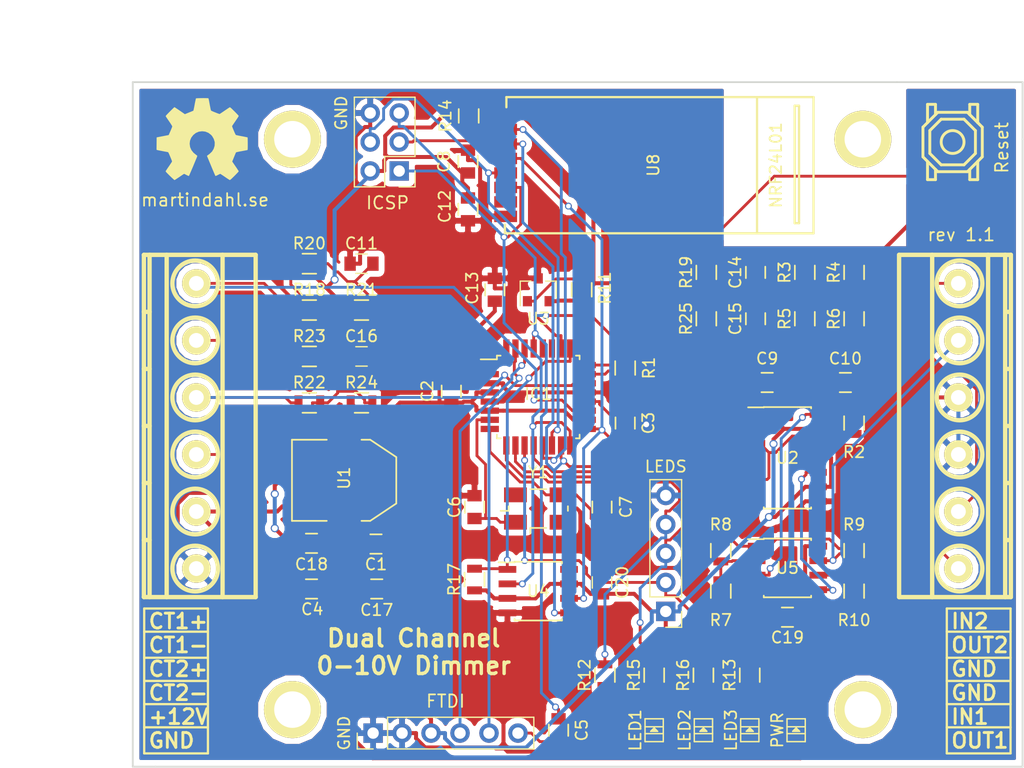
<source format=kicad_pcb>
(kicad_pcb (version 4) (host pcbnew 4.0.5)

  (general
    (links 159)
    (no_connects 0)
    (area 157.924999 41.924999 236.075001 102.075001)
    (thickness 1.6)
    (drawings 60)
    (tracks 796)
    (zones 0)
    (modules 68)
    (nets 50)
  )

  (page A4)
  (layers
    (0 F.Cu signal)
    (31 B.Cu signal)
    (32 B.Adhes user hide)
    (33 F.Adhes user hide)
    (34 B.Paste user hide)
    (35 F.Paste user hide)
    (36 B.SilkS user)
    (37 F.SilkS user)
    (38 B.Mask user)
    (39 F.Mask user)
    (40 Dwgs.User user)
    (41 Cmts.User user hide)
    (42 Eco1.User user hide)
    (43 Eco2.User user hide)
    (44 Edge.Cuts user)
    (45 Margin user hide)
    (46 B.CrtYd user hide)
    (47 F.CrtYd user hide)
    (48 B.Fab user hide)
    (49 F.Fab user hide)
  )

  (setup
    (last_trace_width 0.35)
    (user_trace_width 0.35)
    (trace_clearance 0.2)
    (zone_clearance 0.508)
    (zone_45_only no)
    (trace_min 0.25)
    (segment_width 0.2)
    (edge_width 0.15)
    (via_size 0.6)
    (via_drill 0.4)
    (via_min_size 0.4)
    (via_min_drill 0.3)
    (uvia_size 0.3)
    (uvia_drill 0.1)
    (uvias_allowed no)
    (uvia_min_size 0)
    (uvia_min_drill 0)
    (pcb_text_width 0.3)
    (pcb_text_size 1.5 1.5)
    (mod_edge_width 0.15)
    (mod_text_size 1 1)
    (mod_text_width 0.15)
    (pad_size 5 5)
    (pad_drill 3.2)
    (pad_to_mask_clearance 0.2)
    (aux_axis_origin 12.446 197.358)
    (grid_origin 12.7 196.85)
    (visible_elements FFFEFF7F)
    (pcbplotparams
      (layerselection 0x010f8_80000001)
      (usegerberextensions true)
      (excludeedgelayer true)
      (linewidth 0.100000)
      (plotframeref false)
      (viasonmask false)
      (mode 1)
      (useauxorigin false)
      (hpglpennumber 1)
      (hpglpenspeed 20)
      (hpglpendiameter 15)
      (hpglpenoverlay 2)
      (psnegative false)
      (psa4output false)
      (plotreference true)
      (plotvalue true)
      (plotinvisibletext false)
      (padsonsilk false)
      (subtractmaskfromsilk false)
      (outputformat 1)
      (mirror false)
      (drillshape 0)
      (scaleselection 1)
      (outputdirectory gerber/))
  )

  (net 0 "")
  (net 1 GND)
  (net 2 +3V3)
  (net 3 /XTAL1)
  (net 4 /XTAL2)
  (net 5 "Net-(C5-Pad1)")
  (net 6 /MOSI)
  (net 7 /MISO)
  (net 8 /SCK)
  (net 9 /RESET)
  (net 10 /RXI)
  (net 11 +12V)
  (net 12 /IN1)
  (net 13 /IN2)
  (net 14 /OUT1)
  (net 15 /OUT2)
  (net 16 "Net-(C3-Pad1)")
  (net 17 "Net-(U8-Pad8)")
  (net 18 "Net-(R10-Pad2)")
  (net 19 /DAC2)
  (net 20 /DAC1)
  (net 21 "Net-(R7-Pad1)")
  (net 22 /CE_RADIO)
  (net 23 /CSN_RADIO)
  (net 24 /AUTH)
  (net 25 /CS_DAC)
  (net 26 "Net-(IC1-Pad27)")
  (net 27 "Net-(IC1-Pad28)")
  (net 28 /TXO)
  (net 29 "Net-(P4-Pad1)")
  (net 30 "Net-(P5-Pad1)")
  (net 31 "Net-(P6-Pad1)")
  (net 32 "Net-(P7-Pad1)")
  (net 33 /LED1)
  (net 34 /LED2)
  (net 35 /LED3)
  (net 36 "Net-(IC1-Pad2)")
  (net 37 "Net-(D1-Pad2)")
  (net 38 "Net-(D2-Pad2)")
  (net 39 "Net-(D3-Pad2)")
  (net 40 "Net-(D8-Pad2)")
  (net 41 /CT1)
  (net 42 /CT1-)
  (net 43 /CT2-)
  (net 44 /CT2)
  (net 45 "Net-(P3-Pad2)")
  (net 46 "Net-(P3-Pad6)")
  (net 47 /CS_FLASH)
  (net 48 "Net-(IC1-Pad1)")
  (net 49 "Net-(IC1-Pad32)")

  (net_class Default "This is the default net class."
    (clearance 0.2)
    (trace_width 0.25)
    (via_dia 0.6)
    (via_drill 0.4)
    (uvia_dia 0.3)
    (uvia_drill 0.1)
    (add_net /AUTH)
    (add_net /CE_RADIO)
    (add_net /CSN_RADIO)
    (add_net /CS_DAC)
    (add_net /CS_FLASH)
    (add_net /CT1)
    (add_net /CT1-)
    (add_net /CT2)
    (add_net /CT2-)
    (add_net /DAC1)
    (add_net /DAC2)
    (add_net /IN1)
    (add_net /IN2)
    (add_net /LED1)
    (add_net /LED2)
    (add_net /LED3)
    (add_net /MISO)
    (add_net /MOSI)
    (add_net /OUT1)
    (add_net /OUT2)
    (add_net /RESET)
    (add_net /RXI)
    (add_net /SCK)
    (add_net /TXO)
    (add_net /XTAL1)
    (add_net /XTAL2)
    (add_net "Net-(C3-Pad1)")
    (add_net "Net-(C5-Pad1)")
    (add_net "Net-(D1-Pad2)")
    (add_net "Net-(D2-Pad2)")
    (add_net "Net-(D3-Pad2)")
    (add_net "Net-(D8-Pad2)")
    (add_net "Net-(IC1-Pad1)")
    (add_net "Net-(IC1-Pad2)")
    (add_net "Net-(IC1-Pad27)")
    (add_net "Net-(IC1-Pad28)")
    (add_net "Net-(IC1-Pad32)")
    (add_net "Net-(P3-Pad2)")
    (add_net "Net-(P3-Pad6)")
    (add_net "Net-(P4-Pad1)")
    (add_net "Net-(P5-Pad1)")
    (add_net "Net-(P6-Pad1)")
    (add_net "Net-(P7-Pad1)")
    (add_net "Net-(R10-Pad2)")
    (add_net "Net-(R7-Pad1)")
    (add_net "Net-(U8-Pad8)")
  )

  (net_class Power ""
    (clearance 0.2)
    (trace_width 0.35)
    (via_dia 0.7)
    (via_drill 0.5)
    (uvia_dia 0.3)
    (uvia_drill 0.1)
    (add_net +12V)
    (add_net +3V3)
    (add_net GND)
  )

  (module Housings_QFP:TQFP-32_7x7mm_Pitch0.8mm (layer F.Cu) (tedit 5891C163) (tstamp 574C9683)
    (at 193.548 69.596)
    (descr "32-Lead Plastic Thin Quad Flatpack (PT) - 7x7x1.0 mm Body, 2.00 mm [TQFP] (see Microchip Packaging Specification 00000049BS.pdf)")
    (tags "QFP 0.8")
    (path /574B3D2E)
    (attr smd)
    (fp_text reference IC1 (at 0 -0.254) (layer F.SilkS)
      (effects (font (size 1 1) (thickness 0.15)))
    )
    (fp_text value ATMEGA328P-A (at 0 6.05) (layer F.Fab)
      (effects (font (size 1 1) (thickness 0.15)))
    )
    (fp_line (start -5.3 -5.3) (end -5.3 5.3) (layer F.CrtYd) (width 0.05))
    (fp_line (start 5.3 -5.3) (end 5.3 5.3) (layer F.CrtYd) (width 0.05))
    (fp_line (start -5.3 -5.3) (end 5.3 -5.3) (layer F.CrtYd) (width 0.05))
    (fp_line (start -5.3 5.3) (end 5.3 5.3) (layer F.CrtYd) (width 0.05))
    (fp_line (start -3.625 -3.625) (end -3.625 -3.3) (layer F.SilkS) (width 0.15))
    (fp_line (start 3.625 -3.625) (end 3.625 -3.3) (layer F.SilkS) (width 0.15))
    (fp_line (start 3.625 3.625) (end 3.625 3.3) (layer F.SilkS) (width 0.15))
    (fp_line (start -3.625 3.625) (end -3.625 3.3) (layer F.SilkS) (width 0.15))
    (fp_line (start -3.625 -3.625) (end -3.3 -3.625) (layer F.SilkS) (width 0.15))
    (fp_line (start -3.625 3.625) (end -3.3 3.625) (layer F.SilkS) (width 0.15))
    (fp_line (start 3.625 3.625) (end 3.3 3.625) (layer F.SilkS) (width 0.15))
    (fp_line (start 3.625 -3.625) (end 3.3 -3.625) (layer F.SilkS) (width 0.15))
    (fp_line (start -3.625 -3.3) (end -5.05 -3.3) (layer F.SilkS) (width 0.15))
    (pad 1 smd rect (at -4.25 -2.8) (size 1.6 0.55) (layers F.Cu F.Paste F.Mask)
      (net 48 "Net-(IC1-Pad1)"))
    (pad 2 smd rect (at -4.25 -2) (size 1.6 0.55) (layers F.Cu F.Paste F.Mask)
      (net 36 "Net-(IC1-Pad2)"))
    (pad 3 smd rect (at -4.25 -1.2) (size 1.6 0.55) (layers F.Cu F.Paste F.Mask)
      (net 1 GND))
    (pad 4 smd rect (at -4.25 -0.4) (size 1.6 0.55) (layers F.Cu F.Paste F.Mask)
      (net 2 +3V3))
    (pad 5 smd rect (at -4.25 0.4) (size 1.6 0.55) (layers F.Cu F.Paste F.Mask)
      (net 1 GND))
    (pad 6 smd rect (at -4.25 1.2) (size 1.6 0.55) (layers F.Cu F.Paste F.Mask)
      (net 2 +3V3))
    (pad 7 smd rect (at -4.25 2) (size 1.6 0.55) (layers F.Cu F.Paste F.Mask)
      (net 3 /XTAL1))
    (pad 8 smd rect (at -4.25 2.8) (size 1.6 0.55) (layers F.Cu F.Paste F.Mask)
      (net 4 /XTAL2))
    (pad 9 smd rect (at -2.8 4.25 90) (size 1.6 0.55) (layers F.Cu F.Paste F.Mask)
      (net 33 /LED1))
    (pad 10 smd rect (at -2 4.25 90) (size 1.6 0.55) (layers F.Cu F.Paste F.Mask)
      (net 34 /LED2))
    (pad 11 smd rect (at -1.2 4.25 90) (size 1.6 0.55) (layers F.Cu F.Paste F.Mask)
      (net 35 /LED3))
    (pad 12 smd rect (at -0.4 4.25 90) (size 1.6 0.55) (layers F.Cu F.Paste F.Mask)
      (net 25 /CS_DAC))
    (pad 13 smd rect (at 0.4 4.25 90) (size 1.6 0.55) (layers F.Cu F.Paste F.Mask)
      (net 22 /CE_RADIO))
    (pad 14 smd rect (at 1.2 4.25 90) (size 1.6 0.55) (layers F.Cu F.Paste F.Mask)
      (net 23 /CSN_RADIO))
    (pad 15 smd rect (at 2 4.25 90) (size 1.6 0.55) (layers F.Cu F.Paste F.Mask)
      (net 6 /MOSI))
    (pad 16 smd rect (at 2.8 4.25 90) (size 1.6 0.55) (layers F.Cu F.Paste F.Mask)
      (net 7 /MISO))
    (pad 17 smd rect (at 4.25 2.8) (size 1.6 0.55) (layers F.Cu F.Paste F.Mask)
      (net 8 /SCK))
    (pad 18 smd rect (at 4.25 2) (size 1.6 0.55) (layers F.Cu F.Paste F.Mask)
      (net 2 +3V3))
    (pad 19 smd rect (at 4.25 1.2) (size 1.6 0.55) (layers F.Cu F.Paste F.Mask)
      (net 41 /CT1))
    (pad 20 smd rect (at 4.25 0.4) (size 1.6 0.55) (layers F.Cu F.Paste F.Mask)
      (net 16 "Net-(C3-Pad1)"))
    (pad 21 smd rect (at 4.25 -0.4) (size 1.6 0.55) (layers F.Cu F.Paste F.Mask)
      (net 1 GND))
    (pad 22 smd rect (at 4.25 -1.2) (size 1.6 0.55) (layers F.Cu F.Paste F.Mask)
      (net 44 /CT2))
    (pad 23 smd rect (at 4.25 -2) (size 1.6 0.55) (layers F.Cu F.Paste F.Mask)
      (net 12 /IN1))
    (pad 24 smd rect (at 4.25 -2.8) (size 1.6 0.55) (layers F.Cu F.Paste F.Mask)
      (net 13 /IN2))
    (pad 25 smd rect (at 2.8 -4.25 90) (size 1.6 0.55) (layers F.Cu F.Paste F.Mask)
      (net 47 /CS_FLASH))
    (pad 26 smd rect (at 2 -4.25 90) (size 1.6 0.55) (layers F.Cu F.Paste F.Mask)
      (net 24 /AUTH))
    (pad 27 smd rect (at 1.2 -4.25 90) (size 1.6 0.55) (layers F.Cu F.Paste F.Mask)
      (net 26 "Net-(IC1-Pad27)"))
    (pad 28 smd rect (at 0.4 -4.25 90) (size 1.6 0.55) (layers F.Cu F.Paste F.Mask)
      (net 27 "Net-(IC1-Pad28)"))
    (pad 29 smd rect (at -0.4 -4.25 90) (size 1.6 0.55) (layers F.Cu F.Paste F.Mask)
      (net 9 /RESET))
    (pad 30 smd rect (at -1.2 -4.25 90) (size 1.6 0.55) (layers F.Cu F.Paste F.Mask)
      (net 10 /RXI))
    (pad 31 smd rect (at -2 -4.25 90) (size 1.6 0.55) (layers F.Cu F.Paste F.Mask)
      (net 28 /TXO))
    (pad 32 smd rect (at -2.8 -4.25 90) (size 1.6 0.55) (layers F.Cu F.Paste F.Mask)
      (net 49 "Net-(IC1-Pad32)"))
    (model Housings_QFP.3dshapes/TQFP-32_7x7mm_Pitch0.8mm.wrl
      (at (xyz 0 0 0))
      (scale (xyz 1 1 1))
      (rotate (xyz 0 0 0))
    )
  )

  (module Crystals:Crystal_SMD_5032_4Pads (layer F.Cu) (tedit 58834BB3) (tstamp 574C96B1)
    (at 193.548 79.375)
    (descr "Ceramic SMD crystal, 5.0x3.2mm, 4 Pads")
    (tags "crystal oscillator quartz SMD SMT 5032")
    (path /574B3F6A)
    (attr smd)
    (fp_text reference Y1 (at 0 -3.175 180) (layer F.SilkS)
      (effects (font (size 1 1) (thickness 0.15)))
    )
    (fp_text value 8MHz (at 0 3.25) (layer F.Fab)
      (effects (font (size 1 1) (thickness 0.15)))
    )
    (fp_line (start -2.6 0.2) (end -3.3 0.2) (layer F.SilkS) (width 0.15))
    (fp_line (start -0.7 1.7) (end -0.7 2.2) (layer F.SilkS) (width 0.15))
    (fp_line (start 2.5 1.6) (end 2.5 -1.6) (layer F.Fab) (width 0.15))
    (fp_line (start -2.5 1.6) (end 2.5 1.6) (layer F.Fab) (width 0.15))
    (fp_line (start -2.5 -1.6) (end -2.5 1.6) (layer F.Fab) (width 0.15))
    (fp_line (start 2.5 -1.6) (end -2.5 -1.6) (layer F.Fab) (width 0.15))
    (fp_line (start 3.5 2.35) (end 3.5 -2.35) (layer F.CrtYd) (width 0.05))
    (fp_line (start -3.5 2.35) (end 3.5 2.35) (layer F.CrtYd) (width 0.05))
    (fp_line (start -3.5 -2.35) (end -3.5 2.35) (layer F.CrtYd) (width 0.05))
    (fp_line (start 3.5 -2.35) (end -3.5 -2.35) (layer F.CrtYd) (width 0.05))
    (fp_line (start 0.70208 1.7) (end -0.7 1.7) (layer F.SilkS) (width 0.15))
    (fp_line (start -0.70104 -1.7) (end 0.70104 -1.7) (layer F.SilkS) (width 0.15))
    (fp_line (start 2.6 0.2) (end 2.6 -0.2) (layer F.SilkS) (width 0.15))
    (fp_line (start -2.6 0.2) (end -2.6 -0.2) (layer F.SilkS) (width 0.15))
    (pad 1 smd rect (at -2 1.2) (size 2 1.3) (layers F.Cu F.Paste F.Mask)
      (net 3 /XTAL1))
    (pad 3 smd rect (at 2 1.2) (size 2 1.3) (layers F.Cu F.Paste F.Mask))
    (pad 2 smd rect (at 2 -1.2) (size 2 1.3) (layers F.Cu F.Paste F.Mask)
      (net 4 /XTAL2))
    (pad 3 smd rect (at -2 -1.2) (size 2 1.3) (layers F.Cu F.Paste F.Mask))
    (model Crystals.3dshapes/Crystal_SMD_5032-4pin_5.0x3.2mm.wrl
      (at (xyz 0 0 0))
      (scale (xyz 1 1 1))
      (rotate (xyz 0 0 0))
    )
  )

  (module w_switch:smd_push2 (layer F.Cu) (tedit 5891C07D) (tstamp 574F2CBA)
    (at 229.87 47.244 90)
    (descr "SMD Pushbutton 2")
    (path /574EB9EE)
    (autoplace_cost180 10)
    (fp_text reference SW1 (at 4.826 0 180) (layer F.SilkS) hide
      (effects (font (size 1.143 1.27) (thickness 0.1524)))
    )
    (fp_text value RESET (at 0 3.59918 90) (layer F.SilkS) hide
      (effects (font (size 1.143 1.27) (thickness 0.1524)))
    )
    (fp_line (start 2.4003 -1.50114) (end 3.29946 -1.50114) (layer F.SilkS) (width 0.254))
    (fp_line (start 3.29946 -1.50114) (end 3.29946 -2.19964) (layer F.SilkS) (width 0.254))
    (fp_line (start 3.29946 -2.19964) (end 1.69926 -2.19964) (layer F.SilkS) (width 0.254))
    (fp_line (start 1.69926 2.19964) (end 3.29946 2.19964) (layer F.SilkS) (width 0.254))
    (fp_line (start 3.29946 2.19964) (end 3.29946 1.50114) (layer F.SilkS) (width 0.254))
    (fp_line (start 3.29946 1.50114) (end 2.4003 1.50114) (layer F.SilkS) (width 0.254))
    (fp_line (start -3.29946 1.50114) (end -3.29946 2.19964) (layer F.SilkS) (width 0.254))
    (fp_line (start -3.29946 2.19964) (end -1.69926 2.19964) (layer F.SilkS) (width 0.254))
    (fp_line (start -3.29946 1.50114) (end -2.4003 1.50114) (layer F.SilkS) (width 0.254))
    (fp_line (start -1.69926 -2.19964) (end -3.29946 -2.19964) (layer F.SilkS) (width 0.254))
    (fp_line (start -3.29946 -2.19964) (end -3.29946 -1.50114) (layer F.SilkS) (width 0.254))
    (fp_line (start -3.29946 -1.50114) (end -2.4003 -1.50114) (layer F.SilkS) (width 0.254))
    (fp_line (start -1.99898 1.00076) (end -1.00076 1.99898) (layer F.SilkS) (width 0.254))
    (fp_line (start -1.00076 1.99898) (end 1.00076 1.99898) (layer F.SilkS) (width 0.254))
    (fp_line (start 1.00076 1.99898) (end 1.99898 1.00076) (layer F.SilkS) (width 0.254))
    (fp_line (start 1.99898 1.00076) (end 1.99898 -1.00076) (layer F.SilkS) (width 0.254))
    (fp_line (start 1.99898 -1.00076) (end 1.00076 -1.99898) (layer F.SilkS) (width 0.254))
    (fp_line (start 1.00076 -1.99898) (end -1.00076 -1.99898) (layer F.SilkS) (width 0.254))
    (fp_line (start -1.00076 -1.99898) (end -1.99898 -1.00076) (layer F.SilkS) (width 0.254))
    (fp_line (start -1.99898 -1.00076) (end -1.99898 1.00076) (layer F.SilkS) (width 0.254))
    (fp_line (start -1.30048 2.60096) (end 1.30048 2.60096) (layer F.SilkS) (width 0.254))
    (fp_line (start -2.60096 -1.30048) (end -2.60096 1.30048) (layer F.SilkS) (width 0.254))
    (fp_line (start 1.30048 2.60096) (end 2.60096 1.30048) (layer F.SilkS) (width 0.254))
    (fp_line (start 2.60096 1.30048) (end 2.60096 -1.30048) (layer F.SilkS) (width 0.254))
    (fp_line (start 2.60096 -1.30048) (end 1.30048 -2.60096) (layer F.SilkS) (width 0.254))
    (fp_line (start 1.30048 -2.60096) (end -1.30048 -2.60096) (layer F.SilkS) (width 0.254))
    (fp_line (start -2.60096 1.30048) (end -1.30048 2.60096) (layer F.SilkS) (width 0.254))
    (fp_line (start -1.30048 -2.60096) (end -2.60096 -1.30048) (layer F.SilkS) (width 0.254))
    (fp_circle (center 0 0) (end -1.00076 0) (layer F.SilkS) (width 0.254))
    (pad 1 smd rect (at -2.99974 -1.84912 90) (size 1.00076 1.00076) (layers F.Cu F.Paste F.Mask)
      (net 9 /RESET))
    (pad 2 smd rect (at 2.99974 1.84912 90) (size 1.00076 1.00076) (layers F.Cu F.Paste F.Mask)
      (net 1 GND))
    (pad 3 smd rect (at -2.99974 1.84912 90) (size 1.00076 1.00076) (layers F.Cu F.Paste F.Mask))
    (pad 4 smd rect (at 2.99974 -1.84912 90) (size 1.00076 1.00076) (layers F.Cu F.Paste F.Mask))
    (model walter/switch/smd_push2.wrl
      (at (xyz 0 0 0))
      (scale (xyz 1 1 1))
      (rotate (xyz 0 0 0))
    )
  )

  (module TO_SOT_Packages_SMD:SOT-223 (layer F.Cu) (tedit 5891C169) (tstamp 58027C05)
    (at 176.53 76.8985 270)
    (descr "module CMS SOT223 4 pins")
    (tags "CMS SOT")
    (path /58027652)
    (attr smd)
    (fp_text reference U1 (at -0.1905 0 270) (layer F.SilkS)
      (effects (font (size 1 1) (thickness 0.15)))
    )
    (fp_text value AMS1117 (at 0 0.762 270) (layer F.Fab)
      (effects (font (size 1 1) (thickness 0.15)))
    )
    (fp_line (start -3.556 1.524) (end -3.556 4.572) (layer F.SilkS) (width 0.15))
    (fp_line (start -3.556 4.572) (end 3.556 4.572) (layer F.SilkS) (width 0.15))
    (fp_line (start 3.556 4.572) (end 3.556 1.524) (layer F.SilkS) (width 0.15))
    (fp_line (start -3.556 -1.524) (end -3.556 -2.286) (layer F.SilkS) (width 0.15))
    (fp_line (start -3.556 -2.286) (end -2.032 -4.572) (layer F.SilkS) (width 0.15))
    (fp_line (start -2.032 -4.572) (end 2.032 -4.572) (layer F.SilkS) (width 0.15))
    (fp_line (start 2.032 -4.572) (end 3.556 -2.286) (layer F.SilkS) (width 0.15))
    (fp_line (start 3.556 -2.286) (end 3.556 -1.524) (layer F.SilkS) (width 0.15))
    (pad 4 smd rect (at 0 -3.302 270) (size 3.6576 2.032) (layers F.Cu F.Paste F.Mask))
    (pad 2 smd rect (at 0 3.302 270) (size 1.016 2.032) (layers F.Cu F.Paste F.Mask)
      (net 2 +3V3))
    (pad 3 smd rect (at 2.286 3.302 270) (size 1.016 2.032) (layers F.Cu F.Paste F.Mask)
      (net 11 +12V))
    (pad 1 smd rect (at -2.286 3.302 270) (size 1.016 2.032) (layers F.Cu F.Paste F.Mask)
      (net 1 GND))
    (model TO_SOT_Packages_SMD.3dshapes/SOT-223.wrl
      (at (xyz 0 0 0))
      (scale (xyz 0.4 0.4 0.4))
      (rotate (xyz 0 0 0))
    )
  )

  (module Capacitors_SMD:C_0805 (layer F.Cu) (tedit 5415D6EA) (tstamp 58028AC3)
    (at 220.472 68.326)
    (descr "Capacitor SMD 0805, reflow soldering, AVX (see smccp.pdf)")
    (tags "capacitor 0805")
    (path /5865AB4A)
    (attr smd)
    (fp_text reference C10 (at 0 -2.1) (layer F.SilkS)
      (effects (font (size 1 1) (thickness 0.15)))
    )
    (fp_text value 10u (at 0 2.1) (layer F.Fab)
      (effects (font (size 1 1) (thickness 0.15)))
    )
    (fp_line (start -1 0.625) (end -1 -0.625) (layer F.Fab) (width 0.15))
    (fp_line (start 1 0.625) (end -1 0.625) (layer F.Fab) (width 0.15))
    (fp_line (start 1 -0.625) (end 1 0.625) (layer F.Fab) (width 0.15))
    (fp_line (start -1 -0.625) (end 1 -0.625) (layer F.Fab) (width 0.15))
    (fp_line (start -1.8 -1) (end 1.8 -1) (layer F.CrtYd) (width 0.05))
    (fp_line (start -1.8 1) (end 1.8 1) (layer F.CrtYd) (width 0.05))
    (fp_line (start -1.8 -1) (end -1.8 1) (layer F.CrtYd) (width 0.05))
    (fp_line (start 1.8 -1) (end 1.8 1) (layer F.CrtYd) (width 0.05))
    (fp_line (start 0.5 -0.85) (end -0.5 -0.85) (layer F.SilkS) (width 0.15))
    (fp_line (start -0.5 0.85) (end 0.5 0.85) (layer F.SilkS) (width 0.15))
    (pad 1 smd rect (at -1 0) (size 1 1.25) (layers F.Cu F.Paste F.Mask)
      (net 2 +3V3))
    (pad 2 smd rect (at 1 0) (size 1 1.25) (layers F.Cu F.Paste F.Mask)
      (net 1 GND))
    (model Capacitors_SMD.3dshapes/C_0805.wrl
      (at (xyz 0 0 0))
      (scale (xyz 1 1 1))
      (rotate (xyz 0 0 0))
    )
  )

  (module Capacitors_SMD:C_0805 (layer F.Cu) (tedit 5415D6EA) (tstamp 58028D26)
    (at 213.614 68.326)
    (descr "Capacitor SMD 0805, reflow soldering, AVX (see smccp.pdf)")
    (tags "capacitor 0805")
    (path /5865AAA1)
    (attr smd)
    (fp_text reference C9 (at 0 -2.1) (layer F.SilkS)
      (effects (font (size 1 1) (thickness 0.15)))
    )
    (fp_text value 0.1u (at 0 2.1) (layer F.Fab)
      (effects (font (size 1 1) (thickness 0.15)))
    )
    (fp_line (start -1 0.625) (end -1 -0.625) (layer F.Fab) (width 0.15))
    (fp_line (start 1 0.625) (end -1 0.625) (layer F.Fab) (width 0.15))
    (fp_line (start 1 -0.625) (end 1 0.625) (layer F.Fab) (width 0.15))
    (fp_line (start -1 -0.625) (end 1 -0.625) (layer F.Fab) (width 0.15))
    (fp_line (start -1.8 -1) (end 1.8 -1) (layer F.CrtYd) (width 0.05))
    (fp_line (start -1.8 1) (end 1.8 1) (layer F.CrtYd) (width 0.05))
    (fp_line (start -1.8 -1) (end -1.8 1) (layer F.CrtYd) (width 0.05))
    (fp_line (start 1.8 -1) (end 1.8 1) (layer F.CrtYd) (width 0.05))
    (fp_line (start 0.5 -0.85) (end -0.5 -0.85) (layer F.SilkS) (width 0.15))
    (fp_line (start -0.5 0.85) (end 0.5 0.85) (layer F.SilkS) (width 0.15))
    (pad 1 smd rect (at -1 0) (size 1 1.25) (layers F.Cu F.Paste F.Mask)
      (net 2 +3V3))
    (pad 2 smd rect (at 1 0) (size 1 1.25) (layers F.Cu F.Paste F.Mask)
      (net 1 GND))
    (model Capacitors_SMD.3dshapes/C_0805.wrl
      (at (xyz 0 0 0))
      (scale (xyz 1 1 1))
      (rotate (xyz 0 0 0))
    )
  )

  (module Resistors_SMD:R_0805 (layer F.Cu) (tedit 588CFECE) (tstamp 5851ACC9)
    (at 209.55 86.614 270)
    (descr "Resistor SMD 0805, reflow soldering, Vishay (see dcrcw.pdf)")
    (tags "resistor 0805")
    (path /5851F4FE)
    (attr smd)
    (fp_text reference R7 (at 2.54 0 360) (layer F.SilkS)
      (effects (font (size 1 1) (thickness 0.15)))
    )
    (fp_text value 10k (at 0 2.1 270) (layer F.Fab)
      (effects (font (size 1 1) (thickness 0.15)))
    )
    (fp_line (start -1 0.625) (end -1 -0.625) (layer F.Fab) (width 0.1))
    (fp_line (start 1 0.625) (end -1 0.625) (layer F.Fab) (width 0.1))
    (fp_line (start 1 -0.625) (end 1 0.625) (layer F.Fab) (width 0.1))
    (fp_line (start -1 -0.625) (end 1 -0.625) (layer F.Fab) (width 0.1))
    (fp_line (start -1.6 -1) (end 1.6 -1) (layer F.CrtYd) (width 0.05))
    (fp_line (start -1.6 1) (end 1.6 1) (layer F.CrtYd) (width 0.05))
    (fp_line (start -1.6 -1) (end -1.6 1) (layer F.CrtYd) (width 0.05))
    (fp_line (start 1.6 -1) (end 1.6 1) (layer F.CrtYd) (width 0.05))
    (fp_line (start 0.6 0.875) (end -0.6 0.875) (layer F.SilkS) (width 0.15))
    (fp_line (start -0.6 -0.875) (end 0.6 -0.875) (layer F.SilkS) (width 0.15))
    (pad 1 smd rect (at -0.95 0 270) (size 0.7 1.3) (layers F.Cu F.Paste F.Mask)
      (net 21 "Net-(R7-Pad1)"))
    (pad 2 smd rect (at 0.95 0 270) (size 0.7 1.3) (layers F.Cu F.Paste F.Mask)
      (net 1 GND))
    (model Resistors_SMD.3dshapes/R_0805.wrl
      (at (xyz 0 0 0))
      (scale (xyz 1 1 1))
      (rotate (xyz 0 0 0))
    )
  )

  (module Resistors_SMD:R_0805 (layer F.Cu) (tedit 588CFECB) (tstamp 5851ACCF)
    (at 209.55 83.058 270)
    (descr "Resistor SMD 0805, reflow soldering, Vishay (see dcrcw.pdf)")
    (tags "resistor 0805")
    (path /5851F595)
    (attr smd)
    (fp_text reference R8 (at -2.286 0 360) (layer F.SilkS)
      (effects (font (size 1 1) (thickness 0.15)))
    )
    (fp_text value 22k (at 0 2.1 270) (layer F.Fab)
      (effects (font (size 1 1) (thickness 0.15)))
    )
    (fp_line (start -1 0.625) (end -1 -0.625) (layer F.Fab) (width 0.1))
    (fp_line (start 1 0.625) (end -1 0.625) (layer F.Fab) (width 0.1))
    (fp_line (start 1 -0.625) (end 1 0.625) (layer F.Fab) (width 0.1))
    (fp_line (start -1 -0.625) (end 1 -0.625) (layer F.Fab) (width 0.1))
    (fp_line (start -1.6 -1) (end 1.6 -1) (layer F.CrtYd) (width 0.05))
    (fp_line (start -1.6 1) (end 1.6 1) (layer F.CrtYd) (width 0.05))
    (fp_line (start -1.6 -1) (end -1.6 1) (layer F.CrtYd) (width 0.05))
    (fp_line (start 1.6 -1) (end 1.6 1) (layer F.CrtYd) (width 0.05))
    (fp_line (start 0.6 0.875) (end -0.6 0.875) (layer F.SilkS) (width 0.15))
    (fp_line (start -0.6 -0.875) (end 0.6 -0.875) (layer F.SilkS) (width 0.15))
    (pad 1 smd rect (at -0.95 0 270) (size 0.7 1.3) (layers F.Cu F.Paste F.Mask)
      (net 14 /OUT1))
    (pad 2 smd rect (at 0.95 0 270) (size 0.7 1.3) (layers F.Cu F.Paste F.Mask)
      (net 21 "Net-(R7-Pad1)"))
    (model Resistors_SMD.3dshapes/R_0805.wrl
      (at (xyz 0 0 0))
      (scale (xyz 1 1 1))
      (rotate (xyz 0 0 0))
    )
  )

  (module Resistors_SMD:R_0805 (layer F.Cu) (tedit 588CFEC2) (tstamp 5851ACD5)
    (at 221.234 83.058 90)
    (descr "Resistor SMD 0805, reflow soldering, Vishay (see dcrcw.pdf)")
    (tags "resistor 0805")
    (path /58522A0B)
    (attr smd)
    (fp_text reference R9 (at 2.286 0 180) (layer F.SilkS)
      (effects (font (size 1 1) (thickness 0.15)))
    )
    (fp_text value 10k (at 0 2.1 90) (layer F.Fab)
      (effects (font (size 1 1) (thickness 0.15)))
    )
    (fp_line (start -1 0.625) (end -1 -0.625) (layer F.Fab) (width 0.1))
    (fp_line (start 1 0.625) (end -1 0.625) (layer F.Fab) (width 0.1))
    (fp_line (start 1 -0.625) (end 1 0.625) (layer F.Fab) (width 0.1))
    (fp_line (start -1 -0.625) (end 1 -0.625) (layer F.Fab) (width 0.1))
    (fp_line (start -1.6 -1) (end 1.6 -1) (layer F.CrtYd) (width 0.05))
    (fp_line (start -1.6 1) (end 1.6 1) (layer F.CrtYd) (width 0.05))
    (fp_line (start -1.6 -1) (end -1.6 1) (layer F.CrtYd) (width 0.05))
    (fp_line (start 1.6 -1) (end 1.6 1) (layer F.CrtYd) (width 0.05))
    (fp_line (start 0.6 0.875) (end -0.6 0.875) (layer F.SilkS) (width 0.15))
    (fp_line (start -0.6 -0.875) (end 0.6 -0.875) (layer F.SilkS) (width 0.15))
    (pad 1 smd rect (at -0.95 0 90) (size 0.7 1.3) (layers F.Cu F.Paste F.Mask)
      (net 18 "Net-(R10-Pad2)"))
    (pad 2 smd rect (at 0.95 0 90) (size 0.7 1.3) (layers F.Cu F.Paste F.Mask)
      (net 1 GND))
    (model Resistors_SMD.3dshapes/R_0805.wrl
      (at (xyz 0 0 0))
      (scale (xyz 1 1 1))
      (rotate (xyz 0 0 0))
    )
  )

  (module Resistors_SMD:R_0805 (layer F.Cu) (tedit 588CFEC7) (tstamp 5851ACDB)
    (at 221.234 86.614 90)
    (descr "Resistor SMD 0805, reflow soldering, Vishay (see dcrcw.pdf)")
    (tags "resistor 0805")
    (path /58522707)
    (attr smd)
    (fp_text reference R10 (at -2.54 0 180) (layer F.SilkS)
      (effects (font (size 1 1) (thickness 0.15)))
    )
    (fp_text value 22k (at 0 2.1 90) (layer F.Fab)
      (effects (font (size 1 1) (thickness 0.15)))
    )
    (fp_line (start -1 0.625) (end -1 -0.625) (layer F.Fab) (width 0.1))
    (fp_line (start 1 0.625) (end -1 0.625) (layer F.Fab) (width 0.1))
    (fp_line (start 1 -0.625) (end 1 0.625) (layer F.Fab) (width 0.1))
    (fp_line (start -1 -0.625) (end 1 -0.625) (layer F.Fab) (width 0.1))
    (fp_line (start -1.6 -1) (end 1.6 -1) (layer F.CrtYd) (width 0.05))
    (fp_line (start -1.6 1) (end 1.6 1) (layer F.CrtYd) (width 0.05))
    (fp_line (start -1.6 -1) (end -1.6 1) (layer F.CrtYd) (width 0.05))
    (fp_line (start 1.6 -1) (end 1.6 1) (layer F.CrtYd) (width 0.05))
    (fp_line (start 0.6 0.875) (end -0.6 0.875) (layer F.SilkS) (width 0.15))
    (fp_line (start -0.6 -0.875) (end 0.6 -0.875) (layer F.SilkS) (width 0.15))
    (pad 1 smd rect (at -0.95 0 90) (size 0.7 1.3) (layers F.Cu F.Paste F.Mask)
      (net 15 /OUT2))
    (pad 2 smd rect (at 0.95 0 90) (size 0.7 1.3) (layers F.Cu F.Paste F.Mask)
      (net 18 "Net-(R10-Pad2)"))
    (model Resistors_SMD.3dshapes/R_0805.wrl
      (at (xyz 0 0 0))
      (scale (xyz 1 1 1))
      (rotate (xyz 0 0 0))
    )
  )

  (module Capacitors_SMD:C_0805 (layer F.Cu) (tedit 5415D6EA) (tstamp 585ACEF3)
    (at 185.928 69.088 90)
    (descr "Capacitor SMD 0805, reflow soldering, AVX (see smccp.pdf)")
    (tags "capacitor 0805")
    (path /574D6238)
    (attr smd)
    (fp_text reference C2 (at 0 -2.1 90) (layer F.SilkS)
      (effects (font (size 1 1) (thickness 0.15)))
    )
    (fp_text value 100n (at 0 2.1 90) (layer F.Fab)
      (effects (font (size 1 1) (thickness 0.15)))
    )
    (fp_line (start -1 0.625) (end -1 -0.625) (layer F.Fab) (width 0.15))
    (fp_line (start 1 0.625) (end -1 0.625) (layer F.Fab) (width 0.15))
    (fp_line (start 1 -0.625) (end 1 0.625) (layer F.Fab) (width 0.15))
    (fp_line (start -1 -0.625) (end 1 -0.625) (layer F.Fab) (width 0.15))
    (fp_line (start -1.8 -1) (end 1.8 -1) (layer F.CrtYd) (width 0.05))
    (fp_line (start -1.8 1) (end 1.8 1) (layer F.CrtYd) (width 0.05))
    (fp_line (start -1.8 -1) (end -1.8 1) (layer F.CrtYd) (width 0.05))
    (fp_line (start 1.8 -1) (end 1.8 1) (layer F.CrtYd) (width 0.05))
    (fp_line (start 0.5 -0.85) (end -0.5 -0.85) (layer F.SilkS) (width 0.15))
    (fp_line (start -0.5 0.85) (end 0.5 0.85) (layer F.SilkS) (width 0.15))
    (pad 1 smd rect (at -1 0 90) (size 1 1.25) (layers F.Cu F.Paste F.Mask)
      (net 2 +3V3))
    (pad 2 smd rect (at 1 0 90) (size 1 1.25) (layers F.Cu F.Paste F.Mask)
      (net 1 GND))
    (model Capacitors_SMD.3dshapes/C_0805.wrl
      (at (xyz 0 0 0))
      (scale (xyz 1 1 1))
      (rotate (xyz 0 0 0))
    )
  )

  (module Capacitors_SMD:C_0805 (layer F.Cu) (tedit 5876877A) (tstamp 585ACEF8)
    (at 201.168 71.882 90)
    (descr "Capacitor SMD 0805, reflow soldering, AVX (see smccp.pdf)")
    (tags "capacitor 0805")
    (path /574D8597)
    (attr smd)
    (fp_text reference C3 (at 0 2.032 90) (layer F.SilkS)
      (effects (font (size 1 1) (thickness 0.15)))
    )
    (fp_text value 100n (at 0 2.1 90) (layer F.Fab)
      (effects (font (size 1 1) (thickness 0.15)))
    )
    (fp_line (start -1 0.625) (end -1 -0.625) (layer F.Fab) (width 0.15))
    (fp_line (start 1 0.625) (end -1 0.625) (layer F.Fab) (width 0.15))
    (fp_line (start 1 -0.625) (end 1 0.625) (layer F.Fab) (width 0.15))
    (fp_line (start -1 -0.625) (end 1 -0.625) (layer F.Fab) (width 0.15))
    (fp_line (start -1.8 -1) (end 1.8 -1) (layer F.CrtYd) (width 0.05))
    (fp_line (start -1.8 1) (end 1.8 1) (layer F.CrtYd) (width 0.05))
    (fp_line (start -1.8 -1) (end -1.8 1) (layer F.CrtYd) (width 0.05))
    (fp_line (start 1.8 -1) (end 1.8 1) (layer F.CrtYd) (width 0.05))
    (fp_line (start 0.5 -0.85) (end -0.5 -0.85) (layer F.SilkS) (width 0.15))
    (fp_line (start -0.5 0.85) (end 0.5 0.85) (layer F.SilkS) (width 0.15))
    (pad 1 smd rect (at -1 0 90) (size 1 1.25) (layers F.Cu F.Paste F.Mask)
      (net 16 "Net-(C3-Pad1)"))
    (pad 2 smd rect (at 1 0 90) (size 1 1.25) (layers F.Cu F.Paste F.Mask)
      (net 1 GND))
    (model Capacitors_SMD.3dshapes/C_0805.wrl
      (at (xyz 0 0 0))
      (scale (xyz 1 1 1))
      (rotate (xyz 0 0 0))
    )
  )

  (module Capacitors_SMD:C_0805 (layer F.Cu) (tedit 586AB849) (tstamp 585ACEFD)
    (at 195.326 98.806 90)
    (descr "Capacitor SMD 0805, reflow soldering, AVX (see smccp.pdf)")
    (tags "capacitor 0805")
    (path /5756CCB1)
    (attr smd)
    (fp_text reference C5 (at 0 2.032 90) (layer F.SilkS)
      (effects (font (size 1 1) (thickness 0.15)))
    )
    (fp_text value 100n (at 0 2.1 90) (layer F.Fab)
      (effects (font (size 1 1) (thickness 0.15)))
    )
    (fp_line (start -1 0.625) (end -1 -0.625) (layer F.Fab) (width 0.15))
    (fp_line (start 1 0.625) (end -1 0.625) (layer F.Fab) (width 0.15))
    (fp_line (start 1 -0.625) (end 1 0.625) (layer F.Fab) (width 0.15))
    (fp_line (start -1 -0.625) (end 1 -0.625) (layer F.Fab) (width 0.15))
    (fp_line (start -1.8 -1) (end 1.8 -1) (layer F.CrtYd) (width 0.05))
    (fp_line (start -1.8 1) (end 1.8 1) (layer F.CrtYd) (width 0.05))
    (fp_line (start -1.8 -1) (end -1.8 1) (layer F.CrtYd) (width 0.05))
    (fp_line (start 1.8 -1) (end 1.8 1) (layer F.CrtYd) (width 0.05))
    (fp_line (start 0.5 -0.85) (end -0.5 -0.85) (layer F.SilkS) (width 0.15))
    (fp_line (start -0.5 0.85) (end 0.5 0.85) (layer F.SilkS) (width 0.15))
    (pad 1 smd rect (at -1 0 90) (size 1 1.25) (layers F.Cu F.Paste F.Mask)
      (net 5 "Net-(C5-Pad1)"))
    (pad 2 smd rect (at 1 0 90) (size 1 1.25) (layers F.Cu F.Paste F.Mask)
      (net 9 /RESET))
    (model Capacitors_SMD.3dshapes/C_0805.wrl
      (at (xyz 0 0 0))
      (scale (xyz 1 1 1))
      (rotate (xyz 0 0 0))
    )
  )

  (module Capacitors_SMD:C_0805 (layer F.Cu) (tedit 588127A6) (tstamp 585ACF02)
    (at 187.96 79.248 270)
    (descr "Capacitor SMD 0805, reflow soldering, AVX (see smccp.pdf)")
    (tags "capacitor 0805")
    (path /574D62DC)
    (attr smd)
    (fp_text reference C6 (at 0 1.778 270) (layer F.SilkS)
      (effects (font (size 1 1) (thickness 0.15)))
    )
    (fp_text value 22p (at 0 2.1 270) (layer F.Fab)
      (effects (font (size 1 1) (thickness 0.15)))
    )
    (fp_line (start -1 0.625) (end -1 -0.625) (layer F.Fab) (width 0.15))
    (fp_line (start 1 0.625) (end -1 0.625) (layer F.Fab) (width 0.15))
    (fp_line (start 1 -0.625) (end 1 0.625) (layer F.Fab) (width 0.15))
    (fp_line (start -1 -0.625) (end 1 -0.625) (layer F.Fab) (width 0.15))
    (fp_line (start -1.8 -1) (end 1.8 -1) (layer F.CrtYd) (width 0.05))
    (fp_line (start -1.8 1) (end 1.8 1) (layer F.CrtYd) (width 0.05))
    (fp_line (start -1.8 -1) (end -1.8 1) (layer F.CrtYd) (width 0.05))
    (fp_line (start 1.8 -1) (end 1.8 1) (layer F.CrtYd) (width 0.05))
    (fp_line (start 0.5 -0.85) (end -0.5 -0.85) (layer F.SilkS) (width 0.15))
    (fp_line (start -0.5 0.85) (end 0.5 0.85) (layer F.SilkS) (width 0.15))
    (pad 1 smd rect (at -1 0 270) (size 1 1.25) (layers F.Cu F.Paste F.Mask)
      (net 1 GND))
    (pad 2 smd rect (at 1 0 270) (size 1 1.25) (layers F.Cu F.Paste F.Mask)
      (net 3 /XTAL1))
    (model Capacitors_SMD.3dshapes/C_0805.wrl
      (at (xyz 0 0 0))
      (scale (xyz 1 1 1))
      (rotate (xyz 0 0 0))
    )
  )

  (module Capacitors_SMD:C_0805 (layer F.Cu) (tedit 5415D6EA) (tstamp 585ACF07)
    (at 199.136 79.248 270)
    (descr "Capacitor SMD 0805, reflow soldering, AVX (see smccp.pdf)")
    (tags "capacitor 0805")
    (path /574D62A1)
    (attr smd)
    (fp_text reference C7 (at 0 -2.1 270) (layer F.SilkS)
      (effects (font (size 1 1) (thickness 0.15)))
    )
    (fp_text value 22p (at 0 2.1 270) (layer F.Fab)
      (effects (font (size 1 1) (thickness 0.15)))
    )
    (fp_line (start -1 0.625) (end -1 -0.625) (layer F.Fab) (width 0.15))
    (fp_line (start 1 0.625) (end -1 0.625) (layer F.Fab) (width 0.15))
    (fp_line (start 1 -0.625) (end 1 0.625) (layer F.Fab) (width 0.15))
    (fp_line (start -1 -0.625) (end 1 -0.625) (layer F.Fab) (width 0.15))
    (fp_line (start -1.8 -1) (end 1.8 -1) (layer F.CrtYd) (width 0.05))
    (fp_line (start -1.8 1) (end 1.8 1) (layer F.CrtYd) (width 0.05))
    (fp_line (start -1.8 -1) (end -1.8 1) (layer F.CrtYd) (width 0.05))
    (fp_line (start 1.8 -1) (end 1.8 1) (layer F.CrtYd) (width 0.05))
    (fp_line (start 0.5 -0.85) (end -0.5 -0.85) (layer F.SilkS) (width 0.15))
    (fp_line (start -0.5 0.85) (end 0.5 0.85) (layer F.SilkS) (width 0.15))
    (pad 1 smd rect (at -1 0 270) (size 1 1.25) (layers F.Cu F.Paste F.Mask)
      (net 1 GND))
    (pad 2 smd rect (at 1 0 270) (size 1 1.25) (layers F.Cu F.Paste F.Mask)
      (net 4 /XTAL2))
    (model Capacitors_SMD.3dshapes/C_0805.wrl
      (at (xyz 0 0 0))
      (scale (xyz 1 1 1))
      (rotate (xyz 0 0 0))
    )
  )

  (module Capacitors_SMD:C_0805 (layer F.Cu) (tedit 5415D6EA) (tstamp 585ACF0C)
    (at 187.388 48.9585 90)
    (descr "Capacitor SMD 0805, reflow soldering, AVX (see smccp.pdf)")
    (tags "capacitor 0805")
    (path /574D6274)
    (attr smd)
    (fp_text reference C8 (at 0 -2.1 90) (layer F.SilkS)
      (effects (font (size 1 1) (thickness 0.15)))
    )
    (fp_text value 47u (at 0 2.1 90) (layer F.Fab)
      (effects (font (size 1 1) (thickness 0.15)))
    )
    (fp_line (start -1 0.625) (end -1 -0.625) (layer F.Fab) (width 0.15))
    (fp_line (start 1 0.625) (end -1 0.625) (layer F.Fab) (width 0.15))
    (fp_line (start 1 -0.625) (end 1 0.625) (layer F.Fab) (width 0.15))
    (fp_line (start -1 -0.625) (end 1 -0.625) (layer F.Fab) (width 0.15))
    (fp_line (start -1.8 -1) (end 1.8 -1) (layer F.CrtYd) (width 0.05))
    (fp_line (start -1.8 1) (end 1.8 1) (layer F.CrtYd) (width 0.05))
    (fp_line (start -1.8 -1) (end -1.8 1) (layer F.CrtYd) (width 0.05))
    (fp_line (start 1.8 -1) (end 1.8 1) (layer F.CrtYd) (width 0.05))
    (fp_line (start 0.5 -0.85) (end -0.5 -0.85) (layer F.SilkS) (width 0.15))
    (fp_line (start -0.5 0.85) (end 0.5 0.85) (layer F.SilkS) (width 0.15))
    (pad 1 smd rect (at -1 0 90) (size 1 1.25) (layers F.Cu F.Paste F.Mask)
      (net 2 +3V3))
    (pad 2 smd rect (at 1 0 90) (size 1 1.25) (layers F.Cu F.Paste F.Mask)
      (net 1 GND))
    (model Capacitors_SMD.3dshapes/C_0805.wrl
      (at (xyz 0 0 0))
      (scale (xyz 1 1 1))
      (rotate (xyz 0 0 0))
    )
  )

  (module Capacitors_SMD:C_0805 (layer F.Cu) (tedit 58835223) (tstamp 585ACF16)
    (at 189.738 60.198 270)
    (descr "Capacitor SMD 0805, reflow soldering, AVX (see smccp.pdf)")
    (tags "capacitor 0805")
    (path /58545CD1)
    (attr smd)
    (fp_text reference C13 (at -0.1524 1.9812 270) (layer F.SilkS)
      (effects (font (size 1 1) (thickness 0.15)))
    )
    (fp_text value 100nF (at 0 2.1 270) (layer F.Fab)
      (effects (font (size 1 1) (thickness 0.15)))
    )
    (fp_line (start -1 0.625) (end -1 -0.625) (layer F.Fab) (width 0.15))
    (fp_line (start 1 0.625) (end -1 0.625) (layer F.Fab) (width 0.15))
    (fp_line (start 1 -0.625) (end 1 0.625) (layer F.Fab) (width 0.15))
    (fp_line (start -1 -0.625) (end 1 -0.625) (layer F.Fab) (width 0.15))
    (fp_line (start -1.8 -1) (end 1.8 -1) (layer F.CrtYd) (width 0.05))
    (fp_line (start -1.8 1) (end 1.8 1) (layer F.CrtYd) (width 0.05))
    (fp_line (start -1.8 -1) (end -1.8 1) (layer F.CrtYd) (width 0.05))
    (fp_line (start 1.8 -1) (end 1.8 1) (layer F.CrtYd) (width 0.05))
    (fp_line (start 0.5 -0.85) (end -0.5 -0.85) (layer F.SilkS) (width 0.15))
    (fp_line (start -0.5 0.85) (end 0.5 0.85) (layer F.SilkS) (width 0.15))
    (pad 1 smd rect (at -1 0 270) (size 1 1.25) (layers F.Cu F.Paste F.Mask)
      (net 1 GND))
    (pad 2 smd rect (at 1 0 270) (size 1 1.25) (layers F.Cu F.Paste F.Mask)
      (net 2 +3V3))
    (model Capacitors_SMD.3dshapes/C_0805.wrl
      (at (xyz 0 0 0))
      (scale (xyz 1 1 1))
      (rotate (xyz 0 0 0))
    )
  )

  (module Capacitors_SMD:C_0805 (layer F.Cu) (tedit 5881EDA9) (tstamp 585ACF1C)
    (at 212.598 58.674 90)
    (descr "Capacitor SMD 0805, reflow soldering, AVX (see smccp.pdf)")
    (tags "capacitor 0805")
    (path /585617DD)
    (attr smd)
    (fp_text reference C14 (at 0 -1.778 90) (layer F.SilkS)
      (effects (font (size 1 1) (thickness 0.15)))
    )
    (fp_text value 100n (at 0 2.1 90) (layer F.Fab)
      (effects (font (size 1 1) (thickness 0.15)))
    )
    (fp_line (start -1 0.625) (end -1 -0.625) (layer F.Fab) (width 0.15))
    (fp_line (start 1 0.625) (end -1 0.625) (layer F.Fab) (width 0.15))
    (fp_line (start 1 -0.625) (end 1 0.625) (layer F.Fab) (width 0.15))
    (fp_line (start -1 -0.625) (end 1 -0.625) (layer F.Fab) (width 0.15))
    (fp_line (start -1.8 -1) (end 1.8 -1) (layer F.CrtYd) (width 0.05))
    (fp_line (start -1.8 1) (end 1.8 1) (layer F.CrtYd) (width 0.05))
    (fp_line (start -1.8 -1) (end -1.8 1) (layer F.CrtYd) (width 0.05))
    (fp_line (start 1.8 -1) (end 1.8 1) (layer F.CrtYd) (width 0.05))
    (fp_line (start 0.5 -0.85) (end -0.5 -0.85) (layer F.SilkS) (width 0.15))
    (fp_line (start -0.5 0.85) (end 0.5 0.85) (layer F.SilkS) (width 0.15))
    (pad 1 smd rect (at -1 0 90) (size 1 1.25) (layers F.Cu F.Paste F.Mask)
      (net 1 GND))
    (pad 2 smd rect (at 1 0 90) (size 1 1.25) (layers F.Cu F.Paste F.Mask)
      (net 13 /IN2))
    (model Capacitors_SMD.3dshapes/C_0805.wrl
      (at (xyz 0 0 0))
      (scale (xyz 1 1 1))
      (rotate (xyz 0 0 0))
    )
  )

  (module Capacitors_SMD:C_0805 (layer F.Cu) (tedit 5883552E) (tstamp 585ACF22)
    (at 212.598 62.738 270)
    (descr "Capacitor SMD 0805, reflow soldering, AVX (see smccp.pdf)")
    (tags "capacitor 0805")
    (path /58561F29)
    (attr smd)
    (fp_text reference C15 (at 0 1.778 270) (layer F.SilkS)
      (effects (font (size 1 1) (thickness 0.15)))
    )
    (fp_text value 100n (at 0 2.1 270) (layer F.Fab)
      (effects (font (size 1 1) (thickness 0.15)))
    )
    (fp_line (start -1 0.625) (end -1 -0.625) (layer F.Fab) (width 0.15))
    (fp_line (start 1 0.625) (end -1 0.625) (layer F.Fab) (width 0.15))
    (fp_line (start 1 -0.625) (end 1 0.625) (layer F.Fab) (width 0.15))
    (fp_line (start -1 -0.625) (end 1 -0.625) (layer F.Fab) (width 0.15))
    (fp_line (start -1.8 -1) (end 1.8 -1) (layer F.CrtYd) (width 0.05))
    (fp_line (start -1.8 1) (end 1.8 1) (layer F.CrtYd) (width 0.05))
    (fp_line (start -1.8 -1) (end -1.8 1) (layer F.CrtYd) (width 0.05))
    (fp_line (start 1.8 -1) (end 1.8 1) (layer F.CrtYd) (width 0.05))
    (fp_line (start 0.5 -0.85) (end -0.5 -0.85) (layer F.SilkS) (width 0.15))
    (fp_line (start -0.5 0.85) (end 0.5 0.85) (layer F.SilkS) (width 0.15))
    (pad 1 smd rect (at -1 0 270) (size 1 1.25) (layers F.Cu F.Paste F.Mask)
      (net 1 GND))
    (pad 2 smd rect (at 1 0 270) (size 1 1.25) (layers F.Cu F.Paste F.Mask)
      (net 12 /IN1))
    (model Capacitors_SMD.3dshapes/C_0805.wrl
      (at (xyz 0 0 0))
      (scale (xyz 1 1 1))
      (rotate (xyz 0 0 0))
    )
  )

  (module Capacitors_SMD:C_0805 (layer F.Cu) (tedit 58834C9B) (tstamp 585AD029)
    (at 179.324 82.4865)
    (descr "Capacitor SMD 0805, reflow soldering, AVX (see smccp.pdf)")
    (tags "capacitor 0805")
    (path /58565D42)
    (attr smd)
    (fp_text reference C1 (at 0 1.778) (layer F.SilkS)
      (effects (font (size 1 1) (thickness 0.15)))
    )
    (fp_text value 10u (at 0 2.1) (layer F.Fab)
      (effects (font (size 1 1) (thickness 0.15)))
    )
    (fp_line (start -1 0.625) (end -1 -0.625) (layer F.Fab) (width 0.15))
    (fp_line (start 1 0.625) (end -1 0.625) (layer F.Fab) (width 0.15))
    (fp_line (start 1 -0.625) (end 1 0.625) (layer F.Fab) (width 0.15))
    (fp_line (start -1 -0.625) (end 1 -0.625) (layer F.Fab) (width 0.15))
    (fp_line (start -1.8 -1) (end 1.8 -1) (layer F.CrtYd) (width 0.05))
    (fp_line (start -1.8 1) (end 1.8 1) (layer F.CrtYd) (width 0.05))
    (fp_line (start -1.8 -1) (end -1.8 1) (layer F.CrtYd) (width 0.05))
    (fp_line (start 1.8 -1) (end 1.8 1) (layer F.CrtYd) (width 0.05))
    (fp_line (start 0.5 -0.85) (end -0.5 -0.85) (layer F.SilkS) (width 0.15))
    (fp_line (start -0.5 0.85) (end 0.5 0.85) (layer F.SilkS) (width 0.15))
    (pad 1 smd rect (at -1 0) (size 1 1.25) (layers F.Cu F.Paste F.Mask)
      (net 11 +12V))
    (pad 2 smd rect (at 1 0) (size 1 1.25) (layers F.Cu F.Paste F.Mask)
      (net 1 GND))
    (model Capacitors_SMD.3dshapes/C_0805.wrl
      (at (xyz 0 0 0))
      (scale (xyz 1 1 1))
      (rotate (xyz 0 0 0))
    )
  )

  (module Capacitors_SMD:C_0805 (layer F.Cu) (tedit 58834C84) (tstamp 585AD02E)
    (at 173.672 86.4235)
    (descr "Capacitor SMD 0805, reflow soldering, AVX (see smccp.pdf)")
    (tags "capacitor 0805")
    (path /58566583)
    (attr smd)
    (fp_text reference C4 (at 0.0635 1.778) (layer F.SilkS)
      (effects (font (size 1 1) (thickness 0.15)))
    )
    (fp_text value 10u (at 0 2.1) (layer F.Fab)
      (effects (font (size 1 1) (thickness 0.15)))
    )
    (fp_line (start -1 0.625) (end -1 -0.625) (layer F.Fab) (width 0.15))
    (fp_line (start 1 0.625) (end -1 0.625) (layer F.Fab) (width 0.15))
    (fp_line (start 1 -0.625) (end 1 0.625) (layer F.Fab) (width 0.15))
    (fp_line (start -1 -0.625) (end 1 -0.625) (layer F.Fab) (width 0.15))
    (fp_line (start -1.8 -1) (end 1.8 -1) (layer F.CrtYd) (width 0.05))
    (fp_line (start -1.8 1) (end 1.8 1) (layer F.CrtYd) (width 0.05))
    (fp_line (start -1.8 -1) (end -1.8 1) (layer F.CrtYd) (width 0.05))
    (fp_line (start 1.8 -1) (end 1.8 1) (layer F.CrtYd) (width 0.05))
    (fp_line (start 0.5 -0.85) (end -0.5 -0.85) (layer F.SilkS) (width 0.15))
    (fp_line (start -0.5 0.85) (end 0.5 0.85) (layer F.SilkS) (width 0.15))
    (pad 1 smd rect (at -1 0) (size 1 1.25) (layers F.Cu F.Paste F.Mask)
      (net 2 +3V3))
    (pad 2 smd rect (at 1 0) (size 1 1.25) (layers F.Cu F.Paste F.Mask)
      (net 1 GND))
    (model Capacitors_SMD.3dshapes/C_0805.wrl
      (at (xyz 0 0 0))
      (scale (xyz 1 1 1))
      (rotate (xyz 0 0 0))
    )
  )

  (module Resistors_SMD:R_0805 (layer F.Cu) (tedit 58835201) (tstamp 585AD033)
    (at 201.168 67.056 90)
    (descr "Resistor SMD 0805, reflow soldering, Vishay (see dcrcw.pdf)")
    (tags "resistor 0805")
    (path /5756A68F)
    (attr smd)
    (fp_text reference R1 (at 0 2.0828 90) (layer F.SilkS)
      (effects (font (size 1 1) (thickness 0.15)))
    )
    (fp_text value 10k (at 0 2.1 90) (layer F.Fab)
      (effects (font (size 1 1) (thickness 0.15)))
    )
    (fp_line (start -1 0.625) (end -1 -0.625) (layer F.Fab) (width 0.1))
    (fp_line (start 1 0.625) (end -1 0.625) (layer F.Fab) (width 0.1))
    (fp_line (start 1 -0.625) (end 1 0.625) (layer F.Fab) (width 0.1))
    (fp_line (start -1 -0.625) (end 1 -0.625) (layer F.Fab) (width 0.1))
    (fp_line (start -1.6 -1) (end 1.6 -1) (layer F.CrtYd) (width 0.05))
    (fp_line (start -1.6 1) (end 1.6 1) (layer F.CrtYd) (width 0.05))
    (fp_line (start -1.6 -1) (end -1.6 1) (layer F.CrtYd) (width 0.05))
    (fp_line (start 1.6 -1) (end 1.6 1) (layer F.CrtYd) (width 0.05))
    (fp_line (start 0.6 0.875) (end -0.6 0.875) (layer F.SilkS) (width 0.15))
    (fp_line (start -0.6 -0.875) (end 0.6 -0.875) (layer F.SilkS) (width 0.15))
    (pad 1 smd rect (at -0.95 0 90) (size 0.7 1.3) (layers F.Cu F.Paste F.Mask)
      (net 2 +3V3))
    (pad 2 smd rect (at 0.95 0 90) (size 0.7 1.3) (layers F.Cu F.Paste F.Mask)
      (net 9 /RESET))
    (model Resistors_SMD.3dshapes/R_0805.wrl
      (at (xyz 0 0 0))
      (scale (xyz 1 1 1))
      (rotate (xyz 0 0 0))
    )
  )

  (module Resistors_SMD:R_0805 (layer F.Cu) (tedit 5883553A) (tstamp 585AD038)
    (at 216.916 58.674 90)
    (descr "Resistor SMD 0805, reflow soldering, Vishay (see dcrcw.pdf)")
    (tags "resistor 0805")
    (path /5854EC79)
    (attr smd)
    (fp_text reference R3 (at 0 -1.778 90) (layer F.SilkS)
      (effects (font (size 1 1) (thickness 0.15)))
    )
    (fp_text value 4k7 (at 0 2.1 90) (layer F.Fab)
      (effects (font (size 1 1) (thickness 0.15)))
    )
    (fp_line (start -1 0.625) (end -1 -0.625) (layer F.Fab) (width 0.1))
    (fp_line (start 1 0.625) (end -1 0.625) (layer F.Fab) (width 0.1))
    (fp_line (start 1 -0.625) (end 1 0.625) (layer F.Fab) (width 0.1))
    (fp_line (start -1 -0.625) (end 1 -0.625) (layer F.Fab) (width 0.1))
    (fp_line (start -1.6 -1) (end 1.6 -1) (layer F.CrtYd) (width 0.05))
    (fp_line (start -1.6 1) (end 1.6 1) (layer F.CrtYd) (width 0.05))
    (fp_line (start -1.6 -1) (end -1.6 1) (layer F.CrtYd) (width 0.05))
    (fp_line (start 1.6 -1) (end 1.6 1) (layer F.CrtYd) (width 0.05))
    (fp_line (start 0.6 0.875) (end -0.6 0.875) (layer F.SilkS) (width 0.15))
    (fp_line (start -0.6 -0.875) (end 0.6 -0.875) (layer F.SilkS) (width 0.15))
    (pad 1 smd rect (at -0.95 0 90) (size 0.7 1.3) (layers F.Cu F.Paste F.Mask)
      (net 1 GND))
    (pad 2 smd rect (at 0.95 0 90) (size 0.7 1.3) (layers F.Cu F.Paste F.Mask)
      (net 13 /IN2))
    (model Resistors_SMD.3dshapes/R_0805.wrl
      (at (xyz 0 0 0))
      (scale (xyz 1 1 1))
      (rotate (xyz 0 0 0))
    )
  )

  (module Resistors_SMD:R_0805 (layer F.Cu) (tedit 58835570) (tstamp 585AD03D)
    (at 221.234 58.674 90)
    (descr "Resistor SMD 0805, reflow soldering, Vishay (see dcrcw.pdf)")
    (tags "resistor 0805")
    (path /5854E75B)
    (attr smd)
    (fp_text reference R4 (at 0 -1.778 270) (layer F.SilkS)
      (effects (font (size 1 1) (thickness 0.15)))
    )
    (fp_text value 10k (at 0 2.1 90) (layer F.Fab)
      (effects (font (size 1 1) (thickness 0.15)))
    )
    (fp_line (start -1 0.625) (end -1 -0.625) (layer F.Fab) (width 0.1))
    (fp_line (start 1 0.625) (end -1 0.625) (layer F.Fab) (width 0.1))
    (fp_line (start 1 -0.625) (end 1 0.625) (layer F.Fab) (width 0.1))
    (fp_line (start -1 -0.625) (end 1 -0.625) (layer F.Fab) (width 0.1))
    (fp_line (start -1.6 -1) (end 1.6 -1) (layer F.CrtYd) (width 0.05))
    (fp_line (start -1.6 1) (end 1.6 1) (layer F.CrtYd) (width 0.05))
    (fp_line (start -1.6 -1) (end -1.6 1) (layer F.CrtYd) (width 0.05))
    (fp_line (start 1.6 -1) (end 1.6 1) (layer F.CrtYd) (width 0.05))
    (fp_line (start 0.6 0.875) (end -0.6 0.875) (layer F.SilkS) (width 0.15))
    (fp_line (start -0.6 -0.875) (end 0.6 -0.875) (layer F.SilkS) (width 0.15))
    (pad 1 smd rect (at -0.95 0 90) (size 0.7 1.3) (layers F.Cu F.Paste F.Mask)
      (net 46 "Net-(P3-Pad6)"))
    (pad 2 smd rect (at 0.95 0 90) (size 0.7 1.3) (layers F.Cu F.Paste F.Mask)
      (net 13 /IN2))
    (model Resistors_SMD.3dshapes/R_0805.wrl
      (at (xyz 0 0 0))
      (scale (xyz 1 1 1))
      (rotate (xyz 0 0 0))
    )
  )

  (module Resistors_SMD:R_0805 (layer F.Cu) (tedit 58835573) (tstamp 585AD042)
    (at 216.916 62.738 270)
    (descr "Resistor SMD 0805, reflow soldering, Vishay (see dcrcw.pdf)")
    (tags "resistor 0805")
    (path /5854ED12)
    (attr smd)
    (fp_text reference R5 (at 0 1.778 270) (layer F.SilkS)
      (effects (font (size 1 1) (thickness 0.15)))
    )
    (fp_text value 4k7 (at 0 2.1 270) (layer F.Fab)
      (effects (font (size 1 1) (thickness 0.15)))
    )
    (fp_line (start -1 0.625) (end -1 -0.625) (layer F.Fab) (width 0.1))
    (fp_line (start 1 0.625) (end -1 0.625) (layer F.Fab) (width 0.1))
    (fp_line (start 1 -0.625) (end 1 0.625) (layer F.Fab) (width 0.1))
    (fp_line (start -1 -0.625) (end 1 -0.625) (layer F.Fab) (width 0.1))
    (fp_line (start -1.6 -1) (end 1.6 -1) (layer F.CrtYd) (width 0.05))
    (fp_line (start -1.6 1) (end 1.6 1) (layer F.CrtYd) (width 0.05))
    (fp_line (start -1.6 -1) (end -1.6 1) (layer F.CrtYd) (width 0.05))
    (fp_line (start 1.6 -1) (end 1.6 1) (layer F.CrtYd) (width 0.05))
    (fp_line (start 0.6 0.875) (end -0.6 0.875) (layer F.SilkS) (width 0.15))
    (fp_line (start -0.6 -0.875) (end 0.6 -0.875) (layer F.SilkS) (width 0.15))
    (pad 1 smd rect (at -0.95 0 270) (size 0.7 1.3) (layers F.Cu F.Paste F.Mask)
      (net 1 GND))
    (pad 2 smd rect (at 0.95 0 270) (size 0.7 1.3) (layers F.Cu F.Paste F.Mask)
      (net 12 /IN1))
    (model Resistors_SMD.3dshapes/R_0805.wrl
      (at (xyz 0 0 0))
      (scale (xyz 1 1 1))
      (rotate (xyz 0 0 0))
    )
  )

  (module Resistors_SMD:R_0805 (layer F.Cu) (tedit 5883556B) (tstamp 585AD047)
    (at 221.234 62.738 90)
    (descr "Resistor SMD 0805, reflow soldering, Vishay (see dcrcw.pdf)")
    (tags "resistor 0805")
    (path /5854E630)
    (attr smd)
    (fp_text reference R6 (at 0 -1.778 90) (layer F.SilkS)
      (effects (font (size 1 1) (thickness 0.15)))
    )
    (fp_text value 10k (at 0 2.1 90) (layer F.Fab)
      (effects (font (size 1 1) (thickness 0.15)))
    )
    (fp_line (start -1 0.625) (end -1 -0.625) (layer F.Fab) (width 0.1))
    (fp_line (start 1 0.625) (end -1 0.625) (layer F.Fab) (width 0.1))
    (fp_line (start 1 -0.625) (end 1 0.625) (layer F.Fab) (width 0.1))
    (fp_line (start -1 -0.625) (end 1 -0.625) (layer F.Fab) (width 0.1))
    (fp_line (start -1.6 -1) (end 1.6 -1) (layer F.CrtYd) (width 0.05))
    (fp_line (start -1.6 1) (end 1.6 1) (layer F.CrtYd) (width 0.05))
    (fp_line (start -1.6 -1) (end -1.6 1) (layer F.CrtYd) (width 0.05))
    (fp_line (start 1.6 -1) (end 1.6 1) (layer F.CrtYd) (width 0.05))
    (fp_line (start 0.6 0.875) (end -0.6 0.875) (layer F.SilkS) (width 0.15))
    (fp_line (start -0.6 -0.875) (end 0.6 -0.875) (layer F.SilkS) (width 0.15))
    (pad 1 smd rect (at -0.95 0 90) (size 0.7 1.3) (layers F.Cu F.Paste F.Mask)
      (net 45 "Net-(P3-Pad2)"))
    (pad 2 smd rect (at 0.95 0 90) (size 0.7 1.3) (layers F.Cu F.Paste F.Mask)
      (net 12 /IN1))
    (model Resistors_SMD.3dshapes/R_0805.wrl
      (at (xyz 0 0 0))
      (scale (xyz 1 1 1))
      (rotate (xyz 0 0 0))
    )
  )

  (module TO_SOT_Packages_SMD:SOT-23 (layer F.Cu) (tedit 5891C1FD) (tstamp 585AD05B)
    (at 193.548 60.198 90)
    (descr "SOT-23, Standard")
    (tags SOT-23)
    (path /576308F6)
    (attr smd)
    (fp_text reference U3 (at -2.54 0 360) (layer F.SilkS)
      (effects (font (size 1 1) (thickness 0.15)))
    )
    (fp_text value ATSHA204A (at 0 2.5 90) (layer F.Fab)
      (effects (font (size 1 1) (thickness 0.15)))
    )
    (fp_line (start 0.76 1.58) (end 0.76 0.65) (layer F.SilkS) (width 0.12))
    (fp_line (start 0.76 -1.58) (end 0.76 -0.65) (layer F.SilkS) (width 0.12))
    (fp_line (start 0.7 -1.52) (end 0.7 1.52) (layer F.Fab) (width 0.15))
    (fp_line (start -0.7 1.52) (end 0.7 1.52) (layer F.Fab) (width 0.15))
    (fp_line (start -1.7 -1.75) (end 1.7 -1.75) (layer F.CrtYd) (width 0.05))
    (fp_line (start 1.7 -1.75) (end 1.7 1.75) (layer F.CrtYd) (width 0.05))
    (fp_line (start 1.7 1.75) (end -1.7 1.75) (layer F.CrtYd) (width 0.05))
    (fp_line (start -1.7 1.75) (end -1.7 -1.75) (layer F.CrtYd) (width 0.05))
    (fp_line (start 0.76 -1.58) (end -1.4 -1.58) (layer F.SilkS) (width 0.12))
    (fp_line (start -0.7 -1.52) (end 0.7 -1.52) (layer F.Fab) (width 0.15))
    (fp_line (start -0.7 -1.52) (end -0.7 1.52) (layer F.Fab) (width 0.15))
    (fp_line (start 0.76 1.58) (end -0.7 1.58) (layer F.SilkS) (width 0.12))
    (pad 1 smd rect (at -1 -0.95 90) (size 0.9 0.8) (layers F.Cu F.Paste F.Mask)
      (net 24 /AUTH))
    (pad 2 smd rect (at -1 0.95 90) (size 0.9 0.8) (layers F.Cu F.Paste F.Mask)
      (net 2 +3V3))
    (pad 3 smd rect (at 1 0 90) (size 0.9 0.8) (layers F.Cu F.Paste F.Mask)
      (net 1 GND))
    (model TO_SOT_Packages_SMD.3dshapes/SOT-23.wrl
      (at (xyz 0 0 0))
      (scale (xyz 1 1 1))
      (rotate (xyz 0 0 90))
    )
  )

  (module Housings_SOIC:SOIC-14_3.9x8.7mm_Pitch1.27mm (layer F.Cu) (tedit 5891C151) (tstamp 58657CFE)
    (at 215.392 74.93)
    (descr "14-Lead Plastic Small Outline (SL) - Narrow, 3.90 mm Body [SOIC] (see Microchip Packaging Specification 00000049BS.pdf)")
    (tags "SOIC 1.27")
    (path /58657BBB)
    (attr smd)
    (fp_text reference U2 (at 0 0) (layer F.SilkS)
      (effects (font (size 1 1) (thickness 0.15)))
    )
    (fp_text value MCP4922-E/SL (at 0 5.375) (layer F.Fab)
      (effects (font (size 1 1) (thickness 0.15)))
    )
    (fp_line (start -0.95 -4.35) (end 1.95 -4.35) (layer F.Fab) (width 0.15))
    (fp_line (start 1.95 -4.35) (end 1.95 4.35) (layer F.Fab) (width 0.15))
    (fp_line (start 1.95 4.35) (end -1.95 4.35) (layer F.Fab) (width 0.15))
    (fp_line (start -1.95 4.35) (end -1.95 -3.35) (layer F.Fab) (width 0.15))
    (fp_line (start -1.95 -3.35) (end -0.95 -4.35) (layer F.Fab) (width 0.15))
    (fp_line (start -3.7 -4.65) (end -3.7 4.65) (layer F.CrtYd) (width 0.05))
    (fp_line (start 3.7 -4.65) (end 3.7 4.65) (layer F.CrtYd) (width 0.05))
    (fp_line (start -3.7 -4.65) (end 3.7 -4.65) (layer F.CrtYd) (width 0.05))
    (fp_line (start -3.7 4.65) (end 3.7 4.65) (layer F.CrtYd) (width 0.05))
    (fp_line (start -2.075 -4.45) (end -2.075 -4.425) (layer F.SilkS) (width 0.15))
    (fp_line (start 2.075 -4.45) (end 2.075 -4.335) (layer F.SilkS) (width 0.15))
    (fp_line (start 2.075 4.45) (end 2.075 4.335) (layer F.SilkS) (width 0.15))
    (fp_line (start -2.075 4.45) (end -2.075 4.335) (layer F.SilkS) (width 0.15))
    (fp_line (start -2.075 -4.45) (end 2.075 -4.45) (layer F.SilkS) (width 0.15))
    (fp_line (start -2.075 4.45) (end 2.075 4.45) (layer F.SilkS) (width 0.15))
    (fp_line (start -2.075 -4.425) (end -3.45 -4.425) (layer F.SilkS) (width 0.15))
    (pad 1 smd rect (at -2.7 -3.81) (size 1.5 0.6) (layers F.Cu F.Paste F.Mask)
      (net 2 +3V3))
    (pad 2 smd rect (at -2.7 -2.54) (size 1.5 0.6) (layers F.Cu F.Paste F.Mask))
    (pad 3 smd rect (at -2.7 -1.27) (size 1.5 0.6) (layers F.Cu F.Paste F.Mask)
      (net 25 /CS_DAC))
    (pad 4 smd rect (at -2.7 0) (size 1.5 0.6) (layers F.Cu F.Paste F.Mask)
      (net 8 /SCK))
    (pad 5 smd rect (at -2.7 1.27) (size 1.5 0.6) (layers F.Cu F.Paste F.Mask)
      (net 6 /MOSI))
    (pad 6 smd rect (at -2.7 2.54) (size 1.5 0.6) (layers F.Cu F.Paste F.Mask))
    (pad 7 smd rect (at -2.7 3.81) (size 1.5 0.6) (layers F.Cu F.Paste F.Mask))
    (pad 8 smd rect (at 2.7 3.81) (size 1.5 0.6) (layers F.Cu F.Paste F.Mask)
      (net 1 GND))
    (pad 9 smd rect (at 2.7 2.54) (size 1.5 0.6) (layers F.Cu F.Paste F.Mask)
      (net 2 +3V3))
    (pad 10 smd rect (at 2.7 1.27) (size 1.5 0.6) (layers F.Cu F.Paste F.Mask)
      (net 19 /DAC2))
    (pad 11 smd rect (at 2.7 0) (size 1.5 0.6) (layers F.Cu F.Paste F.Mask)
      (net 2 +3V3))
    (pad 12 smd rect (at 2.7 -1.27) (size 1.5 0.6) (layers F.Cu F.Paste F.Mask)
      (net 1 GND))
    (pad 13 smd rect (at 2.7 -2.54) (size 1.5 0.6) (layers F.Cu F.Paste F.Mask)
      (net 2 +3V3))
    (pad 14 smd rect (at 2.7 -3.81) (size 1.5 0.6) (layers F.Cu F.Paste F.Mask)
      (net 20 /DAC1))
    (model Housings_SOIC.3dshapes/SOIC-14_3.9x8.7mm_Pitch1.27mm.wrl
      (at (xyz 0 0 0))
      (scale (xyz 1 1 1))
      (rotate (xyz 0 0 0))
    )
  )

  (module Resistors_SMD:R_0805 (layer F.Cu) (tedit 588CFEBC) (tstamp 58658002)
    (at 221.234 71.882 270)
    (descr "Resistor SMD 0805, reflow soldering, Vishay (see dcrcw.pdf)")
    (tags "resistor 0805")
    (path /58661B0A)
    (attr smd)
    (fp_text reference R2 (at 2.54 0 360) (layer F.SilkS)
      (effects (font (size 1 1) (thickness 0.15)))
    )
    (fp_text value 4.7k (at 0 2.1 270) (layer F.Fab)
      (effects (font (size 1 1) (thickness 0.15)))
    )
    (fp_line (start -1 0.625) (end -1 -0.625) (layer F.Fab) (width 0.1))
    (fp_line (start 1 0.625) (end -1 0.625) (layer F.Fab) (width 0.1))
    (fp_line (start 1 -0.625) (end 1 0.625) (layer F.Fab) (width 0.1))
    (fp_line (start -1 -0.625) (end 1 -0.625) (layer F.Fab) (width 0.1))
    (fp_line (start -1.6 -1) (end 1.6 -1) (layer F.CrtYd) (width 0.05))
    (fp_line (start -1.6 1) (end 1.6 1) (layer F.CrtYd) (width 0.05))
    (fp_line (start -1.6 -1) (end -1.6 1) (layer F.CrtYd) (width 0.05))
    (fp_line (start 1.6 -1) (end 1.6 1) (layer F.CrtYd) (width 0.05))
    (fp_line (start 0.6 0.875) (end -0.6 0.875) (layer F.SilkS) (width 0.15))
    (fp_line (start -0.6 -0.875) (end 0.6 -0.875) (layer F.SilkS) (width 0.15))
    (pad 1 smd rect (at -0.95 0 270) (size 0.7 1.3) (layers F.Cu F.Paste F.Mask)
      (net 2 +3V3))
    (pad 2 smd rect (at 0.95 0 270) (size 0.7 1.3) (layers F.Cu F.Paste F.Mask)
      (net 25 /CS_DAC))
    (model Resistors_SMD.3dshapes/R_0805.wrl
      (at (xyz 0 0 0))
      (scale (xyz 1 1 1))
      (rotate (xyz 0 0 0))
    )
  )

  (module Capacitors_SMD:C_0805 (layer F.Cu) (tedit 58834D7A) (tstamp 58696CF8)
    (at 187.388 53.1495 270)
    (descr "Capacitor SMD 0805, reflow soldering, AVX (see smccp.pdf)")
    (tags "capacitor 0805")
    (path /58699663)
    (attr smd)
    (fp_text reference C12 (at -0.254 2.032 270) (layer F.SilkS)
      (effects (font (size 1 1) (thickness 0.15)))
    )
    (fp_text value 100n (at 0 2.1 270) (layer F.Fab)
      (effects (font (size 1 1) (thickness 0.15)))
    )
    (fp_line (start -1 0.625) (end -1 -0.625) (layer F.Fab) (width 0.15))
    (fp_line (start 1 0.625) (end -1 0.625) (layer F.Fab) (width 0.15))
    (fp_line (start 1 -0.625) (end 1 0.625) (layer F.Fab) (width 0.15))
    (fp_line (start -1 -0.625) (end 1 -0.625) (layer F.Fab) (width 0.15))
    (fp_line (start -1.8 -1) (end 1.8 -1) (layer F.CrtYd) (width 0.05))
    (fp_line (start -1.8 1) (end 1.8 1) (layer F.CrtYd) (width 0.05))
    (fp_line (start -1.8 -1) (end -1.8 1) (layer F.CrtYd) (width 0.05))
    (fp_line (start 1.8 -1) (end 1.8 1) (layer F.CrtYd) (width 0.05))
    (fp_line (start 0.5 -0.85) (end -0.5 -0.85) (layer F.SilkS) (width 0.15))
    (fp_line (start -0.5 0.85) (end 0.5 0.85) (layer F.SilkS) (width 0.15))
    (pad 1 smd rect (at -1 0 270) (size 1 1.25) (layers F.Cu F.Paste F.Mask)
      (net 2 +3V3))
    (pad 2 smd rect (at 1 0 270) (size 1 1.25) (layers F.Cu F.Paste F.Mask)
      (net 1 GND))
    (model Capacitors_SMD.3dshapes/C_0805.wrl
      (at (xyz 0 0 0))
      (scale (xyz 1 1 1))
      (rotate (xyz 0 0 0))
    )
  )

  (module Capacitors_SMD:C_0805 (layer F.Cu) (tedit 58834C9E) (tstamp 58696D04)
    (at 179.388 86.4235)
    (descr "Capacitor SMD 0805, reflow soldering, AVX (see smccp.pdf)")
    (tags "capacitor 0805")
    (path /5869B85A)
    (attr smd)
    (fp_text reference C17 (at 0 1.8415) (layer F.SilkS)
      (effects (font (size 1 1) (thickness 0.15)))
    )
    (fp_text value 100n (at 0 2.1) (layer F.Fab)
      (effects (font (size 1 1) (thickness 0.15)))
    )
    (fp_line (start -1 0.625) (end -1 -0.625) (layer F.Fab) (width 0.15))
    (fp_line (start 1 0.625) (end -1 0.625) (layer F.Fab) (width 0.15))
    (fp_line (start 1 -0.625) (end 1 0.625) (layer F.Fab) (width 0.15))
    (fp_line (start -1 -0.625) (end 1 -0.625) (layer F.Fab) (width 0.15))
    (fp_line (start -1.8 -1) (end 1.8 -1) (layer F.CrtYd) (width 0.05))
    (fp_line (start -1.8 1) (end 1.8 1) (layer F.CrtYd) (width 0.05))
    (fp_line (start -1.8 -1) (end -1.8 1) (layer F.CrtYd) (width 0.05))
    (fp_line (start 1.8 -1) (end 1.8 1) (layer F.CrtYd) (width 0.05))
    (fp_line (start 0.5 -0.85) (end -0.5 -0.85) (layer F.SilkS) (width 0.15))
    (fp_line (start -0.5 0.85) (end 0.5 0.85) (layer F.SilkS) (width 0.15))
    (pad 1 smd rect (at -1 0) (size 1 1.25) (layers F.Cu F.Paste F.Mask)
      (net 11 +12V))
    (pad 2 smd rect (at 1 0) (size 1 1.25) (layers F.Cu F.Paste F.Mask)
      (net 1 GND))
    (model Capacitors_SMD.3dshapes/C_0805.wrl
      (at (xyz 0 0 0))
      (scale (xyz 1 1 1))
      (rotate (xyz 0 0 0))
    )
  )

  (module Capacitors_SMD:C_0805 (layer F.Cu) (tedit 58834C98) (tstamp 58696D0A)
    (at 173.672 82.423)
    (descr "Capacitor SMD 0805, reflow soldering, AVX (see smccp.pdf)")
    (tags "capacitor 0805")
    (path /5869B8F2)
    (attr smd)
    (fp_text reference C18 (at 0 1.8415) (layer F.SilkS)
      (effects (font (size 1 1) (thickness 0.15)))
    )
    (fp_text value 100n (at 0 2.1) (layer F.Fab)
      (effects (font (size 1 1) (thickness 0.15)))
    )
    (fp_line (start -1 0.625) (end -1 -0.625) (layer F.Fab) (width 0.15))
    (fp_line (start 1 0.625) (end -1 0.625) (layer F.Fab) (width 0.15))
    (fp_line (start 1 -0.625) (end 1 0.625) (layer F.Fab) (width 0.15))
    (fp_line (start -1 -0.625) (end 1 -0.625) (layer F.Fab) (width 0.15))
    (fp_line (start -1.8 -1) (end 1.8 -1) (layer F.CrtYd) (width 0.05))
    (fp_line (start -1.8 1) (end 1.8 1) (layer F.CrtYd) (width 0.05))
    (fp_line (start -1.8 -1) (end -1.8 1) (layer F.CrtYd) (width 0.05))
    (fp_line (start 1.8 -1) (end 1.8 1) (layer F.CrtYd) (width 0.05))
    (fp_line (start 0.5 -0.85) (end -0.5 -0.85) (layer F.SilkS) (width 0.15))
    (fp_line (start -0.5 0.85) (end 0.5 0.85) (layer F.SilkS) (width 0.15))
    (pad 1 smd rect (at -1 0) (size 1 1.25) (layers F.Cu F.Paste F.Mask)
      (net 2 +3V3))
    (pad 2 smd rect (at 1 0) (size 1 1.25) (layers F.Cu F.Paste F.Mask)
      (net 1 GND))
    (model Capacitors_SMD.3dshapes/C_0805.wrl
      (at (xyz 0 0 0))
      (scale (xyz 1 1 1))
      (rotate (xyz 0 0 0))
    )
  )

  (module Resistors_SMD:R_0805 (layer F.Cu) (tedit 58835230) (tstamp 58696D10)
    (at 197.358 60.198 90)
    (descr "Resistor SMD 0805, reflow soldering, Vishay (see dcrcw.pdf)")
    (tags "resistor 0805")
    (path /58698D79)
    (attr smd)
    (fp_text reference R11 (at 0.1524 2.032 90) (layer F.SilkS)
      (effects (font (size 1 1) (thickness 0.15)))
    )
    (fp_text value 4.7k (at 0 2.1 90) (layer F.Fab)
      (effects (font (size 1 1) (thickness 0.15)))
    )
    (fp_line (start -1 0.625) (end -1 -0.625) (layer F.Fab) (width 0.1))
    (fp_line (start 1 0.625) (end -1 0.625) (layer F.Fab) (width 0.1))
    (fp_line (start 1 -0.625) (end 1 0.625) (layer F.Fab) (width 0.1))
    (fp_line (start -1 -0.625) (end 1 -0.625) (layer F.Fab) (width 0.1))
    (fp_line (start -1.6 -1) (end 1.6 -1) (layer F.CrtYd) (width 0.05))
    (fp_line (start -1.6 1) (end 1.6 1) (layer F.CrtYd) (width 0.05))
    (fp_line (start -1.6 -1) (end -1.6 1) (layer F.CrtYd) (width 0.05))
    (fp_line (start 1.6 -1) (end 1.6 1) (layer F.CrtYd) (width 0.05))
    (fp_line (start 0.6 0.875) (end -0.6 0.875) (layer F.SilkS) (width 0.15))
    (fp_line (start -0.6 -0.875) (end 0.6 -0.875) (layer F.SilkS) (width 0.15))
    (pad 1 smd rect (at -0.95 0 90) (size 0.7 1.3) (layers F.Cu F.Paste F.Mask)
      (net 2 +3V3))
    (pad 2 smd rect (at 0.95 0 90) (size 0.7 1.3) (layers F.Cu F.Paste F.Mask)
      (net 24 /AUTH))
    (model Resistors_SMD.3dshapes/R_0805.wrl
      (at (xyz 0 0 0))
      (scale (xyz 1 1 1))
      (rotate (xyz 0 0 0))
    )
  )

  (module Capacitors_SMD:C_0805 (layer F.Cu) (tedit 588352EB) (tstamp 586AADDF)
    (at 215.392 88.9 180)
    (descr "Capacitor SMD 0805, reflow soldering, AVX (see smccp.pdf)")
    (tags "capacitor 0805")
    (path /586AB36F)
    (attr smd)
    (fp_text reference C19 (at 0 -1.778 180) (layer F.SilkS)
      (effects (font (size 1 1) (thickness 0.15)))
    )
    (fp_text value 100n (at 0 2.1 180) (layer F.Fab)
      (effects (font (size 1 1) (thickness 0.15)))
    )
    (fp_line (start -1 0.625) (end -1 -0.625) (layer F.Fab) (width 0.15))
    (fp_line (start 1 0.625) (end -1 0.625) (layer F.Fab) (width 0.15))
    (fp_line (start 1 -0.625) (end 1 0.625) (layer F.Fab) (width 0.15))
    (fp_line (start -1 -0.625) (end 1 -0.625) (layer F.Fab) (width 0.15))
    (fp_line (start -1.8 -1) (end 1.8 -1) (layer F.CrtYd) (width 0.05))
    (fp_line (start -1.8 1) (end 1.8 1) (layer F.CrtYd) (width 0.05))
    (fp_line (start -1.8 -1) (end -1.8 1) (layer F.CrtYd) (width 0.05))
    (fp_line (start 1.8 -1) (end 1.8 1) (layer F.CrtYd) (width 0.05))
    (fp_line (start 0.5 -0.85) (end -0.5 -0.85) (layer F.SilkS) (width 0.15))
    (fp_line (start -0.5 0.85) (end 0.5 0.85) (layer F.SilkS) (width 0.15))
    (pad 1 smd rect (at -1 0 180) (size 1 1.25) (layers F.Cu F.Paste F.Mask)
      (net 11 +12V))
    (pad 2 smd rect (at 1 0 180) (size 1 1.25) (layers F.Cu F.Paste F.Mask)
      (net 1 GND))
    (model Capacitors_SMD.3dshapes/C_0805.wrl
      (at (xyz 0 0 0))
      (scale (xyz 1 1 1))
      (rotate (xyz 0 0 0))
    )
  )

  (module Connect:1pin (layer F.Cu) (tedit 586AAFAD) (tstamp 586AAE43)
    (at 222 47)
    (descr "module 1 pin (ou trou mecanique de percage)")
    (tags DEV)
    (path /586AB907)
    (fp_text reference P4 (at 0 -3.048) (layer F.SilkS) hide
      (effects (font (size 1 1) (thickness 0.15)))
    )
    (fp_text value CONN_01X01 (at 0 3) (layer F.Fab)
      (effects (font (size 1 1) (thickness 0.15)))
    )
    (fp_circle (center 0 0) (end 2 0.8) (layer F.Fab) (width 0.1))
    (fp_circle (center 0 0) (end 2.6 0) (layer F.CrtYd) (width 0.05))
    (fp_circle (center 0 0) (end 0 -2.286) (layer F.SilkS) (width 0.12))
    (pad 1 thru_hole circle (at 0 0) (size 5 5) (drill 3.2) (layers *.Cu *.Mask F.SilkS)
      (net 29 "Net-(P4-Pad1)"))
  )

  (module Connect:1pin (layer F.Cu) (tedit 586AAFA2) (tstamp 586AAE48)
    (at 172 97)
    (descr "module 1 pin (ou trou mecanique de percage)")
    (tags DEV)
    (path /586AB9B0)
    (fp_text reference P5 (at 0 -3.048) (layer F.SilkS) hide
      (effects (font (size 1 1) (thickness 0.15)))
    )
    (fp_text value CONN_01X01 (at 0 3) (layer F.Fab)
      (effects (font (size 1 1) (thickness 0.15)))
    )
    (fp_circle (center 0 0) (end 2 0.8) (layer F.Fab) (width 0.1))
    (fp_circle (center 0 0) (end 2.6 0) (layer F.CrtYd) (width 0.05))
    (fp_circle (center 0 0) (end 0 -2.286) (layer F.SilkS) (width 0.12))
    (pad 1 thru_hole circle (at 0 0) (size 5 5) (drill 3.2) (layers *.Cu *.Mask F.SilkS)
      (net 30 "Net-(P5-Pad1)"))
  )

  (module Connect:1pin (layer F.Cu) (tedit 586AAF82) (tstamp 586AAE4D)
    (at 172 47)
    (descr "module 1 pin (ou trou mecanique de percage)")
    (tags DEV)
    (path /586ABA56)
    (fp_text reference P6 (at 0 -3.048) (layer F.SilkS) hide
      (effects (font (size 1 1) (thickness 0.15)))
    )
    (fp_text value CONN_01X01 (at 0 3) (layer F.Fab)
      (effects (font (size 1 1) (thickness 0.15)))
    )
    (fp_circle (center 0 0) (end 2 0.8) (layer F.Fab) (width 0.1))
    (fp_circle (center 0 0) (end 2.6 0) (layer F.CrtYd) (width 0.05))
    (fp_circle (center 0 0) (end 0 -2.286) (layer F.SilkS) (width 0.12))
    (pad 1 thru_hole circle (at 0 0) (size 5 5) (drill 3.2) (layers *.Cu *.Mask F.SilkS)
      (net 31 "Net-(P6-Pad1)"))
  )

  (module Connect:1pin (layer F.Cu) (tedit 586AAFB7) (tstamp 586AAE52)
    (at 222 97)
    (descr "module 1 pin (ou trou mecanique de percage)")
    (tags DEV)
    (path /586ABB00)
    (fp_text reference P7 (at 0 -3.048) (layer F.SilkS) hide
      (effects (font (size 1 1) (thickness 0.15)))
    )
    (fp_text value CONN_01X01 (at 0 3) (layer F.Fab)
      (effects (font (size 1 1) (thickness 0.15)))
    )
    (fp_circle (center 0 0) (end 2 0.8) (layer F.Fab) (width 0.1))
    (fp_circle (center 0 0) (end 2.6 0) (layer F.CrtYd) (width 0.05))
    (fp_circle (center 0 0) (end 0 -2.286) (layer F.SilkS) (width 0.12))
    (pad 1 thru_hole circle (at 0 0) (size 5 5) (drill 3.2) (layers *.Cu *.Mask F.SilkS)
      (net 32 "Net-(P7-Pad1)"))
  )

  (module Resistors_SMD:R_0805 (layer F.Cu) (tedit 5881EB62) (tstamp 586EA3ED)
    (at 187.452 44.958 270)
    (descr "Resistor SMD 0805, reflow soldering, Vishay (see dcrcw.pdf)")
    (tags "resistor 0805")
    (path /5855F0BD)
    (attr smd)
    (fp_text reference R14 (at 0 2.032 270) (layer F.SilkS)
      (effects (font (size 1 1) (thickness 0.15)))
    )
    (fp_text value 4.7k (at 0 2.1 270) (layer F.Fab)
      (effects (font (size 1 1) (thickness 0.15)))
    )
    (fp_line (start -1 0.625) (end -1 -0.625) (layer F.Fab) (width 0.1))
    (fp_line (start 1 0.625) (end -1 0.625) (layer F.Fab) (width 0.1))
    (fp_line (start 1 -0.625) (end 1 0.625) (layer F.Fab) (width 0.1))
    (fp_line (start -1 -0.625) (end 1 -0.625) (layer F.Fab) (width 0.1))
    (fp_line (start -1.6 -1) (end 1.6 -1) (layer F.CrtYd) (width 0.05))
    (fp_line (start -1.6 1) (end 1.6 1) (layer F.CrtYd) (width 0.05))
    (fp_line (start -1.6 -1) (end -1.6 1) (layer F.CrtYd) (width 0.05))
    (fp_line (start 1.6 -1) (end 1.6 1) (layer F.CrtYd) (width 0.05))
    (fp_line (start 0.6 0.875) (end -0.6 0.875) (layer F.SilkS) (width 0.15))
    (fp_line (start -0.6 -0.875) (end 0.6 -0.875) (layer F.SilkS) (width 0.15))
    (pad 1 smd rect (at -0.95 0 270) (size 0.7 1.3) (layers F.Cu F.Paste F.Mask)
      (net 2 +3V3))
    (pad 2 smd rect (at 0.95 0 270) (size 0.7 1.3) (layers F.Cu F.Paste F.Mask)
      (net 23 /CSN_RADIO))
    (model Resistors_SMD.3dshapes/R_0805.wrl
      (at (xyz 0 0 0))
      (scale (xyz 1 1 1))
      (rotate (xyz 0 0 0))
    )
  )

  (module mysensors_radios:NRF24L01_PA_LNA-SMD (layer F.Cu) (tedit 577395AB) (tstamp 586EA3F2)
    (at 199.39 49.276 270)
    (path /574B3D53)
    (fp_text reference U8 (at 0 -4.25 270) (layer F.SilkS)
      (effects (font (size 1 1) (thickness 0.15)))
    )
    (fp_text value NRF24L01 (at -5 -4 360) (layer F.Fab)
      (effects (font (size 0.8 0.8) (thickness 0.15)))
    )
    (fp_line (start -5.25 -17) (end 4.75 -17) (layer F.CrtYd) (width 0.5))
    (fp_line (start -6 8.7) (end -6 -18.3) (layer F.CrtYd) (width 0.15))
    (fp_line (start 6 -18.3) (end 6 8.7) (layer F.CrtYd) (width 0.15))
    (fp_line (start -6 -13.3) (end 6 -13.3) (layer F.CrtYd) (width 0.15))
    (fp_line (start 6 8.7) (end -6 8.7) (layer F.CrtYd) (width 0.15))
    (fp_line (start -6 -18.3) (end 6 -18.3) (layer F.CrtYd) (width 0.15))
    (pad 2 smd rect (at -4.4 8.7 270) (size 1 2) (layers F.Cu F.Paste F.Mask)
      (net 2 +3V3))
    (pad 3 smd rect (at -3.13 8.7 270) (size 1 2) (layers F.Cu F.Paste F.Mask)
      (net 22 /CE_RADIO))
    (pad 4 smd rect (at -1.86 8.7 270) (size 1 2) (layers F.Cu F.Paste F.Mask)
      (net 23 /CSN_RADIO))
    (pad 5 smd rect (at -0.59 8.7 270) (size 1 2) (layers F.Cu F.Paste F.Mask)
      (net 8 /SCK))
    (pad 6 smd rect (at 0.68 8.7 270) (size 1 2) (layers F.Cu F.Paste F.Mask)
      (net 6 /MOSI))
    (pad 7 smd rect (at 1.95 8.7 270) (size 1 2) (layers F.Cu F.Paste F.Mask)
      (net 7 /MISO))
    (pad 8 smd rect (at 3.22 8.7 270) (size 1 2) (layers F.Cu F.Paste F.Mask)
      (net 17 "Net-(U8-Pad8)"))
    (pad 1 smd rect (at 4.49 8.7 270) (size 1 2) (layers F.Cu F.Paste F.Mask)
      (net 1 GND))
    (model ${MYSLOCAL}/mysensors.3dshapes/mysensors_radios.3dshapes/nrf24palnasmd.wrl
      (at (xyz -5.7625 2.9 0.03))
      (scale (xyz 0.395 0.395 0.395))
      (rotate (xyz 0 0 0))
    )
  )

  (module Pin_Headers:Pin_Header_Straight_2x03_Pitch2.54mm (layer F.Cu) (tedit 5876A60A) (tstamp 586EB4C2)
    (at 181.356 49.784 180)
    (descr "Through hole straight pin header, 2x03, 2.54mm pitch, double rows")
    (tags "Through hole pin header THT 2x03 2.54mm double row")
    (path /574DA1E7)
    (fp_text reference CON1 (at 1.27 -2.39 180) (layer F.SilkS) hide
      (effects (font (size 1 1) (thickness 0.15)))
    )
    (fp_text value AVR-ISP-6 (at 1.27 7.47 180) (layer F.Fab)
      (effects (font (size 1 1) (thickness 0.15)))
    )
    (fp_line (start -1.27 -1.27) (end -1.27 6.35) (layer F.Fab) (width 0.1))
    (fp_line (start -1.27 6.35) (end 3.81 6.35) (layer F.Fab) (width 0.1))
    (fp_line (start 3.81 6.35) (end 3.81 -1.27) (layer F.Fab) (width 0.1))
    (fp_line (start 3.81 -1.27) (end -1.27 -1.27) (layer F.Fab) (width 0.1))
    (fp_line (start -1.39 1.27) (end -1.39 6.47) (layer F.SilkS) (width 0.12))
    (fp_line (start -1.39 6.47) (end 3.93 6.47) (layer F.SilkS) (width 0.12))
    (fp_line (start 3.93 6.47) (end 3.93 -1.39) (layer F.SilkS) (width 0.12))
    (fp_line (start 3.93 -1.39) (end 1.27 -1.39) (layer F.SilkS) (width 0.12))
    (fp_line (start 1.27 -1.39) (end 1.27 1.27) (layer F.SilkS) (width 0.12))
    (fp_line (start 1.27 1.27) (end -1.39 1.27) (layer F.SilkS) (width 0.12))
    (fp_line (start -1.39 0) (end -1.39 -1.39) (layer F.SilkS) (width 0.12))
    (fp_line (start -1.39 -1.39) (end 0 -1.39) (layer F.SilkS) (width 0.12))
    (fp_line (start -1.6 -1.6) (end -1.6 6.6) (layer F.CrtYd) (width 0.05))
    (fp_line (start -1.6 6.6) (end 4.1 6.6) (layer F.CrtYd) (width 0.05))
    (fp_line (start 4.1 6.6) (end 4.1 -1.6) (layer F.CrtYd) (width 0.05))
    (fp_line (start 4.1 -1.6) (end -1.6 -1.6) (layer F.CrtYd) (width 0.05))
    (pad 1 thru_hole rect (at 0 0 180) (size 1.7 1.7) (drill 1) (layers *.Cu *.Mask)
      (net 7 /MISO))
    (pad 2 thru_hole oval (at 2.54 0 180) (size 1.7 1.7) (drill 1) (layers *.Cu *.Mask)
      (net 2 +3V3))
    (pad 3 thru_hole oval (at 0 2.54 180) (size 1.7 1.7) (drill 1) (layers *.Cu *.Mask)
      (net 8 /SCK))
    (pad 4 thru_hole oval (at 2.54 2.54 180) (size 1.7 1.7) (drill 1) (layers *.Cu *.Mask)
      (net 6 /MOSI))
    (pad 5 thru_hole oval (at 0 5.08 180) (size 1.7 1.7) (drill 1) (layers *.Cu *.Mask)
      (net 9 /RESET))
    (pad 6 thru_hole oval (at 2.54 5.08 180) (size 1.7 1.7) (drill 1) (layers *.Cu *.Mask)
      (net 1 GND))
    (model Pin_Headers.3dshapes/Pin_Header_Straight_2x03_Pitch2.54mm.wrl
      (at (xyz 0.05 -0.1 0))
      (scale (xyz 1 1 1))
      (rotate (xyz 0 0 90))
    )
  )

  (module Pin_Headers:Pin_Header_Straight_1x06_Pitch2.54mm (layer F.Cu) (tedit 5872A6EE) (tstamp 586EB4CC)
    (at 179.07 99.06 90)
    (descr "Through hole straight pin header, 1x06, 2.54mm pitch, single row")
    (tags "Through hole pin header THT 1x06 2.54mm single row")
    (path /5756BCFB)
    (fp_text reference P1 (at 0 -2.39 90) (layer F.SilkS) hide
      (effects (font (size 1 1) (thickness 0.15)))
    )
    (fp_text value FTDI (at 0 15.09 90) (layer F.Fab)
      (effects (font (size 1 1) (thickness 0.15)))
    )
    (fp_line (start -1.27 -1.27) (end -1.27 13.97) (layer F.Fab) (width 0.1))
    (fp_line (start -1.27 13.97) (end 1.27 13.97) (layer F.Fab) (width 0.1))
    (fp_line (start 1.27 13.97) (end 1.27 -1.27) (layer F.Fab) (width 0.1))
    (fp_line (start 1.27 -1.27) (end -1.27 -1.27) (layer F.Fab) (width 0.1))
    (fp_line (start -1.39 1.27) (end -1.39 14.09) (layer F.SilkS) (width 0.12))
    (fp_line (start -1.39 14.09) (end 1.39 14.09) (layer F.SilkS) (width 0.12))
    (fp_line (start 1.39 14.09) (end 1.39 1.27) (layer F.SilkS) (width 0.12))
    (fp_line (start 1.39 1.27) (end -1.39 1.27) (layer F.SilkS) (width 0.12))
    (fp_line (start -1.39 0) (end -1.39 -1.39) (layer F.SilkS) (width 0.12))
    (fp_line (start -1.39 -1.39) (end 0 -1.39) (layer F.SilkS) (width 0.12))
    (fp_line (start -1.6 -1.6) (end -1.6 14.3) (layer F.CrtYd) (width 0.05))
    (fp_line (start -1.6 14.3) (end 1.6 14.3) (layer F.CrtYd) (width 0.05))
    (fp_line (start 1.6 14.3) (end 1.6 -1.6) (layer F.CrtYd) (width 0.05))
    (fp_line (start 1.6 -1.6) (end -1.6 -1.6) (layer F.CrtYd) (width 0.05))
    (pad 1 thru_hole rect (at 0 0 90) (size 1.7 1.7) (drill 1) (layers *.Cu *.Mask)
      (net 1 GND))
    (pad 2 thru_hole oval (at 0 2.54 90) (size 1.7 1.7) (drill 1) (layers *.Cu *.Mask)
      (net 1 GND))
    (pad 3 thru_hole oval (at 0 5.08 90) (size 1.7 1.7) (drill 1) (layers *.Cu *.Mask)
      (net 2 +3V3))
    (pad 4 thru_hole oval (at 0 7.62 90) (size 1.7 1.7) (drill 1) (layers *.Cu *.Mask)
      (net 10 /RXI))
    (pad 5 thru_hole oval (at 0 10.16 90) (size 1.7 1.7) (drill 1) (layers *.Cu *.Mask)
      (net 28 /TXO))
    (pad 6 thru_hole oval (at 0 12.7 90) (size 1.7 1.7) (drill 1) (layers *.Cu *.Mask)
      (net 5 "Net-(C5-Pad1)"))
    (model Pin_Headers.3dshapes/Pin_Header_Straight_1x06_Pitch2.54mm.wrl
      (at (xyz 0 -0.25 0))
      (scale (xyz 1 1 1))
      (rotate (xyz 0 0 90))
    )
  )

  (module Resistors_SMD:R_0805 (layer F.Cu) (tedit 589791FA) (tstamp 5871444A)
    (at 199.39 93.98 270)
    (descr "Resistor SMD 0805, reflow soldering, Vishay (see dcrcw.pdf)")
    (tags "resistor 0805")
    (path /5871474E)
    (attr smd)
    (fp_text reference R12 (at 0 1.778 270) (layer F.SilkS)
      (effects (font (size 1 1) (thickness 0.15)))
    )
    (fp_text value 100 (at 0 2.1 270) (layer F.Fab)
      (effects (font (size 1 1) (thickness 0.15)))
    )
    (fp_line (start -1 0.625) (end -1 -0.625) (layer F.Fab) (width 0.1))
    (fp_line (start 1 0.625) (end -1 0.625) (layer F.Fab) (width 0.1))
    (fp_line (start 1 -0.625) (end 1 0.625) (layer F.Fab) (width 0.1))
    (fp_line (start -1 -0.625) (end 1 -0.625) (layer F.Fab) (width 0.1))
    (fp_line (start -1.6 -1) (end 1.6 -1) (layer F.CrtYd) (width 0.05))
    (fp_line (start -1.6 1) (end 1.6 1) (layer F.CrtYd) (width 0.05))
    (fp_line (start -1.6 -1) (end -1.6 1) (layer F.CrtYd) (width 0.05))
    (fp_line (start 1.6 -1) (end 1.6 1) (layer F.CrtYd) (width 0.05))
    (fp_line (start 0.6 0.875) (end -0.6 0.875) (layer F.SilkS) (width 0.15))
    (fp_line (start -0.6 -0.875) (end 0.6 -0.875) (layer F.SilkS) (width 0.15))
    (pad 1 smd rect (at -0.95 0 270) (size 0.7 1.3) (layers F.Cu F.Paste F.Mask)
      (net 33 /LED1))
    (pad 2 smd rect (at 0.95 0 270) (size 0.7 1.3) (layers F.Cu F.Paste F.Mask)
      (net 37 "Net-(D1-Pad2)"))
    (model Resistors_SMD.3dshapes/R_0805.wrl
      (at (xyz 0 0 0))
      (scale (xyz 1 1 1))
      (rotate (xyz 0 0 0))
    )
  )

  (module Resistors_SMD:R_0805 (layer F.Cu) (tedit 589791F6) (tstamp 58714450)
    (at 203.708 93.98 270)
    (descr "Resistor SMD 0805, reflow soldering, Vishay (see dcrcw.pdf)")
    (tags "resistor 0805")
    (path /58714B2B)
    (attr smd)
    (fp_text reference R15 (at 0 1.778 270) (layer F.SilkS)
      (effects (font (size 1 1) (thickness 0.15)))
    )
    (fp_text value 100 (at 0 2.1 270) (layer F.Fab)
      (effects (font (size 1 1) (thickness 0.15)))
    )
    (fp_line (start -1 0.625) (end -1 -0.625) (layer F.Fab) (width 0.1))
    (fp_line (start 1 0.625) (end -1 0.625) (layer F.Fab) (width 0.1))
    (fp_line (start 1 -0.625) (end 1 0.625) (layer F.Fab) (width 0.1))
    (fp_line (start -1 -0.625) (end 1 -0.625) (layer F.Fab) (width 0.1))
    (fp_line (start -1.6 -1) (end 1.6 -1) (layer F.CrtYd) (width 0.05))
    (fp_line (start -1.6 1) (end 1.6 1) (layer F.CrtYd) (width 0.05))
    (fp_line (start -1.6 -1) (end -1.6 1) (layer F.CrtYd) (width 0.05))
    (fp_line (start 1.6 -1) (end 1.6 1) (layer F.CrtYd) (width 0.05))
    (fp_line (start 0.6 0.875) (end -0.6 0.875) (layer F.SilkS) (width 0.15))
    (fp_line (start -0.6 -0.875) (end 0.6 -0.875) (layer F.SilkS) (width 0.15))
    (pad 1 smd rect (at -0.95 0 270) (size 0.7 1.3) (layers F.Cu F.Paste F.Mask)
      (net 34 /LED2))
    (pad 2 smd rect (at 0.95 0 270) (size 0.7 1.3) (layers F.Cu F.Paste F.Mask)
      (net 38 "Net-(D2-Pad2)"))
    (model Resistors_SMD.3dshapes/R_0805.wrl
      (at (xyz 0 0 0))
      (scale (xyz 1 1 1))
      (rotate (xyz 0 0 0))
    )
  )

  (module Resistors_SMD:R_0805 (layer F.Cu) (tedit 589791F3) (tstamp 58714456)
    (at 208.026 93.98 270)
    (descr "Resistor SMD 0805, reflow soldering, Vishay (see dcrcw.pdf)")
    (tags "resistor 0805")
    (path /58715FF7)
    (attr smd)
    (fp_text reference R16 (at 0 1.778 270) (layer F.SilkS)
      (effects (font (size 1 1) (thickness 0.15)))
    )
    (fp_text value 100 (at 0 2.1 270) (layer F.Fab)
      (effects (font (size 1 1) (thickness 0.15)))
    )
    (fp_line (start -1 0.625) (end -1 -0.625) (layer F.Fab) (width 0.1))
    (fp_line (start 1 0.625) (end -1 0.625) (layer F.Fab) (width 0.1))
    (fp_line (start 1 -0.625) (end 1 0.625) (layer F.Fab) (width 0.1))
    (fp_line (start -1 -0.625) (end 1 -0.625) (layer F.Fab) (width 0.1))
    (fp_line (start -1.6 -1) (end 1.6 -1) (layer F.CrtYd) (width 0.05))
    (fp_line (start -1.6 1) (end 1.6 1) (layer F.CrtYd) (width 0.05))
    (fp_line (start -1.6 -1) (end -1.6 1) (layer F.CrtYd) (width 0.05))
    (fp_line (start 1.6 -1) (end 1.6 1) (layer F.CrtYd) (width 0.05))
    (fp_line (start 0.6 0.875) (end -0.6 0.875) (layer F.SilkS) (width 0.15))
    (fp_line (start -0.6 -0.875) (end 0.6 -0.875) (layer F.SilkS) (width 0.15))
    (pad 1 smd rect (at -0.95 0 270) (size 0.7 1.3) (layers F.Cu F.Paste F.Mask)
      (net 35 /LED3))
    (pad 2 smd rect (at 0.95 0 270) (size 0.7 1.3) (layers F.Cu F.Paste F.Mask)
      (net 39 "Net-(D3-Pad2)"))
    (model Resistors_SMD.3dshapes/R_0805.wrl
      (at (xyz 0 0 0))
      (scale (xyz 1 1 1))
      (rotate (xyz 0 0 0))
    )
  )

  (module w_smd_leds:Led_0805 (layer F.Cu) (tedit 5891C0CF) (tstamp 5871471C)
    (at 203.708 98.806 90)
    (descr "SMD LED, 0805")
    (path /587144EA)
    (fp_text reference D1 (at 0 -1.651 90) (layer F.SilkS) hide
      (effects (font (size 0.8001 0.8001) (thickness 0.14986)))
    )
    (fp_text value LED1 (at 0 -1.651 90) (layer F.SilkS) hide
      (effects (font (size 0.8001 0.8001) (thickness 0.14986)))
    )
    (fp_line (start 0.20066 0) (end -0.09906 -0.29972) (layer F.SilkS) (width 0.127))
    (fp_line (start -0.09906 -0.29972) (end -0.09906 0.29972) (layer F.SilkS) (width 0.127))
    (fp_line (start -0.09906 0.29972) (end 0.20066 0) (layer F.SilkS) (width 0.127))
    (fp_line (start 0.09906 0.09906) (end 0.09906 -0.09906) (layer F.SilkS) (width 0.127))
    (fp_line (start 0 -0.20066) (end 0 0.20066) (layer F.SilkS) (width 0.127))
    (fp_line (start 0.29972 0.8001) (end 0.29972 -0.8001) (layer F.SilkS) (width 0.127))
    (fp_line (start -0.29972 -0.8001) (end -0.29972 0.8001) (layer F.SilkS) (width 0.127))
    (fp_line (start -1.00076 -0.8001) (end 1.00076 -0.8001) (layer F.SilkS) (width 0.127))
    (fp_line (start 1.00076 -0.8001) (end 1.00076 0.8001) (layer F.SilkS) (width 0.127))
    (fp_line (start 1.00076 0.8001) (end -1.00076 0.8001) (layer F.SilkS) (width 0.127))
    (fp_line (start -1.00076 0.8001) (end -1.00076 -0.8001) (layer F.SilkS) (width 0.127))
    (pad 1 smd rect (at -1.04902 0 90) (size 1.19888 1.19888) (layers F.Cu F.Paste F.Mask)
      (net 1 GND))
    (pad 2 smd rect (at 1.04902 0 90) (size 1.19888 1.19888) (layers F.Cu F.Paste F.Mask)
      (net 37 "Net-(D1-Pad2)"))
    (model walter/smd_leds/led_0805.wrl
      (at (xyz 0 0 0))
      (scale (xyz 1 1 1))
      (rotate (xyz 0 0 0))
    )
  )

  (module w_smd_leds:Led_0805 (layer F.Cu) (tedit 5891C0C7) (tstamp 58714721)
    (at 208.026 98.806 90)
    (descr "SMD LED, 0805")
    (path /5871468F)
    (fp_text reference D2 (at 0 -1.651 90) (layer F.SilkS) hide
      (effects (font (size 0.8001 0.8001) (thickness 0.14986)))
    )
    (fp_text value LED2 (at 0 -1.651 90) (layer F.SilkS) hide
      (effects (font (size 0.8001 0.8001) (thickness 0.14986)))
    )
    (fp_line (start 0.20066 0) (end -0.09906 -0.29972) (layer F.SilkS) (width 0.127))
    (fp_line (start -0.09906 -0.29972) (end -0.09906 0.29972) (layer F.SilkS) (width 0.127))
    (fp_line (start -0.09906 0.29972) (end 0.20066 0) (layer F.SilkS) (width 0.127))
    (fp_line (start 0.09906 0.09906) (end 0.09906 -0.09906) (layer F.SilkS) (width 0.127))
    (fp_line (start 0 -0.20066) (end 0 0.20066) (layer F.SilkS) (width 0.127))
    (fp_line (start 0.29972 0.8001) (end 0.29972 -0.8001) (layer F.SilkS) (width 0.127))
    (fp_line (start -0.29972 -0.8001) (end -0.29972 0.8001) (layer F.SilkS) (width 0.127))
    (fp_line (start -1.00076 -0.8001) (end 1.00076 -0.8001) (layer F.SilkS) (width 0.127))
    (fp_line (start 1.00076 -0.8001) (end 1.00076 0.8001) (layer F.SilkS) (width 0.127))
    (fp_line (start 1.00076 0.8001) (end -1.00076 0.8001) (layer F.SilkS) (width 0.127))
    (fp_line (start -1.00076 0.8001) (end -1.00076 -0.8001) (layer F.SilkS) (width 0.127))
    (pad 1 smd rect (at -1.04902 0 90) (size 1.19888 1.19888) (layers F.Cu F.Paste F.Mask)
      (net 1 GND))
    (pad 2 smd rect (at 1.04902 0 90) (size 1.19888 1.19888) (layers F.Cu F.Paste F.Mask)
      (net 38 "Net-(D2-Pad2)"))
    (model walter/smd_leds/led_0805.wrl
      (at (xyz 0 0 0))
      (scale (xyz 1 1 1))
      (rotate (xyz 0 0 0))
    )
  )

  (module w_smd_leds:Led_0805 (layer F.Cu) (tedit 5891C0BC) (tstamp 58714726)
    (at 212.09 98.806 90)
    (descr "SMD LED, 0805")
    (path /58715F41)
    (fp_text reference D3 (at 0 -1.651 90) (layer F.SilkS) hide
      (effects (font (size 0.8001 0.8001) (thickness 0.14986)))
    )
    (fp_text value LED3 (at 0 -1.651 90) (layer F.SilkS) hide
      (effects (font (size 0.8001 0.8001) (thickness 0.14986)))
    )
    (fp_line (start 0.20066 0) (end -0.09906 -0.29972) (layer F.SilkS) (width 0.127))
    (fp_line (start -0.09906 -0.29972) (end -0.09906 0.29972) (layer F.SilkS) (width 0.127))
    (fp_line (start -0.09906 0.29972) (end 0.20066 0) (layer F.SilkS) (width 0.127))
    (fp_line (start 0.09906 0.09906) (end 0.09906 -0.09906) (layer F.SilkS) (width 0.127))
    (fp_line (start 0 -0.20066) (end 0 0.20066) (layer F.SilkS) (width 0.127))
    (fp_line (start 0.29972 0.8001) (end 0.29972 -0.8001) (layer F.SilkS) (width 0.127))
    (fp_line (start -0.29972 -0.8001) (end -0.29972 0.8001) (layer F.SilkS) (width 0.127))
    (fp_line (start -1.00076 -0.8001) (end 1.00076 -0.8001) (layer F.SilkS) (width 0.127))
    (fp_line (start 1.00076 -0.8001) (end 1.00076 0.8001) (layer F.SilkS) (width 0.127))
    (fp_line (start 1.00076 0.8001) (end -1.00076 0.8001) (layer F.SilkS) (width 0.127))
    (fp_line (start -1.00076 0.8001) (end -1.00076 -0.8001) (layer F.SilkS) (width 0.127))
    (pad 1 smd rect (at -1.04902 0 90) (size 1.19888 1.19888) (layers F.Cu F.Paste F.Mask)
      (net 1 GND))
    (pad 2 smd rect (at 1.04902 0 90) (size 1.19888 1.19888) (layers F.Cu F.Paste F.Mask)
      (net 39 "Net-(D3-Pad2)"))
    (model walter/smd_leds/led_0805.wrl
      (at (xyz 0 0 0))
      (scale (xyz 1 1 1))
      (rotate (xyz 0 0 0))
    )
  )

  (module w_smd_leds:Led_0805 (layer F.Cu) (tedit 5891C0B3) (tstamp 5886641D)
    (at 216.154 98.806 90)
    (descr "SMD LED, 0805")
    (path /58867193)
    (fp_text reference D8 (at 0 -1.651 90) (layer F.SilkS) hide
      (effects (font (size 0.8001 0.8001) (thickness 0.14986)))
    )
    (fp_text value PWR (at 0 1.80086 90) (layer F.SilkS) hide
      (effects (font (size 0.8001 0.8001) (thickness 0.14986)))
    )
    (fp_line (start 0.20066 0) (end -0.09906 -0.29972) (layer F.SilkS) (width 0.127))
    (fp_line (start -0.09906 -0.29972) (end -0.09906 0.29972) (layer F.SilkS) (width 0.127))
    (fp_line (start -0.09906 0.29972) (end 0.20066 0) (layer F.SilkS) (width 0.127))
    (fp_line (start 0.09906 0.09906) (end 0.09906 -0.09906) (layer F.SilkS) (width 0.127))
    (fp_line (start 0 -0.20066) (end 0 0.20066) (layer F.SilkS) (width 0.127))
    (fp_line (start 0.29972 0.8001) (end 0.29972 -0.8001) (layer F.SilkS) (width 0.127))
    (fp_line (start -0.29972 -0.8001) (end -0.29972 0.8001) (layer F.SilkS) (width 0.127))
    (fp_line (start -1.00076 -0.8001) (end 1.00076 -0.8001) (layer F.SilkS) (width 0.127))
    (fp_line (start 1.00076 -0.8001) (end 1.00076 0.8001) (layer F.SilkS) (width 0.127))
    (fp_line (start 1.00076 0.8001) (end -1.00076 0.8001) (layer F.SilkS) (width 0.127))
    (fp_line (start -1.00076 0.8001) (end -1.00076 -0.8001) (layer F.SilkS) (width 0.127))
    (pad 1 smd rect (at -1.04902 0 90) (size 1.19888 1.19888) (layers F.Cu F.Paste F.Mask)
      (net 1 GND))
    (pad 2 smd rect (at 1.04902 0 90) (size 1.19888 1.19888) (layers F.Cu F.Paste F.Mask)
      (net 40 "Net-(D8-Pad2)"))
    (model walter/smd_leds/led_0805.wrl
      (at (xyz 0 0 0))
      (scale (xyz 1 1 1))
      (rotate (xyz 0 0 0))
    )
  )

  (module Resistors_SMD:R_0805 (layer F.Cu) (tedit 588663D6) (tstamp 58866423)
    (at 212.09 93.98 270)
    (descr "Resistor SMD 0805, reflow soldering, Vishay (see dcrcw.pdf)")
    (tags "resistor 0805")
    (path /58867271)
    (attr smd)
    (fp_text reference R13 (at 0 1.778 270) (layer F.SilkS)
      (effects (font (size 1 1) (thickness 0.15)))
    )
    (fp_text value 100 (at 0 2.1 270) (layer F.Fab)
      (effects (font (size 1 1) (thickness 0.15)))
    )
    (fp_line (start -1 0.625) (end -1 -0.625) (layer F.Fab) (width 0.1))
    (fp_line (start 1 0.625) (end -1 0.625) (layer F.Fab) (width 0.1))
    (fp_line (start 1 -0.625) (end 1 0.625) (layer F.Fab) (width 0.1))
    (fp_line (start -1 -0.625) (end 1 -0.625) (layer F.Fab) (width 0.1))
    (fp_line (start -1.6 -1) (end 1.6 -1) (layer F.CrtYd) (width 0.05))
    (fp_line (start -1.6 1) (end 1.6 1) (layer F.CrtYd) (width 0.05))
    (fp_line (start -1.6 -1) (end -1.6 1) (layer F.CrtYd) (width 0.05))
    (fp_line (start 1.6 -1) (end 1.6 1) (layer F.CrtYd) (width 0.05))
    (fp_line (start 0.6 0.875) (end -0.6 0.875) (layer F.SilkS) (width 0.15))
    (fp_line (start -0.6 -0.875) (end 0.6 -0.875) (layer F.SilkS) (width 0.15))
    (pad 1 smd rect (at -0.95 0 270) (size 0.7 1.3) (layers F.Cu F.Paste F.Mask)
      (net 2 +3V3))
    (pad 2 smd rect (at 0.95 0 270) (size 0.7 1.3) (layers F.Cu F.Paste F.Mask)
      (net 40 "Net-(D8-Pad2)"))
    (model Resistors_SMD.3dshapes/R_0805.wrl
      (at (xyz 0 0 0))
      (scale (xyz 1 1 1))
      (rotate (xyz 0 0 0))
    )
  )

  (module Capacitors_SMD:C_0805 (layer F.Cu) (tedit 588E45AE) (tstamp 588D0840)
    (at 178.054 57.912)
    (descr "Capacitor SMD 0805, reflow soldering, AVX (see smccp.pdf)")
    (tags "capacitor 0805")
    (path /588D4BFD)
    (attr smd)
    (fp_text reference C11 (at 0 -1.778) (layer F.SilkS)
      (effects (font (size 1 1) (thickness 0.15)))
    )
    (fp_text value 10u (at 0 2.1) (layer F.Fab)
      (effects (font (size 1 1) (thickness 0.15)))
    )
    (fp_line (start -1 0.625) (end -1 -0.625) (layer F.Fab) (width 0.1))
    (fp_line (start 1 0.625) (end -1 0.625) (layer F.Fab) (width 0.1))
    (fp_line (start 1 -0.625) (end 1 0.625) (layer F.Fab) (width 0.1))
    (fp_line (start -1 -0.625) (end 1 -0.625) (layer F.Fab) (width 0.1))
    (fp_line (start -1.8 -1) (end 1.8 -1) (layer F.CrtYd) (width 0.05))
    (fp_line (start -1.8 1) (end 1.8 1) (layer F.CrtYd) (width 0.05))
    (fp_line (start -1.8 -1) (end -1.8 1) (layer F.CrtYd) (width 0.05))
    (fp_line (start 1.8 -1) (end 1.8 1) (layer F.CrtYd) (width 0.05))
    (fp_line (start 0.5 -0.85) (end -0.5 -0.85) (layer F.SilkS) (width 0.12))
    (fp_line (start -0.5 0.85) (end 0.5 0.85) (layer F.SilkS) (width 0.12))
    (pad 1 smd rect (at -1 0) (size 1 1.25) (layers F.Cu F.Paste F.Mask)
      (net 1 GND))
    (pad 2 smd rect (at 1 0) (size 1 1.25) (layers F.Cu F.Paste F.Mask)
      (net 42 /CT1-))
    (model Capacitors_SMD.3dshapes/C_0805.wrl
      (at (xyz 0 0 0))
      (scale (xyz 1 1 1))
      (rotate (xyz 0 0 0))
    )
  )

  (module Resistors_SMD:R_0805 (layer F.Cu) (tedit 588E45A9) (tstamp 588D084F)
    (at 173.482 61.976)
    (descr "Resistor SMD 0805, reflow soldering, Vishay (see dcrcw.pdf)")
    (tags "resistor 0805")
    (path /588D4790)
    (attr smd)
    (fp_text reference R18 (at 0 -1.778) (layer F.SilkS)
      (effects (font (size 1 1) (thickness 0.15)))
    )
    (fp_text value 220 (at 0 2.1) (layer F.Fab)
      (effects (font (size 1 1) (thickness 0.15)))
    )
    (fp_line (start -1 0.625) (end -1 -0.625) (layer F.Fab) (width 0.1))
    (fp_line (start 1 0.625) (end -1 0.625) (layer F.Fab) (width 0.1))
    (fp_line (start 1 -0.625) (end 1 0.625) (layer F.Fab) (width 0.1))
    (fp_line (start -1 -0.625) (end 1 -0.625) (layer F.Fab) (width 0.1))
    (fp_line (start -1.6 -1) (end 1.6 -1) (layer F.CrtYd) (width 0.05))
    (fp_line (start -1.6 1) (end 1.6 1) (layer F.CrtYd) (width 0.05))
    (fp_line (start -1.6 -1) (end -1.6 1) (layer F.CrtYd) (width 0.05))
    (fp_line (start 1.6 -1) (end 1.6 1) (layer F.CrtYd) (width 0.05))
    (fp_line (start 0.6 0.875) (end -0.6 0.875) (layer F.SilkS) (width 0.15))
    (fp_line (start -0.6 -0.875) (end 0.6 -0.875) (layer F.SilkS) (width 0.15))
    (pad 1 smd rect (at -0.95 0) (size 0.7 1.3) (layers F.Cu F.Paste F.Mask)
      (net 41 /CT1))
    (pad 2 smd rect (at 0.95 0) (size 0.7 1.3) (layers F.Cu F.Paste F.Mask)
      (net 42 /CT1-))
    (model Resistors_SMD.3dshapes/R_0805.wrl
      (at (xyz 0 0 0))
      (scale (xyz 1 1 1))
      (rotate (xyz 0 0 0))
    )
  )

  (module Resistors_SMD:R_0805 (layer F.Cu) (tedit 588E45AB) (tstamp 588D0855)
    (at 173.482 57.912)
    (descr "Resistor SMD 0805, reflow soldering, Vishay (see dcrcw.pdf)")
    (tags "resistor 0805")
    (path /588D485C)
    (attr smd)
    (fp_text reference R20 (at 0 -1.778) (layer F.SilkS)
      (effects (font (size 1 1) (thickness 0.15)))
    )
    (fp_text value 10k (at 0 2.1) (layer F.Fab)
      (effects (font (size 1 1) (thickness 0.15)))
    )
    (fp_line (start -1 0.625) (end -1 -0.625) (layer F.Fab) (width 0.1))
    (fp_line (start 1 0.625) (end -1 0.625) (layer F.Fab) (width 0.1))
    (fp_line (start 1 -0.625) (end 1 0.625) (layer F.Fab) (width 0.1))
    (fp_line (start -1 -0.625) (end 1 -0.625) (layer F.Fab) (width 0.1))
    (fp_line (start -1.6 -1) (end 1.6 -1) (layer F.CrtYd) (width 0.05))
    (fp_line (start -1.6 1) (end 1.6 1) (layer F.CrtYd) (width 0.05))
    (fp_line (start -1.6 -1) (end -1.6 1) (layer F.CrtYd) (width 0.05))
    (fp_line (start 1.6 -1) (end 1.6 1) (layer F.CrtYd) (width 0.05))
    (fp_line (start 0.6 0.875) (end -0.6 0.875) (layer F.SilkS) (width 0.15))
    (fp_line (start -0.6 -0.875) (end 0.6 -0.875) (layer F.SilkS) (width 0.15))
    (pad 1 smd rect (at -0.95 0) (size 0.7 1.3) (layers F.Cu F.Paste F.Mask)
      (net 2 +3V3))
    (pad 2 smd rect (at 0.95 0) (size 0.7 1.3) (layers F.Cu F.Paste F.Mask)
      (net 42 /CT1-))
    (model Resistors_SMD.3dshapes/R_0805.wrl
      (at (xyz 0 0 0))
      (scale (xyz 1 1 1))
      (rotate (xyz 0 0 0))
    )
  )

  (module Resistors_SMD:R_0805 (layer F.Cu) (tedit 588E4518) (tstamp 588D085B)
    (at 178.054 61.976 180)
    (descr "Resistor SMD 0805, reflow soldering, Vishay (see dcrcw.pdf)")
    (tags "resistor 0805")
    (path /588D49B0)
    (attr smd)
    (fp_text reference R21 (at 0 1.778 180) (layer F.SilkS)
      (effects (font (size 1 1) (thickness 0.15)))
    )
    (fp_text value 10k (at 0 2.1 180) (layer F.Fab)
      (effects (font (size 1 1) (thickness 0.15)))
    )
    (fp_line (start -1 0.625) (end -1 -0.625) (layer F.Fab) (width 0.1))
    (fp_line (start 1 0.625) (end -1 0.625) (layer F.Fab) (width 0.1))
    (fp_line (start 1 -0.625) (end 1 0.625) (layer F.Fab) (width 0.1))
    (fp_line (start -1 -0.625) (end 1 -0.625) (layer F.Fab) (width 0.1))
    (fp_line (start -1.6 -1) (end 1.6 -1) (layer F.CrtYd) (width 0.05))
    (fp_line (start -1.6 1) (end 1.6 1) (layer F.CrtYd) (width 0.05))
    (fp_line (start -1.6 -1) (end -1.6 1) (layer F.CrtYd) (width 0.05))
    (fp_line (start 1.6 -1) (end 1.6 1) (layer F.CrtYd) (width 0.05))
    (fp_line (start 0.6 0.875) (end -0.6 0.875) (layer F.SilkS) (width 0.15))
    (fp_line (start -0.6 -0.875) (end 0.6 -0.875) (layer F.SilkS) (width 0.15))
    (pad 1 smd rect (at -0.95 0 180) (size 0.7 1.3) (layers F.Cu F.Paste F.Mask)
      (net 42 /CT1-))
    (pad 2 smd rect (at 0.95 0 180) (size 0.7 1.3) (layers F.Cu F.Paste F.Mask)
      (net 1 GND))
    (model Resistors_SMD.3dshapes/R_0805.wrl
      (at (xyz 0 0 0))
      (scale (xyz 1 1 1))
      (rotate (xyz 0 0 0))
    )
  )

  (module Capacitors_SMD:C_0805 (layer F.Cu) (tedit 588E45C5) (tstamp 588D1136)
    (at 178.054 66.04)
    (descr "Capacitor SMD 0805, reflow soldering, AVX (see smccp.pdf)")
    (tags "capacitor 0805")
    (path /588DD33C)
    (attr smd)
    (fp_text reference C16 (at 0 -1.778) (layer F.SilkS)
      (effects (font (size 1 1) (thickness 0.15)))
    )
    (fp_text value 10u (at 0 2.1) (layer F.Fab)
      (effects (font (size 1 1) (thickness 0.15)))
    )
    (fp_line (start -1 0.625) (end -1 -0.625) (layer F.Fab) (width 0.1))
    (fp_line (start 1 0.625) (end -1 0.625) (layer F.Fab) (width 0.1))
    (fp_line (start 1 -0.625) (end 1 0.625) (layer F.Fab) (width 0.1))
    (fp_line (start -1 -0.625) (end 1 -0.625) (layer F.Fab) (width 0.1))
    (fp_line (start -1.8 -1) (end 1.8 -1) (layer F.CrtYd) (width 0.05))
    (fp_line (start -1.8 1) (end 1.8 1) (layer F.CrtYd) (width 0.05))
    (fp_line (start -1.8 -1) (end -1.8 1) (layer F.CrtYd) (width 0.05))
    (fp_line (start 1.8 -1) (end 1.8 1) (layer F.CrtYd) (width 0.05))
    (fp_line (start 0.5 -0.85) (end -0.5 -0.85) (layer F.SilkS) (width 0.12))
    (fp_line (start -0.5 0.85) (end 0.5 0.85) (layer F.SilkS) (width 0.12))
    (pad 1 smd rect (at -1 0) (size 1 1.25) (layers F.Cu F.Paste F.Mask)
      (net 1 GND))
    (pad 2 smd rect (at 1 0) (size 1 1.25) (layers F.Cu F.Paste F.Mask)
      (net 43 /CT2-))
    (model Capacitors_SMD.3dshapes/C_0805.wrl
      (at (xyz 0 0 0))
      (scale (xyz 1 1 1))
      (rotate (xyz 0 0 0))
    )
  )

  (module Resistors_SMD:R_0805 (layer F.Cu) (tedit 588E45C2) (tstamp 588D1152)
    (at 173.482 70.104)
    (descr "Resistor SMD 0805, reflow soldering, Vishay (see dcrcw.pdf)")
    (tags "resistor 0805")
    (path /588DD174)
    (attr smd)
    (fp_text reference R22 (at 0 -1.778) (layer F.SilkS)
      (effects (font (size 1 1) (thickness 0.15)))
    )
    (fp_text value 220 (at 0 2.1) (layer F.Fab)
      (effects (font (size 1 1) (thickness 0.15)))
    )
    (fp_line (start -1 0.625) (end -1 -0.625) (layer F.Fab) (width 0.1))
    (fp_line (start 1 0.625) (end -1 0.625) (layer F.Fab) (width 0.1))
    (fp_line (start 1 -0.625) (end 1 0.625) (layer F.Fab) (width 0.1))
    (fp_line (start -1 -0.625) (end 1 -0.625) (layer F.Fab) (width 0.1))
    (fp_line (start -1.6 -1) (end 1.6 -1) (layer F.CrtYd) (width 0.05))
    (fp_line (start -1.6 1) (end 1.6 1) (layer F.CrtYd) (width 0.05))
    (fp_line (start -1.6 -1) (end -1.6 1) (layer F.CrtYd) (width 0.05))
    (fp_line (start 1.6 -1) (end 1.6 1) (layer F.CrtYd) (width 0.05))
    (fp_line (start 0.6 0.875) (end -0.6 0.875) (layer F.SilkS) (width 0.15))
    (fp_line (start -0.6 -0.875) (end 0.6 -0.875) (layer F.SilkS) (width 0.15))
    (pad 1 smd rect (at -0.95 0) (size 0.7 1.3) (layers F.Cu F.Paste F.Mask)
      (net 44 /CT2))
    (pad 2 smd rect (at 0.95 0) (size 0.7 1.3) (layers F.Cu F.Paste F.Mask)
      (net 43 /CT2-))
    (model Resistors_SMD.3dshapes/R_0805.wrl
      (at (xyz 0 0 0))
      (scale (xyz 1 1 1))
      (rotate (xyz 0 0 0))
    )
  )

  (module Resistors_SMD:R_0805 (layer F.Cu) (tedit 588E45BC) (tstamp 588D1158)
    (at 173.482 66.04)
    (descr "Resistor SMD 0805, reflow soldering, Vishay (see dcrcw.pdf)")
    (tags "resistor 0805")
    (path /588DD259)
    (attr smd)
    (fp_text reference R23 (at 0 -1.778) (layer F.SilkS)
      (effects (font (size 1 1) (thickness 0.15)))
    )
    (fp_text value 10k (at 0 2.1) (layer F.Fab)
      (effects (font (size 1 1) (thickness 0.15)))
    )
    (fp_line (start -1 0.625) (end -1 -0.625) (layer F.Fab) (width 0.1))
    (fp_line (start 1 0.625) (end -1 0.625) (layer F.Fab) (width 0.1))
    (fp_line (start 1 -0.625) (end 1 0.625) (layer F.Fab) (width 0.1))
    (fp_line (start -1 -0.625) (end 1 -0.625) (layer F.Fab) (width 0.1))
    (fp_line (start -1.6 -1) (end 1.6 -1) (layer F.CrtYd) (width 0.05))
    (fp_line (start -1.6 1) (end 1.6 1) (layer F.CrtYd) (width 0.05))
    (fp_line (start -1.6 -1) (end -1.6 1) (layer F.CrtYd) (width 0.05))
    (fp_line (start 1.6 -1) (end 1.6 1) (layer F.CrtYd) (width 0.05))
    (fp_line (start 0.6 0.875) (end -0.6 0.875) (layer F.SilkS) (width 0.15))
    (fp_line (start -0.6 -0.875) (end 0.6 -0.875) (layer F.SilkS) (width 0.15))
    (pad 1 smd rect (at -0.95 0) (size 0.7 1.3) (layers F.Cu F.Paste F.Mask)
      (net 2 +3V3))
    (pad 2 smd rect (at 0.95 0) (size 0.7 1.3) (layers F.Cu F.Paste F.Mask)
      (net 43 /CT2-))
    (model Resistors_SMD.3dshapes/R_0805.wrl
      (at (xyz 0 0 0))
      (scale (xyz 1 1 1))
      (rotate (xyz 0 0 0))
    )
  )

  (module Resistors_SMD:R_0805 (layer F.Cu) (tedit 588E45CD) (tstamp 588D115E)
    (at 178.054 70.104 180)
    (descr "Resistor SMD 0805, reflow soldering, Vishay (see dcrcw.pdf)")
    (tags "resistor 0805")
    (path /588DD5C6)
    (attr smd)
    (fp_text reference R24 (at 0 1.778 180) (layer F.SilkS)
      (effects (font (size 1 1) (thickness 0.15)))
    )
    (fp_text value 10k (at 0 2.1 180) (layer F.Fab)
      (effects (font (size 1 1) (thickness 0.15)))
    )
    (fp_line (start -1 0.625) (end -1 -0.625) (layer F.Fab) (width 0.1))
    (fp_line (start 1 0.625) (end -1 0.625) (layer F.Fab) (width 0.1))
    (fp_line (start 1 -0.625) (end 1 0.625) (layer F.Fab) (width 0.1))
    (fp_line (start -1 -0.625) (end 1 -0.625) (layer F.Fab) (width 0.1))
    (fp_line (start -1.6 -1) (end 1.6 -1) (layer F.CrtYd) (width 0.05))
    (fp_line (start -1.6 1) (end 1.6 1) (layer F.CrtYd) (width 0.05))
    (fp_line (start -1.6 -1) (end -1.6 1) (layer F.CrtYd) (width 0.05))
    (fp_line (start 1.6 -1) (end 1.6 1) (layer F.CrtYd) (width 0.05))
    (fp_line (start 0.6 0.875) (end -0.6 0.875) (layer F.SilkS) (width 0.15))
    (fp_line (start -0.6 -0.875) (end 0.6 -0.875) (layer F.SilkS) (width 0.15))
    (pad 1 smd rect (at -0.95 0 180) (size 0.7 1.3) (layers F.Cu F.Paste F.Mask)
      (net 43 /CT2-))
    (pad 2 smd rect (at 0.95 0 180) (size 0.7 1.3) (layers F.Cu F.Paste F.Mask)
      (net 1 GND))
    (model Resistors_SMD.3dshapes/R_0805.wrl
      (at (xyz 0 0 0))
      (scale (xyz 1 1 1))
      (rotate (xyz 0 0 0))
    )
  )

  (module w_conn_mkds:mkds_1,5-6 (layer F.Cu) (tedit 588DE198) (tstamp 588DE024)
    (at 163.576 72.136 270)
    (descr "6-way 5mm pitch terminal block, Phoenix MKDS series")
    (path /588E517B)
    (fp_text reference P2 (at 0 -6.6 270) (layer F.SilkS) hide
      (effects (font (size 1.5 1.5) (thickness 0.3)))
    )
    (fp_text value CONN_01X06 (at 0 5.9 270) (layer F.SilkS) hide
      (effects (font (size 1.5 1.5) (thickness 0.3)))
    )
    (fp_circle (center 12.5 0.1) (end 10.5 0.1) (layer F.SilkS) (width 0.381))
    (fp_line (start 10 4.1) (end 10 4.6) (layer F.SilkS) (width 0.381))
    (fp_line (start 5 4.1) (end 5 4.6) (layer F.SilkS) (width 0.381))
    (fp_circle (center 7.5 0.1) (end 5.5 0.1) (layer F.SilkS) (width 0.381))
    (fp_line (start 0 4.1) (end 0 4.6) (layer F.SilkS) (width 0.381))
    (fp_circle (center 2.5 0.1) (end 0.5 0.1) (layer F.SilkS) (width 0.381))
    (fp_circle (center -2.5 0.1) (end -4.5 0.1) (layer F.SilkS) (width 0.381))
    (fp_line (start -5 4.1) (end -5 4.6) (layer F.SilkS) (width 0.381))
    (fp_line (start -10 4.1) (end -10 4.6) (layer F.SilkS) (width 0.381))
    (fp_circle (center -7.5 0.1) (end -9.5 0.1) (layer F.SilkS) (width 0.381))
    (fp_circle (center -12.5 0.1) (end -10.5 0.1) (layer F.SilkS) (width 0.381))
    (fp_line (start -15 2.6) (end 15 2.6) (layer F.SilkS) (width 0.381))
    (fp_line (start -15 -2.3) (end 15 -2.3) (layer F.SilkS) (width 0.381))
    (fp_line (start -15 4.1) (end 15 4.1) (layer F.SilkS) (width 0.381))
    (fp_line (start -15 4.6) (end 15 4.6) (layer F.SilkS) (width 0.381))
    (fp_line (start 15 4.6) (end 15 -5.2) (layer F.SilkS) (width 0.381))
    (fp_line (start 15 -5.2) (end -15 -5.2) (layer F.SilkS) (width 0.381))
    (fp_line (start -15 -5.2) (end -15 4.6) (layer F.SilkS) (width 0.381))
    (pad 6 thru_hole circle (at 12.5 0 270) (size 2.5 2.5) (drill 1.3) (layers *.Cu *.Mask F.SilkS)
      (net 1 GND))
    (pad 5 thru_hole circle (at 7.5 0 270) (size 2.5 2.5) (drill 1.3) (layers *.Cu *.Mask F.SilkS)
      (net 11 +12V))
    (pad 4 thru_hole circle (at 2.5 0 270) (size 2.5 2.5) (drill 1.3) (layers *.Cu *.Mask F.SilkS)
      (net 43 /CT2-))
    (pad 3 thru_hole circle (at -2.5 0 270) (size 2.5 2.5) (drill 1.3) (layers *.Cu *.Mask F.SilkS)
      (net 44 /CT2))
    (pad 1 thru_hole circle (at -12.5 0 270) (size 2.5 2.5) (drill 1.3) (layers *.Cu *.Mask F.SilkS)
      (net 41 /CT1))
    (pad 2 thru_hole circle (at -7.5 0 270) (size 2.5 2.5) (drill 1.3) (layers *.Cu *.Mask F.SilkS)
      (net 42 /CT1-))
    (model walter/conn_mkds/mkds_1,5-6.wrl
      (at (xyz 0 0 0))
      (scale (xyz 1 1 1))
      (rotate (xyz 0 0 0))
    )
  )

  (module w_conn_mkds:mkds_1,5-6 (layer F.Cu) (tedit 588DE187) (tstamp 588DE02D)
    (at 230.378 72.136 90)
    (descr "6-way 5mm pitch terminal block, Phoenix MKDS series")
    (path /588E524F)
    (fp_text reference P3 (at 0 -6.6 90) (layer F.SilkS) hide
      (effects (font (size 1.5 1.5) (thickness 0.3)))
    )
    (fp_text value CONN_01X06 (at 0 5.9 90) (layer F.SilkS) hide
      (effects (font (size 1.5 1.5) (thickness 0.3)))
    )
    (fp_circle (center 12.5 0.1) (end 10.5 0.1) (layer F.SilkS) (width 0.381))
    (fp_line (start 10 4.1) (end 10 4.6) (layer F.SilkS) (width 0.381))
    (fp_line (start 5 4.1) (end 5 4.6) (layer F.SilkS) (width 0.381))
    (fp_circle (center 7.5 0.1) (end 5.5 0.1) (layer F.SilkS) (width 0.381))
    (fp_line (start 0 4.1) (end 0 4.6) (layer F.SilkS) (width 0.381))
    (fp_circle (center 2.5 0.1) (end 0.5 0.1) (layer F.SilkS) (width 0.381))
    (fp_circle (center -2.5 0.1) (end -4.5 0.1) (layer F.SilkS) (width 0.381))
    (fp_line (start -5 4.1) (end -5 4.6) (layer F.SilkS) (width 0.381))
    (fp_line (start -10 4.1) (end -10 4.6) (layer F.SilkS) (width 0.381))
    (fp_circle (center -7.5 0.1) (end -9.5 0.1) (layer F.SilkS) (width 0.381))
    (fp_circle (center -12.5 0.1) (end -10.5 0.1) (layer F.SilkS) (width 0.381))
    (fp_line (start -15 2.6) (end 15 2.6) (layer F.SilkS) (width 0.381))
    (fp_line (start -15 -2.3) (end 15 -2.3) (layer F.SilkS) (width 0.381))
    (fp_line (start -15 4.1) (end 15 4.1) (layer F.SilkS) (width 0.381))
    (fp_line (start -15 4.6) (end 15 4.6) (layer F.SilkS) (width 0.381))
    (fp_line (start 15 4.6) (end 15 -5.2) (layer F.SilkS) (width 0.381))
    (fp_line (start 15 -5.2) (end -15 -5.2) (layer F.SilkS) (width 0.381))
    (fp_line (start -15 -5.2) (end -15 4.6) (layer F.SilkS) (width 0.381))
    (pad 6 thru_hole circle (at 12.5 0 90) (size 2.5 2.5) (drill 1.3) (layers *.Cu *.Mask F.SilkS)
      (net 46 "Net-(P3-Pad6)"))
    (pad 5 thru_hole circle (at 7.5 0 90) (size 2.5 2.5) (drill 1.3) (layers *.Cu *.Mask F.SilkS)
      (net 15 /OUT2))
    (pad 4 thru_hole circle (at 2.5 0 90) (size 2.5 2.5) (drill 1.3) (layers *.Cu *.Mask F.SilkS)
      (net 1 GND))
    (pad 3 thru_hole circle (at -2.5 0 90) (size 2.5 2.5) (drill 1.3) (layers *.Cu *.Mask F.SilkS)
      (net 1 GND))
    (pad 1 thru_hole circle (at -12.5 0 90) (size 2.5 2.5) (drill 1.3) (layers *.Cu *.Mask F.SilkS)
      (net 14 /OUT1))
    (pad 2 thru_hole circle (at -7.5 0 90) (size 2.5 2.5) (drill 1.3) (layers *.Cu *.Mask F.SilkS)
      (net 45 "Net-(P3-Pad2)"))
    (model walter/conn_mkds/mkds_1,5-6.wrl
      (at (xyz 0 0 0))
      (scale (xyz 1 1 1))
      (rotate (xyz 0 0 0))
    )
  )

  (module Capacitors_SMD:C_0805 (layer F.Cu) (tedit 588E40B3) (tstamp 588E4149)
    (at 199.136 85.852 90)
    (descr "Capacitor SMD 0805, reflow soldering, AVX (see smccp.pdf)")
    (tags "capacitor 0805")
    (path /588EB9F3)
    (attr smd)
    (fp_text reference C20 (at 0 1.778 90) (layer F.SilkS)
      (effects (font (size 1 1) (thickness 0.15)))
    )
    (fp_text value 100nF (at 0 2.1 90) (layer F.Fab)
      (effects (font (size 1 1) (thickness 0.15)))
    )
    (fp_line (start -1 0.625) (end -1 -0.625) (layer F.Fab) (width 0.1))
    (fp_line (start 1 0.625) (end -1 0.625) (layer F.Fab) (width 0.1))
    (fp_line (start 1 -0.625) (end 1 0.625) (layer F.Fab) (width 0.1))
    (fp_line (start -1 -0.625) (end 1 -0.625) (layer F.Fab) (width 0.1))
    (fp_line (start -1.8 -1) (end 1.8 -1) (layer F.CrtYd) (width 0.05))
    (fp_line (start -1.8 1) (end 1.8 1) (layer F.CrtYd) (width 0.05))
    (fp_line (start -1.8 -1) (end -1.8 1) (layer F.CrtYd) (width 0.05))
    (fp_line (start 1.8 -1) (end 1.8 1) (layer F.CrtYd) (width 0.05))
    (fp_line (start 0.5 -0.85) (end -0.5 -0.85) (layer F.SilkS) (width 0.12))
    (fp_line (start -0.5 0.85) (end 0.5 0.85) (layer F.SilkS) (width 0.12))
    (pad 1 smd rect (at -1 0 90) (size 1 1.25) (layers F.Cu F.Paste F.Mask)
      (net 2 +3V3))
    (pad 2 smd rect (at 1 0 90) (size 1 1.25) (layers F.Cu F.Paste F.Mask)
      (net 1 GND))
    (model Capacitors_SMD.3dshapes/C_0805.wrl
      (at (xyz 0 0 0))
      (scale (xyz 1 1 1))
      (rotate (xyz 0 0 0))
    )
  )

  (module Resistors_SMD:R_0805 (layer F.Cu) (tedit 588E40B5) (tstamp 588E414F)
    (at 187.96 85.598 90)
    (descr "Resistor SMD 0805, reflow soldering, Vishay (see dcrcw.pdf)")
    (tags "resistor 0805")
    (path /588E947E)
    (attr smd)
    (fp_text reference R17 (at 0 -1.778 90) (layer F.SilkS)
      (effects (font (size 1 1) (thickness 0.15)))
    )
    (fp_text value 4.7k (at 0 2.1 90) (layer F.Fab)
      (effects (font (size 1 1) (thickness 0.15)))
    )
    (fp_line (start -1 0.625) (end -1 -0.625) (layer F.Fab) (width 0.1))
    (fp_line (start 1 0.625) (end -1 0.625) (layer F.Fab) (width 0.1))
    (fp_line (start 1 -0.625) (end 1 0.625) (layer F.Fab) (width 0.1))
    (fp_line (start -1 -0.625) (end 1 -0.625) (layer F.Fab) (width 0.1))
    (fp_line (start -1.6 -1) (end 1.6 -1) (layer F.CrtYd) (width 0.05))
    (fp_line (start -1.6 1) (end 1.6 1) (layer F.CrtYd) (width 0.05))
    (fp_line (start -1.6 -1) (end -1.6 1) (layer F.CrtYd) (width 0.05))
    (fp_line (start 1.6 -1) (end 1.6 1) (layer F.CrtYd) (width 0.05))
    (fp_line (start 0.6 0.875) (end -0.6 0.875) (layer F.SilkS) (width 0.15))
    (fp_line (start -0.6 -0.875) (end 0.6 -0.875) (layer F.SilkS) (width 0.15))
    (pad 1 smd rect (at -0.95 0 90) (size 0.7 1.3) (layers F.Cu F.Paste F.Mask)
      (net 2 +3V3))
    (pad 2 smd rect (at 0.95 0 90) (size 0.7 1.3) (layers F.Cu F.Paste F.Mask)
      (net 47 /CS_FLASH))
    (model Resistors_SMD.3dshapes/R_0805.wrl
      (at (xyz 0 0 0))
      (scale (xyz 1 1 1))
      (rotate (xyz 0 0 0))
    )
  )

  (module Housings_SOIC:SOIC-8_3.9x4.9mm_Pitch1.27mm (layer F.Cu) (tedit 5891C15A) (tstamp 588E415B)
    (at 193.548 86.614)
    (descr "8-Lead Plastic Small Outline (SN) - Narrow, 3.90 mm Body [SOIC] (see Microchip Packaging Specification 00000049BS.pdf)")
    (tags "SOIC 1.27")
    (path /588E84F2)
    (attr smd)
    (fp_text reference U4 (at 0 0) (layer F.SilkS)
      (effects (font (size 1 1) (thickness 0.15)))
    )
    (fp_text value AT25DF512C (at 0 3.5) (layer F.Fab)
      (effects (font (size 1 1) (thickness 0.15)))
    )
    (fp_line (start -0.95 -2.45) (end 1.95 -2.45) (layer F.Fab) (width 0.15))
    (fp_line (start 1.95 -2.45) (end 1.95 2.45) (layer F.Fab) (width 0.15))
    (fp_line (start 1.95 2.45) (end -1.95 2.45) (layer F.Fab) (width 0.15))
    (fp_line (start -1.95 2.45) (end -1.95 -1.45) (layer F.Fab) (width 0.15))
    (fp_line (start -1.95 -1.45) (end -0.95 -2.45) (layer F.Fab) (width 0.15))
    (fp_line (start -3.75 -2.75) (end -3.75 2.75) (layer F.CrtYd) (width 0.05))
    (fp_line (start 3.75 -2.75) (end 3.75 2.75) (layer F.CrtYd) (width 0.05))
    (fp_line (start -3.75 -2.75) (end 3.75 -2.75) (layer F.CrtYd) (width 0.05))
    (fp_line (start -3.75 2.75) (end 3.75 2.75) (layer F.CrtYd) (width 0.05))
    (fp_line (start -2.075 -2.575) (end -2.075 -2.525) (layer F.SilkS) (width 0.15))
    (fp_line (start 2.075 -2.575) (end 2.075 -2.43) (layer F.SilkS) (width 0.15))
    (fp_line (start 2.075 2.575) (end 2.075 2.43) (layer F.SilkS) (width 0.15))
    (fp_line (start -2.075 2.575) (end -2.075 2.43) (layer F.SilkS) (width 0.15))
    (fp_line (start -2.075 -2.575) (end 2.075 -2.575) (layer F.SilkS) (width 0.15))
    (fp_line (start -2.075 2.575) (end 2.075 2.575) (layer F.SilkS) (width 0.15))
    (fp_line (start -2.075 -2.525) (end -3.475 -2.525) (layer F.SilkS) (width 0.15))
    (pad 1 smd rect (at -2.7 -1.905) (size 1.55 0.6) (layers F.Cu F.Paste F.Mask)
      (net 47 /CS_FLASH))
    (pad 2 smd rect (at -2.7 -0.635) (size 1.55 0.6) (layers F.Cu F.Paste F.Mask)
      (net 7 /MISO))
    (pad 3 smd rect (at -2.7 0.635) (size 1.55 0.6) (layers F.Cu F.Paste F.Mask)
      (net 2 +3V3))
    (pad 4 smd rect (at -2.7 1.905) (size 1.55 0.6) (layers F.Cu F.Paste F.Mask)
      (net 1 GND))
    (pad 5 smd rect (at 2.7 1.905) (size 1.55 0.6) (layers F.Cu F.Paste F.Mask)
      (net 6 /MOSI))
    (pad 6 smd rect (at 2.7 0.635) (size 1.55 0.6) (layers F.Cu F.Paste F.Mask)
      (net 8 /SCK))
    (pad 7 smd rect (at 2.7 -0.635) (size 1.55 0.6) (layers F.Cu F.Paste F.Mask)
      (net 2 +3V3))
    (pad 8 smd rect (at 2.7 -1.905) (size 1.55 0.6) (layers F.Cu F.Paste F.Mask)
      (net 2 +3V3))
    (model Housings_SOIC.3dshapes/SOIC-8_3.9x4.9mm_Pitch1.27mm.wrl
      (at (xyz 0 0 0))
      (scale (xyz 1 1 1))
      (rotate (xyz 0 0 0))
    )
  )

  (module Resistors_SMD:R_0805 (layer F.Cu) (tedit 58946A89) (tstamp 58946AFA)
    (at 208.28 58.674 270)
    (descr "Resistor SMD 0805, reflow soldering, Vishay (see dcrcw.pdf)")
    (tags "resistor 0805")
    (path /5891E8F0)
    (attr smd)
    (fp_text reference R19 (at 0 1.778 270) (layer F.SilkS)
      (effects (font (size 1 1) (thickness 0.15)))
    )
    (fp_text value 10k (at 0 2.1 270) (layer F.Fab)
      (effects (font (size 1 1) (thickness 0.15)))
    )
    (fp_line (start -1 0.625) (end -1 -0.625) (layer F.Fab) (width 0.1))
    (fp_line (start 1 0.625) (end -1 0.625) (layer F.Fab) (width 0.1))
    (fp_line (start 1 -0.625) (end 1 0.625) (layer F.Fab) (width 0.1))
    (fp_line (start -1 -0.625) (end 1 -0.625) (layer F.Fab) (width 0.1))
    (fp_line (start -1.6 -1) (end 1.6 -1) (layer F.CrtYd) (width 0.05))
    (fp_line (start -1.6 1) (end 1.6 1) (layer F.CrtYd) (width 0.05))
    (fp_line (start -1.6 -1) (end -1.6 1) (layer F.CrtYd) (width 0.05))
    (fp_line (start 1.6 -1) (end 1.6 1) (layer F.CrtYd) (width 0.05))
    (fp_line (start 0.6 0.875) (end -0.6 0.875) (layer F.SilkS) (width 0.15))
    (fp_line (start -0.6 -0.875) (end 0.6 -0.875) (layer F.SilkS) (width 0.15))
    (pad 1 smd rect (at -0.95 0 270) (size 0.7 1.3) (layers F.Cu F.Paste F.Mask)
      (net 13 /IN2))
    (pad 2 smd rect (at 0.95 0 270) (size 0.7 1.3) (layers F.Cu F.Paste F.Mask)
      (net 2 +3V3))
    (model Resistors_SMD.3dshapes/R_0805.wrl
      (at (xyz 0 0 0))
      (scale (xyz 1 1 1))
      (rotate (xyz 0 0 0))
    )
  )

  (module Resistors_SMD:R_0805 (layer F.Cu) (tedit 58946A8D) (tstamp 58946B00)
    (at 208.28 62.738 90)
    (descr "Resistor SMD 0805, reflow soldering, Vishay (see dcrcw.pdf)")
    (tags "resistor 0805")
    (path /5891E812)
    (attr smd)
    (fp_text reference R25 (at 0 -1.778 90) (layer F.SilkS)
      (effects (font (size 1 1) (thickness 0.15)))
    )
    (fp_text value 10k (at 0 2.1 90) (layer F.Fab)
      (effects (font (size 1 1) (thickness 0.15)))
    )
    (fp_line (start -1 0.625) (end -1 -0.625) (layer F.Fab) (width 0.1))
    (fp_line (start 1 0.625) (end -1 0.625) (layer F.Fab) (width 0.1))
    (fp_line (start 1 -0.625) (end 1 0.625) (layer F.Fab) (width 0.1))
    (fp_line (start -1 -0.625) (end 1 -0.625) (layer F.Fab) (width 0.1))
    (fp_line (start -1.6 -1) (end 1.6 -1) (layer F.CrtYd) (width 0.05))
    (fp_line (start -1.6 1) (end 1.6 1) (layer F.CrtYd) (width 0.05))
    (fp_line (start -1.6 -1) (end -1.6 1) (layer F.CrtYd) (width 0.05))
    (fp_line (start 1.6 -1) (end 1.6 1) (layer F.CrtYd) (width 0.05))
    (fp_line (start 0.6 0.875) (end -0.6 0.875) (layer F.SilkS) (width 0.15))
    (fp_line (start -0.6 -0.875) (end 0.6 -0.875) (layer F.SilkS) (width 0.15))
    (pad 1 smd rect (at -0.95 0 90) (size 0.7 1.3) (layers F.Cu F.Paste F.Mask)
      (net 12 /IN1))
    (pad 2 smd rect (at 0.95 0 90) (size 0.7 1.3) (layers F.Cu F.Paste F.Mask)
      (net 2 +3V3))
    (model Resistors_SMD.3dshapes/R_0805.wrl
      (at (xyz 0 0 0))
      (scale (xyz 1 1 1))
      (rotate (xyz 0 0 0))
    )
  )

  (module OSHW-logo:OSHW-logo_silkscreen-front_8mm (layer F.Cu) (tedit 0) (tstamp 58946B77)
    (at 164.084 46.99)
    (fp_text reference G*** (at 0 4.2418) (layer F.SilkS) hide
      (effects (font (size 0.36322 0.36322) (thickness 0.07112)))
    )
    (fp_text value OSHW-logo_silkscreen-front_8mm (at 0 -4.2418) (layer F.SilkS) hide
      (effects (font (size 0.36322 0.36322) (thickness 0.07112)))
    )
    (fp_poly (pts (xy -2.42316 3.59156) (xy -2.38252 3.57124) (xy -2.28854 3.51282) (xy -2.15392 3.42392)
      (xy -1.99644 3.31978) (xy -1.83896 3.21056) (xy -1.70942 3.1242) (xy -1.61798 3.06578)
      (xy -1.57988 3.04546) (xy -1.55956 3.05054) (xy -1.48336 3.08864) (xy -1.37414 3.14452)
      (xy -1.31064 3.17754) (xy -1.21158 3.22072) (xy -1.16078 3.23088) (xy -1.15316 3.21564)
      (xy -1.11506 3.13944) (xy -1.05918 3.00736) (xy -0.98298 2.83464) (xy -0.89662 2.63144)
      (xy -0.80264 2.413) (xy -0.7112 2.18948) (xy -0.6223 1.97612) (xy -0.54356 1.78562)
      (xy -0.48006 1.63068) (xy -0.43942 1.52146) (xy -0.42418 1.47574) (xy -0.42926 1.46558)
      (xy -0.48006 1.41732) (xy -0.56642 1.35128) (xy -0.75692 1.19634) (xy -0.94234 0.96266)
      (xy -1.05664 0.6985) (xy -1.09474 0.40386) (xy -1.06172 0.13208) (xy -0.95504 -0.12954)
      (xy -0.77216 -0.36576) (xy -0.55118 -0.54102) (xy -0.2921 -0.65278) (xy 0 -0.68834)
      (xy 0.2794 -0.65786) (xy 0.5461 -0.55118) (xy 0.78232 -0.37084) (xy 0.88138 -0.25654)
      (xy 1.01854 -0.01778) (xy 1.09728 0.23876) (xy 1.1049 0.30226) (xy 1.09474 0.5842)
      (xy 1.01092 0.85344) (xy 0.8636 1.09474) (xy 0.65786 1.29032) (xy 0.62992 1.31064)
      (xy 0.53594 1.38176) (xy 0.47244 1.43002) (xy 0.42164 1.47066) (xy 0.77978 2.33172)
      (xy 0.83566 2.46888) (xy 0.93472 2.7051) (xy 1.02108 2.9083) (xy 1.08966 3.06832)
      (xy 1.13792 3.17754) (xy 1.15824 3.22072) (xy 1.16078 3.22326) (xy 1.19126 3.22834)
      (xy 1.2573 3.20294) (xy 1.37668 3.14452) (xy 1.45796 3.10388) (xy 1.5494 3.0607)
      (xy 1.59004 3.04546) (xy 1.6256 3.06324) (xy 1.71196 3.12166) (xy 1.8415 3.20548)
      (xy 1.9939 3.30962) (xy 2.14122 3.41122) (xy 2.27584 3.50012) (xy 2.3749 3.56108)
      (xy 2.42316 3.58902) (xy 2.43078 3.58902) (xy 2.47142 3.56362) (xy 2.55016 3.50012)
      (xy 2.667 3.38836) (xy 2.8321 3.2258) (xy 2.8575 3.2004) (xy 2.99466 3.0607)
      (xy 3.10642 2.94386) (xy 3.18008 2.86258) (xy 3.20548 2.82448) (xy 3.20548 2.82448)
      (xy 3.18262 2.77622) (xy 3.11912 2.6797) (xy 3.03022 2.54254) (xy 2.921 2.38252)
      (xy 2.63652 1.9685) (xy 2.794 1.57734) (xy 2.84226 1.45796) (xy 2.90322 1.31318)
      (xy 2.9464 1.20904) (xy 2.9718 1.16332) (xy 3.01244 1.14808) (xy 3.12166 1.12268)
      (xy 3.2766 1.08966) (xy 3.45948 1.05664) (xy 3.63728 1.02362) (xy 3.7973 0.99314)
      (xy 3.9116 0.97028) (xy 3.9624 0.96012) (xy 3.9751 0.9525) (xy 3.98526 0.9271)
      (xy 3.99288 0.87376) (xy 3.99542 0.77724) (xy 3.99796 0.62484) (xy 3.99796 0.40386)
      (xy 3.99796 0.381) (xy 3.99542 0.17018) (xy 3.99288 0.00254) (xy 3.9878 -0.10668)
      (xy 3.98018 -0.14986) (xy 3.98018 -0.14986) (xy 3.92938 -0.16256) (xy 3.81762 -0.18542)
      (xy 3.6576 -0.21844) (xy 3.4671 -0.254) (xy 3.45694 -0.25654) (xy 3.26644 -0.2921)
      (xy 3.10896 -0.32512) (xy 2.9972 -0.35052) (xy 2.95148 -0.36576) (xy 2.94132 -0.37846)
      (xy 2.90322 -0.45212) (xy 2.84734 -0.56896) (xy 2.78638 -0.71374) (xy 2.72288 -0.86106)
      (xy 2.66954 -0.99568) (xy 2.63398 -1.09474) (xy 2.62382 -1.14046) (xy 2.62382 -1.14046)
      (xy 2.65176 -1.18618) (xy 2.7178 -1.28524) (xy 2.80924 -1.41986) (xy 2.921 -1.58242)
      (xy 2.92862 -1.59512) (xy 3.03784 -1.75514) (xy 3.12674 -1.88976) (xy 3.18516 -1.98628)
      (xy 3.20548 -2.02946) (xy 3.20548 -2.032) (xy 3.16992 -2.08026) (xy 3.08864 -2.16916)
      (xy 2.9718 -2.29108) (xy 2.8321 -2.43332) (xy 2.78638 -2.4765) (xy 2.63144 -2.6289)
      (xy 2.52476 -2.72796) (xy 2.45618 -2.7813) (xy 2.42316 -2.794) (xy 2.42316 -2.79146)
      (xy 2.3749 -2.76352) (xy 2.2733 -2.69748) (xy 2.13614 -2.6035) (xy 1.97358 -2.49428)
      (xy 1.96342 -2.48666) (xy 1.8034 -2.37744) (xy 1.67132 -2.28854) (xy 1.5748 -2.22504)
      (xy 1.53416 -2.19964) (xy 1.52654 -2.19964) (xy 1.46304 -2.21996) (xy 1.34874 -2.25806)
      (xy 1.20904 -2.31394) (xy 1.06172 -2.37236) (xy 0.9271 -2.42824) (xy 0.8255 -2.4765)
      (xy 0.77724 -2.5019) (xy 0.77724 -2.50444) (xy 0.75946 -2.56286) (xy 0.73152 -2.68224)
      (xy 0.6985 -2.84734) (xy 0.6604 -3.04292) (xy 0.65532 -3.0734) (xy 0.61976 -3.2639)
      (xy 0.58928 -3.42138) (xy 0.56642 -3.5306) (xy 0.55372 -3.57632) (xy 0.52832 -3.5814)
      (xy 0.43434 -3.58902) (xy 0.2921 -3.59156) (xy 0.11938 -3.5941) (xy -0.06096 -3.59156)
      (xy -0.23622 -3.58902) (xy -0.38862 -3.58394) (xy -0.4953 -3.57632) (xy -0.54102 -3.56616)
      (xy -0.54356 -3.56362) (xy -0.5588 -3.5052) (xy -0.5842 -3.38582) (xy -0.61976 -3.22072)
      (xy -0.65786 -3.0226) (xy -0.66294 -2.98958) (xy -0.6985 -2.79908) (xy -0.73152 -2.64414)
      (xy -0.75438 -2.53492) (xy -0.76708 -2.49428) (xy -0.78232 -2.48412) (xy -0.86106 -2.4511)
      (xy -0.98806 -2.39776) (xy -1.14808 -2.33426) (xy -1.51384 -2.1844) (xy -1.96088 -2.49428)
      (xy -2.00406 -2.52222) (xy -2.16408 -2.63144) (xy -2.2987 -2.72034) (xy -2.39014 -2.77876)
      (xy -2.42824 -2.80162) (xy -2.43078 -2.79908) (xy -2.4765 -2.76098) (xy -2.5654 -2.67716)
      (xy -2.68732 -2.55778) (xy -2.82702 -2.41808) (xy -2.93116 -2.31394) (xy -3.05562 -2.18694)
      (xy -3.13436 -2.10312) (xy -3.17754 -2.04724) (xy -3.19278 -2.01422) (xy -3.1877 -1.9939)
      (xy -3.15976 -1.94818) (xy -3.09372 -1.84912) (xy -3.00228 -1.71196) (xy -2.89306 -1.55448)
      (xy -2.80162 -1.41986) (xy -2.7051 -1.27) (xy -2.6416 -1.16332) (xy -2.61874 -1.10998)
      (xy -2.62382 -1.08712) (xy -2.65684 -1.00076) (xy -2.71018 -0.86614) (xy -2.77622 -0.70866)
      (xy -2.9337 -0.35306) (xy -3.16738 -0.30988) (xy -3.30708 -0.28194) (xy -3.5052 -0.24384)
      (xy -3.69316 -0.20828) (xy -3.9878 -0.14986) (xy -3.99796 0.93218) (xy -3.95224 0.9525)
      (xy -3.90906 0.9652) (xy -3.79984 0.98806) (xy -3.6449 1.01854) (xy -3.45948 1.0541)
      (xy -3.30454 1.08458) (xy -3.14452 1.11252) (xy -3.03276 1.13538) (xy -2.98196 1.14554)
      (xy -2.96926 1.16332) (xy -2.92862 1.23952) (xy -2.87274 1.36144) (xy -2.81178 1.50876)
      (xy -2.74828 1.65862) (xy -2.6924 1.79832) (xy -2.65176 1.905) (xy -2.63906 1.96088)
      (xy -2.65938 2.00406) (xy -2.72034 2.0955) (xy -2.8067 2.22758) (xy -2.91338 2.38506)
      (xy -3.0226 2.54254) (xy -3.1115 2.67716) (xy -3.175 2.77368) (xy -3.2004 2.81686)
      (xy -3.1877 2.84734) (xy -3.12674 2.92354) (xy -3.00736 3.04546) (xy -2.8321 3.22072)
      (xy -2.80162 3.24866) (xy -2.66192 3.38328) (xy -2.54254 3.4925) (xy -2.46126 3.56616)
      (xy -2.42316 3.59156)) (layer F.SilkS) (width 0.00254))
  )

  (module Housings_SOIC:SOIC-8_3.9x4.9mm_Pitch1.27mm (layer F.Cu) (tedit 5894E63C) (tstamp 5894E70D)
    (at 215.392 84.582)
    (descr "8-Lead Plastic Small Outline (SN) - Narrow, 3.90 mm Body [SOIC] (see Microchip Packaging Specification 00000049BS.pdf)")
    (tags "SOIC 1.27")
    (path /57FFF10D)
    (attr smd)
    (fp_text reference U5 (at 0 0) (layer F.SilkS)
      (effects (font (size 1 1) (thickness 0.15)))
    )
    (fp_text value LM358 (at 0 3.5) (layer F.Fab)
      (effects (font (size 1 1) (thickness 0.15)))
    )
    (fp_line (start -0.95 -2.45) (end 1.95 -2.45) (layer F.Fab) (width 0.15))
    (fp_line (start 1.95 -2.45) (end 1.95 2.45) (layer F.Fab) (width 0.15))
    (fp_line (start 1.95 2.45) (end -1.95 2.45) (layer F.Fab) (width 0.15))
    (fp_line (start -1.95 2.45) (end -1.95 -1.45) (layer F.Fab) (width 0.15))
    (fp_line (start -1.95 -1.45) (end -0.95 -2.45) (layer F.Fab) (width 0.15))
    (fp_line (start -3.75 -2.75) (end -3.75 2.75) (layer F.CrtYd) (width 0.05))
    (fp_line (start 3.75 -2.75) (end 3.75 2.75) (layer F.CrtYd) (width 0.05))
    (fp_line (start -3.75 -2.75) (end 3.75 -2.75) (layer F.CrtYd) (width 0.05))
    (fp_line (start -3.75 2.75) (end 3.75 2.75) (layer F.CrtYd) (width 0.05))
    (fp_line (start -2.075 -2.575) (end -2.075 -2.525) (layer F.SilkS) (width 0.15))
    (fp_line (start 2.075 -2.575) (end 2.075 -2.43) (layer F.SilkS) (width 0.15))
    (fp_line (start 2.075 2.575) (end 2.075 2.43) (layer F.SilkS) (width 0.15))
    (fp_line (start -2.075 2.575) (end -2.075 2.43) (layer F.SilkS) (width 0.15))
    (fp_line (start -2.075 -2.575) (end 2.075 -2.575) (layer F.SilkS) (width 0.15))
    (fp_line (start -2.075 2.575) (end 2.075 2.575) (layer F.SilkS) (width 0.15))
    (fp_line (start -2.075 -2.525) (end -3.475 -2.525) (layer F.SilkS) (width 0.15))
    (pad 1 smd rect (at -2.7 -1.905) (size 1.55 0.6) (layers F.Cu F.Paste F.Mask)
      (net 14 /OUT1))
    (pad 2 smd rect (at -2.7 -0.635) (size 1.55 0.6) (layers F.Cu F.Paste F.Mask)
      (net 21 "Net-(R7-Pad1)"))
    (pad 3 smd rect (at -2.7 0.635) (size 1.55 0.6) (layers F.Cu F.Paste F.Mask)
      (net 20 /DAC1))
    (pad 4 smd rect (at -2.7 1.905) (size 1.55 0.6) (layers F.Cu F.Paste F.Mask)
      (net 1 GND))
    (pad 5 smd rect (at 2.7 1.905) (size 1.55 0.6) (layers F.Cu F.Paste F.Mask)
      (net 19 /DAC2))
    (pad 6 smd rect (at 2.7 0.635) (size 1.55 0.6) (layers F.Cu F.Paste F.Mask)
      (net 18 "Net-(R10-Pad2)"))
    (pad 7 smd rect (at 2.7 -0.635) (size 1.55 0.6) (layers F.Cu F.Paste F.Mask)
      (net 15 /OUT2))
    (pad 8 smd rect (at 2.7 -1.905) (size 1.55 0.6) (layers F.Cu F.Paste F.Mask)
      (net 11 +12V))
    (model Housings_SOIC.3dshapes/SOIC-8_3.9x4.9mm_Pitch1.27mm.wrl
      (at (xyz 0 0 0))
      (scale (xyz 1 1 1))
      (rotate (xyz 0 0 0))
    )
  )

  (module Pin_Headers:Pin_Header_Straight_1x05_Pitch2.54mm (layer F.Cu) (tedit 58977FC5) (tstamp 58980407)
    (at 204.724 88.392 180)
    (descr "Through hole straight pin header, 1x05, 2.54mm pitch, single row")
    (tags "Through hole pin header THT 1x05 2.54mm single row")
    (path /58978533)
    (fp_text reference P8 (at 0 -2.39 180) (layer F.SilkS) hide
      (effects (font (size 1 1) (thickness 0.15)))
    )
    (fp_text value LEDS (at 0 12.55 180) (layer F.Fab) hide
      (effects (font (size 1 1) (thickness 0.15)))
    )
    (fp_line (start -1.27 -1.27) (end -1.27 11.43) (layer F.Fab) (width 0.1))
    (fp_line (start -1.27 11.43) (end 1.27 11.43) (layer F.Fab) (width 0.1))
    (fp_line (start 1.27 11.43) (end 1.27 -1.27) (layer F.Fab) (width 0.1))
    (fp_line (start 1.27 -1.27) (end -1.27 -1.27) (layer F.Fab) (width 0.1))
    (fp_line (start -1.39 1.27) (end -1.39 11.55) (layer F.SilkS) (width 0.12))
    (fp_line (start -1.39 11.55) (end 1.39 11.55) (layer F.SilkS) (width 0.12))
    (fp_line (start 1.39 11.55) (end 1.39 1.27) (layer F.SilkS) (width 0.12))
    (fp_line (start 1.39 1.27) (end -1.39 1.27) (layer F.SilkS) (width 0.12))
    (fp_line (start -1.39 0) (end -1.39 -1.39) (layer F.SilkS) (width 0.12))
    (fp_line (start -1.39 -1.39) (end 0 -1.39) (layer F.SilkS) (width 0.12))
    (fp_line (start -1.6 -1.6) (end -1.6 11.7) (layer F.CrtYd) (width 0.05))
    (fp_line (start -1.6 11.7) (end 1.6 11.7) (layer F.CrtYd) (width 0.05))
    (fp_line (start 1.6 11.7) (end 1.6 -1.6) (layer F.CrtYd) (width 0.05))
    (fp_line (start 1.6 -1.6) (end -1.6 -1.6) (layer F.CrtYd) (width 0.05))
    (pad 1 thru_hole rect (at 0 0 180) (size 1.7 1.7) (drill 1) (layers *.Cu *.Mask)
      (net 2 +3V3))
    (pad 2 thru_hole oval (at 0 2.54 180) (size 1.7 1.7) (drill 1) (layers *.Cu *.Mask)
      (net 35 /LED3))
    (pad 3 thru_hole oval (at 0 5.08 180) (size 1.7 1.7) (drill 1) (layers *.Cu *.Mask)
      (net 34 /LED2))
    (pad 4 thru_hole oval (at 0 7.62 180) (size 1.7 1.7) (drill 1) (layers *.Cu *.Mask)
      (net 33 /LED1))
    (pad 5 thru_hole oval (at 0 10.16 180) (size 1.7 1.7) (drill 1) (layers *.Cu *.Mask)
      (net 1 GND))
    (model Pin_Headers.3dshapes/Pin_Header_Straight_1x05_Pitch2.54mm.wrl
      (at (xyz 0 -0.2 0))
      (scale (xyz 1 1 1))
      (rotate (xyz 0 0 90))
    )
  )

  (gr_text NRF24L01 (at 214.376 49.276 90) (layer F.SilkS)
    (effects (font (size 1 1) (thickness 0.15)))
  )
  (gr_line (start 216.027 44.069) (end 216.408 44.069) (angle 90) (layer F.SilkS) (width 0.2))
  (gr_line (start 216.027 54.356) (end 216.027 44.069) (angle 90) (layer F.SilkS) (width 0.2))
  (gr_line (start 216.408 54.356) (end 216.027 54.356) (angle 90) (layer F.SilkS) (width 0.2))
  (gr_line (start 216.408 54.102) (end 216.408 54.356) (angle 90) (layer F.SilkS) (width 0.2))
  (gr_line (start 216.408 44.069) (end 216.408 54.102) (angle 90) (layer F.SilkS) (width 0.2))
  (gr_line (start 190.627 54.737) (end 190.627 54.483) (angle 90) (layer F.SilkS) (width 0.2))
  (gr_line (start 190.627 55.245) (end 190.627 54.61) (angle 90) (layer F.SilkS) (width 0.2))
  (gr_line (start 190.754 43.307) (end 190.754 44.196) (angle 90) (layer F.SilkS) (width 0.2))
  (gr_line (start 212.725 43.307) (end 212.725 55.118) (angle 90) (layer F.SilkS) (width 0.2))
  (gr_line (start 217.678 55.245) (end 190.627 55.245) (angle 90) (layer F.SilkS) (width 0.2))
  (gr_line (start 217.678 43.307) (end 217.678 55.245) (angle 90) (layer F.SilkS) (width 0.2))
  (gr_line (start 190.754 43.307) (end 217.678 43.307) (angle 90) (layer F.SilkS) (width 0.2))
  (gr_text LEDS (at 204.724 75.692) (layer F.SilkS)
    (effects (font (size 1 1) (thickness 0.15)))
  )
  (gr_text martindahl.se (at 164.338 52.324) (layer F.SilkS)
    (effects (font (size 1.1 1.1) (thickness 0.15)))
  )
  (gr_text PWR (at 214.503 98.806 90) (layer F.SilkS)
    (effects (font (size 1 1) (thickness 0.15)))
  )
  (gr_text LED3 (at 210.439 98.806 90) (layer F.SilkS)
    (effects (font (size 1 1) (thickness 0.15)))
  )
  (gr_text LED2 (at 206.375 98.806 90) (layer F.SilkS)
    (effects (font (size 1 1) (thickness 0.15)))
  )
  (gr_text LED1 (at 202.057 98.806 90) (layer F.SilkS)
    (effects (font (size 1 1) (thickness 0.15)))
  )
  (gr_text Reset (at 234.188 47.752 90) (layer F.SilkS)
    (effects (font (size 1.1 1.1) (thickness 0.15)))
  )
  (gr_text "rev 1.1" (at 230.632 55.372) (layer F.SilkS)
    (effects (font (size 1.1 1.1) (thickness 0.15)))
  )
  (gr_line (start 159.004 100.838) (end 159.004 88.138) (angle 90) (layer F.SilkS) (width 0.2))
  (gr_line (start 164.592 88.138) (end 164.592 100.838) (angle 90) (layer F.SilkS) (width 0.2))
  (gr_line (start 159.004 88.138) (end 164.592 88.138) (angle 90) (layer F.SilkS) (width 0.2))
  (gr_line (start 159.004 100.838) (end 164.592 100.838) (angle 90) (layer F.SilkS) (width 0.2))
  (gr_line (start 159.004 98.552) (end 164.592 98.552) (angle 90) (layer F.SilkS) (width 0.2))
  (gr_line (start 159.004 96.52) (end 164.592 96.52) (angle 90) (layer F.SilkS) (width 0.2))
  (gr_line (start 159.004 94.488) (end 164.592 94.488) (angle 90) (layer F.SilkS) (width 0.2))
  (gr_line (start 159.004 92.456) (end 164.592 92.456) (angle 90) (layer F.SilkS) (width 0.2))
  (gr_line (start 159.004 90.17) (end 164.592 90.17) (angle 90) (layer F.SilkS) (width 0.2))
  (gr_text "CT1+\nCT1-\nCT2+\nCT2-\n+12V\nGND" (at 159.258 94.488) (layer F.SilkS)
    (effects (font (size 1.3 1.3) (thickness 0.25)) (justify left))
  )
  (gr_line (start 229.362 100.838) (end 229.362 88.138) (angle 90) (layer F.SilkS) (width 0.2))
  (gr_line (start 234.95 88.138) (end 234.95 100.838) (angle 90) (layer F.SilkS) (width 0.2))
  (gr_line (start 229.362 100.838) (end 234.95 100.838) (angle 90) (layer F.SilkS) (width 0.2))
  (gr_line (start 234.95 88.138) (end 229.362 88.138) (angle 90) (layer F.SilkS) (width 0.2))
  (gr_line (start 229.362 98.552) (end 234.95 98.552) (angle 90) (layer F.SilkS) (width 0.2))
  (gr_line (start 229.362 96.52) (end 234.95 96.52) (angle 90) (layer F.SilkS) (width 0.2))
  (gr_line (start 229.362 94.488) (end 234.95 94.488) (angle 90) (layer F.SilkS) (width 0.2))
  (gr_line (start 229.362 92.456) (end 234.95 92.456) (angle 90) (layer F.SilkS) (width 0.2))
  (gr_line (start 229.362 90.17) (end 234.95 90.17) (angle 90) (layer F.SilkS) (width 0.2))
  (gr_text "IN2\nOUT2\nGND\nGND\nIN1\nOUT1" (at 229.616 94.488) (layer F.SilkS)
    (effects (font (size 1.3 1.3) (thickness 0.25)) (justify left))
  )
  (gr_text "Dual Channel\n0-10V Dimmer" (at 182.626 91.948) (layer F.SilkS)
    (effects (font (size 1.5 1.5) (thickness 0.3)))
  )
  (gr_text GND (at 176.276 44.704 90) (layer F.SilkS)
    (effects (font (size 1 1) (thickness 0.15)))
  )
  (gr_text ICSP (at 180.34 52.578) (layer F.SilkS)
    (effects (font (size 1.1 1.1) (thickness 0.15)))
  )
  (gr_text GND (at 176.53 99.06 90) (layer F.SilkS)
    (effects (font (size 1 1) (thickness 0.15)))
  )
  (gr_text FTDI (at 185.42 96.266) (layer F.SilkS)
    (effects (font (size 1.1 1.1) (thickness 0.15)))
  )
  (dimension 5 (width 0.3) (layer Dwgs.User)
    (gr_text "5.000 mm" (at 152.65 99.5 90) (layer Dwgs.User)
      (effects (font (size 1.5 1.5) (thickness 0.3)))
    )
    (feature1 (pts (xy 158 97) (xy 151.3 97)))
    (feature2 (pts (xy 158 102) (xy 151.3 102)))
    (crossbar (pts (xy 154 102) (xy 154 97)))
    (arrow1a (pts (xy 154 97) (xy 154.586421 98.126504)))
    (arrow1b (pts (xy 154 97) (xy 153.413579 98.126504)))
    (arrow2a (pts (xy 154 102) (xy 154.586421 100.873496)))
    (arrow2b (pts (xy 154 102) (xy 153.413579 100.873496)))
  )
  (dimension 5 (width 0.3) (layer Dwgs.User)
    (gr_text "5.000 mm" (at 152.65 44.5 90) (layer Dwgs.User)
      (effects (font (size 1.5 1.5) (thickness 0.3)))
    )
    (feature1 (pts (xy 158 42) (xy 151.3 42)))
    (feature2 (pts (xy 158 47) (xy 151.3 47)))
    (crossbar (pts (xy 154 47) (xy 154 42)))
    (arrow1a (pts (xy 154 42) (xy 154.586421 43.126504)))
    (arrow1b (pts (xy 154 42) (xy 153.413579 43.126504)))
    (arrow2a (pts (xy 154 47) (xy 154.586421 45.873496)))
    (arrow2b (pts (xy 154 47) (xy 153.413579 45.873496)))
  )
  (dimension 50 (width 0.3) (layer Dwgs.User)
    (gr_text "50.000 mm" (at 152.65 72 90) (layer Dwgs.User) (tstamp 5881EB79)
      (effects (font (size 1.5 1.5) (thickness 0.3)))
    )
    (feature1 (pts (xy 158 47) (xy 151.3 47)))
    (feature2 (pts (xy 158 97) (xy 151.3 97)))
    (crossbar (pts (xy 154 97) (xy 154 47)))
    (arrow1a (pts (xy 154 47) (xy 154.586421 48.126504)))
    (arrow1b (pts (xy 154 47) (xy 153.413579 48.126504)))
    (arrow2a (pts (xy 154 97) (xy 154.586421 95.873496)))
    (arrow2b (pts (xy 154 97) (xy 153.413579 95.873496)))
  )
  (dimension 50 (width 0.3) (layer Dwgs.User)
    (gr_text "50.000 mm" (at 197 36.65) (layer Dwgs.User)
      (effects (font (size 1.5 1.5) (thickness 0.3)))
    )
    (feature1 (pts (xy 172 42) (xy 172 35.3)))
    (feature2 (pts (xy 222 42) (xy 222 35.3)))
    (crossbar (pts (xy 222 38) (xy 172 38)))
    (arrow1a (pts (xy 172 38) (xy 173.126504 37.413579)))
    (arrow1b (pts (xy 172 38) (xy 173.126504 38.586421)))
    (arrow2a (pts (xy 222 38) (xy 220.873496 37.413579)))
    (arrow2b (pts (xy 222 38) (xy 220.873496 38.586421)))
  )
  (dimension 14 (width 0.3) (layer Dwgs.User)
    (gr_text "14.000 mm" (at 229 36.65) (layer Dwgs.User)
      (effects (font (size 1.5 1.5) (thickness 0.3)))
    )
    (feature1 (pts (xy 236 42) (xy 236 35.3)))
    (feature2 (pts (xy 222 42) (xy 222 35.3)))
    (crossbar (pts (xy 222 38) (xy 236 38)))
    (arrow1a (pts (xy 236 38) (xy 234.873496 38.586421)))
    (arrow1b (pts (xy 236 38) (xy 234.873496 37.413579)))
    (arrow2a (pts (xy 222 38) (xy 223.126504 38.586421)))
    (arrow2b (pts (xy 222 38) (xy 223.126504 37.413579)))
  )
  (dimension 14 (width 0.3) (layer Dwgs.User)
    (gr_text "14.000 mm" (at 165 36.65) (layer Dwgs.User)
      (effects (font (size 1.5 1.5) (thickness 0.3)))
    )
    (feature1 (pts (xy 158 42) (xy 158 35.3)))
    (feature2 (pts (xy 172 42) (xy 172 35.3)))
    (crossbar (pts (xy 172 38) (xy 158 38)))
    (arrow1a (pts (xy 158 38) (xy 159.126504 37.413579)))
    (arrow1b (pts (xy 158 38) (xy 159.126504 38.586421)))
    (arrow2a (pts (xy 172 38) (xy 170.873496 37.413579)))
    (arrow2b (pts (xy 172 38) (xy 170.873496 38.586421)))
  )
  (gr_line (start 158 102) (end 160 102) (angle 90) (layer Edge.Cuts) (width 0.15))
  (gr_line (start 158 52) (end 158 102) (angle 90) (layer Edge.Cuts) (width 0.15))
  (gr_line (start 236 102) (end 160 102) (angle 90) (layer Edge.Cuts) (width 0.15))
  (gr_line (start 236 47) (end 236 102) (angle 90) (layer Edge.Cuts) (width 0.15))
  (gr_line (start 158 42) (end 158 52) (angle 90) (layer Edge.Cuts) (width 0.15))
  (gr_line (start 225 42) (end 158 42) (angle 90) (layer Edge.Cuts) (width 0.15))
  (gr_line (start 236 42) (end 236 47) (angle 90) (layer Edge.Cuts) (width 0.15))
  (gr_line (start 236 42) (end 225 42) (angle 90) (layer Edge.Cuts) (width 0.15))

  (via (at 203.0169 71.9996) (size 0.7) (drill 0.5) (layers F.Cu B.Cu) (net 1))
  (segment (start 230.378 74.636) (end 230.378 69.636) (width 0.35) (layer B.Cu) (net 1))
  (segment (start 177.104 61.976) (end 177.104 63.0013) (width 0.35) (layer F.Cu) (net 1))
  (segment (start 177.054 66.04) (end 177.054 65.0397) (width 0.35) (layer F.Cu) (net 1))
  (segment (start 212.598 59.674) (end 212.598 60.5493) (width 0.35) (layer F.Cu) (net 1))
  (segment (start 214.614 68.326) (end 215.4893 68.326) (width 0.35) (layer F.Cu) (net 1))
  (segment (start 221.472 68.326) (end 220.5967 68.326) (width 0.35) (layer F.Cu) (net 1))
  (segment (start 212.598 61.3003) (end 212.598 60.8627) (width 0.35) (layer F.Cu) (net 1))
  (segment (start 212.598 61.3003) (end 212.598 61.738) (width 0.35) (layer F.Cu) (net 1))
  (segment (start 212.598 60.8627) (end 212.598 60.5493) (width 0.35) (layer F.Cu) (net 1))
  (segment (start 201.168 70.882) (end 201.168 70.0067) (width 0.35) (layer F.Cu) (net 1))
  (segment (start 177.0928 65.0397) (end 177.104 65.0285) (width 0.35) (layer F.Cu) (net 1))
  (segment (start 177.054 65.0397) (end 177.0928 65.0397) (width 0.35) (layer F.Cu) (net 1))
  (segment (start 177.104 65.0285) (end 177.104 63.0013) (width 0.35) (layer F.Cu) (net 1))
  (segment (start 173.228 74.6125) (end 171.8367 74.6125) (width 0.35) (layer F.Cu) (net 1))
  (segment (start 173.228 74.6125) (end 174.6193 74.6125) (width 0.35) (layer F.Cu) (net 1))
  (segment (start 178.1159 71.1159) (end 174.6193 74.6125) (width 0.35) (layer F.Cu) (net 1))
  (segment (start 178.1294 71.1294) (end 178.1159 71.1159) (width 0.35) (layer F.Cu) (net 1))
  (segment (start 179.5158 71.1294) (end 178.1294 71.1294) (width 0.35) (layer F.Cu) (net 1))
  (segment (start 179.9294 70.7158) (end 179.5158 71.1294) (width 0.35) (layer F.Cu) (net 1))
  (segment (start 179.9294 65.2181) (end 179.9294 70.7158) (width 0.35) (layer F.Cu) (net 1))
  (segment (start 179.7398 65.0285) (end 179.9294 65.2181) (width 0.35) (layer F.Cu) (net 1))
  (segment (start 177.104 65.0285) (end 179.7398 65.0285) (width 0.35) (layer F.Cu) (net 1))
  (segment (start 178.1159 71.1159) (end 177.104 70.104) (width 0.35) (layer F.Cu) (net 1))
  (segment (start 190.69 53.766) (end 189.3147 53.766) (width 0.35) (layer F.Cu) (net 1))
  (segment (start 189.738 59.198) (end 189.738 58.3227) (width 0.35) (layer F.Cu) (net 1))
  (segment (start 189.3147 57.8994) (end 189.3147 54.1495) (width 0.35) (layer F.Cu) (net 1))
  (segment (start 189.738 58.3227) (end 189.3147 57.8994) (width 0.35) (layer F.Cu) (net 1))
  (segment (start 199.136 84.852) (end 200.1363 84.852) (width 0.35) (layer F.Cu) (net 1))
  (segment (start 218.6547 78.74) (end 219.2173 78.74) (width 0.35) (layer F.Cu) (net 1))
  (segment (start 213.8423 87.35) (end 214.392 87.8997) (width 0.35) (layer F.Cu) (net 1))
  (segment (start 213.8423 86.487) (end 213.8423 87.35) (width 0.35) (layer F.Cu) (net 1))
  (segment (start 212.692 86.487) (end 213.8423 86.487) (width 0.35) (layer F.Cu) (net 1))
  (segment (start 209.55 87.564) (end 209.55 87.2013) (width 0.35) (layer F.Cu) (net 1))
  (segment (start 210.8274 87.2013) (end 211.5417 86.487) (width 0.35) (layer F.Cu) (net 1))
  (segment (start 209.55 87.2013) (end 210.8274 87.2013) (width 0.35) (layer F.Cu) (net 1))
  (segment (start 212.692 86.487) (end 211.5417 86.487) (width 0.35) (layer F.Cu) (net 1))
  (segment (start 218.092 73.66) (end 219.2173 73.66) (width 0.35) (layer F.Cu) (net 1))
  (segment (start 221.234 80.1902) (end 219.7838 78.74) (width 0.35) (layer F.Cu) (net 1))
  (segment (start 221.234 82.108) (end 221.234 80.1902) (width 0.35) (layer F.Cu) (net 1))
  (segment (start 219.7838 78.74) (end 219.2173 78.74) (width 0.35) (layer F.Cu) (net 1))
  (segment (start 203.0169 75.2996) (end 203.0169 71.9996) (width 0.35) (layer B.Cu) (net 1))
  (segment (start 204.724 77.0067) (end 203.0169 75.2996) (width 0.35) (layer B.Cu) (net 1))
  (segment (start 202.1683 71.151) (end 202.1683 70.882) (width 0.35) (layer F.Cu) (net 1))
  (segment (start 203.0169 71.9996) (end 202.1683 71.151) (width 0.35) (layer F.Cu) (net 1))
  (segment (start 201.168 70.882) (end 202.1683 70.882) (width 0.35) (layer F.Cu) (net 1))
  (segment (start 204.724 78.232) (end 204.724 77.0067) (width 0.35) (layer B.Cu) (net 1))
  (segment (start 203.708 99.855) (end 208.026 99.855) (width 0.35) (layer F.Cu) (net 1))
  (segment (start 185.928 68.088) (end 186.9283 68.088) (width 0.35) (layer F.Cu) (net 1))
  (segment (start 189.298 68.396) (end 188.1227 68.396) (width 0.35) (layer F.Cu) (net 1))
  (segment (start 200.3573 69.196) (end 201.168 70.0067) (width 0.35) (layer F.Cu) (net 1))
  (segment (start 197.798 69.196) (end 200.3573 69.196) (width 0.35) (layer F.Cu) (net 1))
  (segment (start 197.798 69.196) (end 196.6227 69.196) (width 0.35) (layer F.Cu) (net 1))
  (segment (start 189.298 68.396) (end 190.4733 68.396) (width 0.35) (layer F.Cu) (net 1))
  (segment (start 189.298 69.996) (end 190.4733 69.996) (width 0.35) (layer F.Cu) (net 1))
  (segment (start 190.4733 69.7031) (end 190.4733 69.996) (width 0.35) (layer F.Cu) (net 1))
  (segment (start 190.9839 69.1925) (end 190.4733 69.7031) (width 0.35) (layer F.Cu) (net 1))
  (segment (start 196.6192 69.1925) (end 190.9839 69.1925) (width 0.35) (layer F.Cu) (net 1))
  (segment (start 196.6227 69.196) (end 196.6192 69.1925) (width 0.35) (layer F.Cu) (net 1))
  (segment (start 190.4733 68.6819) (end 190.4733 68.396) (width 0.35) (layer F.Cu) (net 1))
  (segment (start 190.9839 69.1925) (end 190.4733 68.6819) (width 0.35) (layer F.Cu) (net 1))
  (segment (start 199.136 78.248) (end 200.1363 78.248) (width 0.35) (layer F.Cu) (net 1))
  (segment (start 189.738 59.198) (end 189.738 60.0733) (width 0.35) (layer F.Cu) (net 1))
  (segment (start 186.9283 68.088) (end 187.8147 68.088) (width 0.35) (layer F.Cu) (net 1))
  (segment (start 187.8147 68.088) (end 188.1227 68.396) (width 0.35) (layer F.Cu) (net 1))
  (segment (start 193.548 59.198) (end 192.7727 59.198) (width 0.35) (layer F.Cu) (net 1))
  (segment (start 190.7923 63.6165) (end 190.7923 60.0733) (width 0.35) (layer F.Cu) (net 1))
  (segment (start 187.8147 66.5941) (end 190.7923 63.6165) (width 0.35) (layer F.Cu) (net 1))
  (segment (start 187.8147 68.088) (end 187.8147 66.5941) (width 0.35) (layer F.Cu) (net 1))
  (segment (start 189.738 60.0733) (end 190.7923 60.0733) (width 0.35) (layer F.Cu) (net 1))
  (segment (start 191.8974 60.0733) (end 192.7727 59.198) (width 0.35) (layer F.Cu) (net 1))
  (segment (start 190.7923 60.0733) (end 191.8974 60.0733) (width 0.35) (layer F.Cu) (net 1))
  (segment (start 203.708 99.855) (end 202.7333 99.855) (width 0.35) (layer F.Cu) (net 1))
  (segment (start 179.07 99.06) (end 181.61 99.06) (width 0.35) (layer F.Cu) (net 1))
  (segment (start 181.61 99.06) (end 182.8353 99.06) (width 0.35) (layer F.Cu) (net 1))
  (segment (start 208.026 99.855) (end 212.09 99.855) (width 0.35) (layer F.Cu) (net 1))
  (segment (start 218.6547 78.74) (end 218.092 78.74) (width 0.35) (layer F.Cu) (net 1))
  (segment (start 216.916 61.788) (end 216.916 60.8627) (width 0.35) (layer F.Cu) (net 1))
  (segment (start 212.598 60.8627) (end 216.916 60.8627) (width 0.35) (layer F.Cu) (net 1))
  (segment (start 216.916 60.8627) (end 216.916 59.624) (width 0.35) (layer F.Cu) (net 1))
  (segment (start 216.916 59.624) (end 216.916 58.8987) (width 0.35) (layer F.Cu) (net 1))
  (segment (start 231.7191 44.2443) (end 231.7191 45.12) (width 0.35) (layer F.Cu) (net 1))
  (segment (start 220.5967 67.7789) (end 220.1278 67.31) (width 0.35) (layer F.Cu) (net 1))
  (segment (start 220.5967 68.326) (end 220.5967 67.7789) (width 0.35) (layer F.Cu) (net 1))
  (segment (start 216.5053 67.31) (end 215.4893 68.326) (width 0.35) (layer F.Cu) (net 1))
  (segment (start 220.1278 67.31) (end 216.5053 67.31) (width 0.35) (layer F.Cu) (net 1))
  (segment (start 220.1278 63.2034) (end 220.1278 67.31) (width 0.35) (layer F.Cu) (net 1))
  (segment (start 220.8178 62.5134) (end 220.1278 63.2034) (width 0.35) (layer F.Cu) (net 1))
  (segment (start 222.0663 62.5134) (end 220.8178 62.5134) (width 0.35) (layer F.Cu) (net 1))
  (segment (start 222.2679 62.3118) (end 222.0663 62.5134) (width 0.35) (layer F.Cu) (net 1))
  (segment (start 222.2679 61.2536) (end 222.2679 62.3118) (width 0.35) (layer F.Cu) (net 1))
  (segment (start 221.3722 60.3579) (end 222.2679 61.2536) (width 0.35) (layer F.Cu) (net 1))
  (segment (start 220.3866 60.3579) (end 221.3722 60.3579) (width 0.35) (layer F.Cu) (net 1))
  (segment (start 220.1592 60.1305) (end 220.3866 60.3579) (width 0.35) (layer F.Cu) (net 1))
  (segment (start 220.1592 58.8987) (end 220.1592 60.1305) (width 0.35) (layer F.Cu) (net 1))
  (segment (start 216.916 58.8987) (end 220.1592 58.8987) (width 0.35) (layer F.Cu) (net 1))
  (segment (start 230.8434 45.9957) (end 231.7191 45.12) (width 0.35) (layer F.Cu) (net 1))
  (segment (start 230.8434 49.6576) (end 230.8434 45.9957) (width 0.35) (layer F.Cu) (net 1))
  (segment (start 221.6023 58.8987) (end 230.8434 49.6576) (width 0.35) (layer F.Cu) (net 1))
  (segment (start 220.1592 58.8987) (end 221.6023 58.8987) (width 0.35) (layer F.Cu) (net 1))
  (segment (start 221.472 68.326) (end 221.472 69.3263) (width 0.35) (layer F.Cu) (net 1))
  (segment (start 219.7838 78.74) (end 219.7838 74.2265) (width 0.35) (layer F.Cu) (net 1))
  (segment (start 219.7838 74.2265) (end 219.2173 73.66) (width 0.35) (layer F.Cu) (net 1))
  (segment (start 222.7371 69.636) (end 222.2594 70.1137) (width 0.35) (layer F.Cu) (net 1))
  (segment (start 230.378 69.636) (end 222.7371 69.636) (width 0.35) (layer F.Cu) (net 1))
  (segment (start 222.2594 73.3376) (end 222.2594 70.1137) (width 0.35) (layer F.Cu) (net 1))
  (segment (start 221.3705 74.2265) (end 222.2594 73.3376) (width 0.35) (layer F.Cu) (net 1))
  (segment (start 219.7838 74.2265) (end 221.3705 74.2265) (width 0.35) (layer F.Cu) (net 1))
  (segment (start 222.2594 70.1137) (end 221.472 69.3263) (width 0.35) (layer F.Cu) (net 1))
  (segment (start 174.672 86.4235) (end 175.5473 86.4235) (width 0.35) (layer F.Cu) (net 1))
  (segment (start 180.388 86.4235) (end 179.5127 86.4235) (width 0.35) (layer F.Cu) (net 1))
  (segment (start 179.5127 86.9706) (end 179.5127 86.4235) (width 0.35) (layer F.Cu) (net 1))
  (segment (start 179.0498 87.4335) (end 179.5127 86.9706) (width 0.35) (layer F.Cu) (net 1))
  (segment (start 176.5573 87.4335) (end 179.0498 87.4335) (width 0.35) (layer F.Cu) (net 1))
  (segment (start 175.5473 86.4235) (end 176.5573 87.4335) (width 0.35) (layer F.Cu) (net 1))
  (segment (start 189.3147 54.1495) (end 187.388 54.1495) (width 0.35) (layer F.Cu) (net 1))
  (segment (start 177.054 57.912) (end 177.9293 57.912) (width 0.35) (layer F.Cu) (net 1))
  (segment (start 187.388 54.1495) (end 186.3877 54.1495) (width 0.35) (layer F.Cu) (net 1))
  (segment (start 178.816 44.704) (end 178.816 45.9293) (width 0.35) (layer F.Cu) (net 1))
  (segment (start 177.9293 57.0367) (end 180.8165 54.1495) (width 0.35) (layer F.Cu) (net 1))
  (segment (start 177.9293 57.912) (end 177.9293 57.0367) (width 0.35) (layer F.Cu) (net 1))
  (segment (start 180.8165 54.1495) (end 186.3877 54.1495) (width 0.35) (layer F.Cu) (net 1))
  (segment (start 178.3565 45.9293) (end 178.816 45.9293) (width 0.35) (layer F.Cu) (net 1))
  (segment (start 177.5463 46.7395) (end 178.3565 45.9293) (width 0.35) (layer F.Cu) (net 1))
  (segment (start 177.5463 50.8793) (end 177.5463 46.7395) (width 0.35) (layer F.Cu) (net 1))
  (segment (start 180.8165 54.1495) (end 177.5463 50.8793) (width 0.35) (layer F.Cu) (net 1))
  (segment (start 187.388 47.9585) (end 187.388 48.8338) (width 0.35) (layer F.Cu) (net 1))
  (segment (start 189.3147 54.1495) (end 189.3147 53.766) (width 0.35) (layer F.Cu) (net 1))
  (segment (start 187.9351 48.8338) (end 187.388 48.8338) (width 0.35) (layer F.Cu) (net 1))
  (segment (start 188.4502 49.3489) (end 187.9351 48.8338) (width 0.35) (layer F.Cu) (net 1))
  (segment (start 188.4502 52.9015) (end 188.4502 49.3489) (width 0.35) (layer F.Cu) (net 1))
  (segment (start 189.3147 53.766) (end 188.4502 52.9015) (width 0.35) (layer F.Cu) (net 1))
  (segment (start 174.672 86.4235) (end 174.672 82.423) (width 0.35) (layer F.Cu) (net 1))
  (segment (start 168.4462 78.003) (end 171.8367 74.6125) (width 0.35) (layer F.Cu) (net 1))
  (segment (start 162.8973 78.003) (end 168.4462 78.003) (width 0.35) (layer F.Cu) (net 1))
  (segment (start 161.9406 78.9597) (end 162.8973 78.003) (width 0.35) (layer F.Cu) (net 1))
  (segment (start 161.9406 83.0006) (end 161.9406 78.9597) (width 0.35) (layer F.Cu) (net 1))
  (segment (start 163.576 84.636) (end 161.9406 83.0006) (width 0.35) (layer F.Cu) (net 1))
  (segment (start 214.392 88.5947) (end 214.392 87.8997) (width 0.35) (layer F.Cu) (net 1))
  (segment (start 163.7097 84.636) (end 163.576 84.636) (width 0.35) (layer B.Cu) (net 1))
  (segment (start 177.8447 98.771) (end 163.7097 84.636) (width 0.35) (layer B.Cu) (net 1))
  (segment (start 177.8447 99.06) (end 177.8447 98.771) (width 0.35) (layer B.Cu) (net 1))
  (segment (start 179.07 99.06) (end 177.8447 99.06) (width 0.35) (layer B.Cu) (net 1))
  (segment (start 201.9631 78.248) (end 200.1363 78.248) (width 0.35) (layer F.Cu) (net 1))
  (segment (start 201.9791 78.232) (end 201.9631 78.248) (width 0.35) (layer F.Cu) (net 1))
  (segment (start 204.724 78.232) (end 201.9791 78.232) (width 0.35) (layer F.Cu) (net 1))
  (segment (start 190.848 88.519) (end 189.6977 88.519) (width 0.35) (layer F.Cu) (net 1))
  (segment (start 183.6341 100.3183) (end 190.5 100.3183) (width 0.35) (layer F.Cu) (net 1))
  (segment (start 182.8353 99.5195) (end 183.6341 100.3183) (width 0.35) (layer F.Cu) (net 1))
  (segment (start 182.8353 99.06) (end 182.8353 99.5195) (width 0.35) (layer F.Cu) (net 1))
  (segment (start 190.8631 100.6814) (end 190.5 100.3183) (width 0.35) (layer F.Cu) (net 1))
  (segment (start 201.9069 100.6814) (end 190.8631 100.6814) (width 0.35) (layer F.Cu) (net 1))
  (segment (start 202.7333 99.855) (end 201.9069 100.6814) (width 0.35) (layer F.Cu) (net 1))
  (segment (start 185.4378 78.248) (end 187.96 78.248) (width 0.35) (layer F.Cu) (net 1))
  (segment (start 181.1993 82.4865) (end 185.4378 78.248) (width 0.35) (layer F.Cu) (net 1))
  (segment (start 180.324 82.4865) (end 181.1993 82.4865) (width 0.35) (layer F.Cu) (net 1))
  (segment (start 201.9631 78.248) (end 201.9631 84.5372) (width 0.35) (layer F.Cu) (net 1))
  (segment (start 201.6483 84.852) (end 200.1363 84.852) (width 0.35) (layer F.Cu) (net 1))
  (segment (start 201.9631 84.5372) (end 201.6483 84.852) (width 0.35) (layer F.Cu) (net 1))
  (segment (start 218.092 78.74) (end 216.9667 78.74) (width 0.35) (layer F.Cu) (net 1))
  (segment (start 214.3531 81.3536) (end 216.9667 78.74) (width 0.35) (layer F.Cu) (net 1))
  (segment (start 208.7423 81.3536) (end 214.3531 81.3536) (width 0.35) (layer F.Cu) (net 1))
  (segment (start 206.9307 83.1652) (end 208.7423 81.3536) (width 0.35) (layer F.Cu) (net 1))
  (segment (start 206.9307 84.582) (end 206.9307 83.1652) (width 0.35) (layer F.Cu) (net 1))
  (segment (start 202.0079 84.582) (end 206.9307 84.582) (width 0.35) (layer F.Cu) (net 1))
  (segment (start 201.9631 84.5372) (end 202.0079 84.582) (width 0.35) (layer F.Cu) (net 1))
  (segment (start 206.9307 84.582) (end 209.55 87.2013) (width 0.35) (layer F.Cu) (net 1))
  (segment (start 216.154 99.855) (end 216.154 99.3676) (width 0.35) (layer F.Cu) (net 1))
  (segment (start 213.5521 99.3676) (end 213.0647 99.855) (width 0.35) (layer F.Cu) (net 1))
  (segment (start 216.154 99.3676) (end 213.5521 99.3676) (width 0.35) (layer F.Cu) (net 1))
  (segment (start 212.09 99.855) (end 213.0647 99.855) (width 0.35) (layer F.Cu) (net 1))
  (segment (start 214.392 88.5947) (end 214.392 88.9) (width 0.35) (layer F.Cu) (net 1))
  (segment (start 216.3236 99.3676) (end 216.154 99.3676) (width 0.35) (layer F.Cu) (net 1))
  (segment (start 217.1288 98.5624) (end 216.3236 99.3676) (width 0.35) (layer F.Cu) (net 1))
  (segment (start 217.1288 91.6368) (end 217.1288 98.5624) (width 0.35) (layer F.Cu) (net 1))
  (segment (start 215.2673 89.7753) (end 217.1288 91.6368) (width 0.35) (layer F.Cu) (net 1))
  (segment (start 215.2673 88.9) (end 215.2673 89.7753) (width 0.35) (layer F.Cu) (net 1))
  (segment (start 214.392 88.9) (end 215.2673 88.9) (width 0.35) (layer F.Cu) (net 1))
  (segment (start 189.6977 89.1943) (end 189.6977 88.519) (width 0.35) (layer F.Cu) (net 1))
  (segment (start 190.5 89.9966) (end 189.6977 89.1943) (width 0.35) (layer F.Cu) (net 1))
  (segment (start 190.5 100.3183) (end 190.5 89.9966) (width 0.35) (layer F.Cu) (net 1))
  (segment (start 183.3588 88.519) (end 181.2633 86.4235) (width 0.35) (layer F.Cu) (net 1))
  (segment (start 189.6977 88.519) (end 183.3588 88.519) (width 0.35) (layer F.Cu) (net 1))
  (segment (start 180.388 86.4235) (end 180.8257 86.4235) (width 0.35) (layer F.Cu) (net 1))
  (segment (start 180.8257 86.4235) (end 181.2633 86.4235) (width 0.35) (layer F.Cu) (net 1))
  (segment (start 180.8257 83.9885) (end 180.324 83.4868) (width 0.35) (layer F.Cu) (net 1))
  (segment (start 180.8257 86.4235) (end 180.8257 83.9885) (width 0.35) (layer F.Cu) (net 1))
  (segment (start 180.324 82.4865) (end 180.324 83.4868) (width 0.35) (layer F.Cu) (net 1))
  (segment (start 173.228 76.8985) (end 170.9015 76.8985) (width 0.35) (layer F.Cu) (net 2))
  (segment (start 171.773 82.423) (end 172.672 82.423) (width 0.35) (layer F.Cu) (net 2) (tstamp 58BE97DD))
  (segment (start 170.45 81.1) (end 171.773 82.423) (width 0.35) (layer F.Cu) (net 2) (tstamp 58BE97DC))
  (via (at 170.45 81.1) (size 0.7) (drill 0.5) (layers F.Cu B.Cu) (net 2))
  (segment (start 170.45 80.85) (end 170.45 81.1) (width 0.35) (layer B.Cu) (net 2) (tstamp 58BE97D7))
  (segment (start 170.45 78.1) (end 170.45 80.85) (width 0.35) (layer B.Cu) (net 2) (tstamp 58BE97D6))
  (via (at 170.45 78.1) (size 0.7) (drill 0.5) (layers F.Cu B.Cu) (net 2))
  (segment (start 170.45 77.35) (end 170.45 78.1) (width 0.35) (layer F.Cu) (net 2) (tstamp 58BE97D1))
  (segment (start 170.9015 76.8985) (end 170.45 77.35) (width 0.35) (layer F.Cu) (net 2) (tstamp 58BE97CD))
  (via (at 175.6979 59.3052) (size 0.7) (drill 0.5) (layers F.Cu B.Cu) (net 2))
  (via (at 213.7697 80.1177) (size 0.7) (drill 0.5) (layers F.Cu B.Cu) (net 2))
  (via (at 214.169 73.708) (size 0.7) (drill 0.5) (layers F.Cu B.Cu) (net 2))
  (segment (start 187.452 44.008) (end 187.452 44.3706) (width 0.35) (layer F.Cu) (net 2))
  (segment (start 195.3233 61.148) (end 196.3327 61.148) (width 0.35) (layer F.Cu) (net 2))
  (segment (start 195.2733 61.198) (end 195.3233 61.148) (width 0.35) (layer F.Cu) (net 2))
  (segment (start 194.498 61.198) (end 195.2733 61.198) (width 0.35) (layer F.Cu) (net 2))
  (segment (start 201.168 68.006) (end 202.1933 68.006) (width 0.35) (layer F.Cu) (net 2))
  (segment (start 173.228 76.8985) (end 174.6193 76.8985) (width 0.35) (layer F.Cu) (net 2))
  (segment (start 185.928 70.088) (end 186.9283 70.088) (width 0.35) (layer F.Cu) (net 2))
  (segment (start 189.298 69.196) (end 188.1227 69.196) (width 0.35) (layer F.Cu) (net 2))
  (segment (start 188.1227 69.5646) (end 187.6792 70.0081) (width 0.35) (layer F.Cu) (net 2))
  (segment (start 188.1227 69.196) (end 188.1227 69.5646) (width 0.35) (layer F.Cu) (net 2))
  (segment (start 188.1227 70.4516) (end 187.6792 70.0081) (width 0.35) (layer F.Cu) (net 2))
  (segment (start 188.1227 70.796) (end 188.1227 70.4516) (width 0.35) (layer F.Cu) (net 2))
  (segment (start 187.0082 70.0081) (end 186.9283 70.088) (width 0.35) (layer F.Cu) (net 2))
  (segment (start 187.6792 70.0081) (end 187.0082 70.0081) (width 0.35) (layer F.Cu) (net 2))
  (segment (start 212.692 71.12) (end 213.2547 71.12) (width 0.35) (layer F.Cu) (net 2))
  (segment (start 213.2547 71.12) (end 213.8173 71.12) (width 0.35) (layer F.Cu) (net 2))
  (segment (start 213.2547 69.967) (end 212.614 69.3263) (width 0.35) (layer F.Cu) (net 2))
  (segment (start 213.2547 71.12) (end 213.2547 69.967) (width 0.35) (layer F.Cu) (net 2))
  (segment (start 212.614 68.326) (end 212.614 69.3263) (width 0.35) (layer F.Cu) (net 2))
  (segment (start 188.7104 70.796) (end 188.1227 70.796) (width 0.35) (layer F.Cu) (net 2))
  (segment (start 188.7104 70.796) (end 189.298 70.796) (width 0.35) (layer F.Cu) (net 2))
  (segment (start 196.8454 61.148) (end 196.3327 61.148) (width 0.35) (layer F.Cu) (net 2))
  (segment (start 189.298 70.796) (end 190.4733 70.796) (width 0.35) (layer F.Cu) (net 2))
  (segment (start 219.2173 74.93) (end 219.2173 77.47) (width 0.35) (layer F.Cu) (net 2))
  (segment (start 218.092 77.47) (end 219.2173 77.47) (width 0.35) (layer F.Cu) (net 2))
  (segment (start 197.2104 71.596) (end 196.6227 71.596) (width 0.35) (layer F.Cu) (net 2))
  (segment (start 197.2104 71.596) (end 197.798 71.596) (width 0.35) (layer F.Cu) (net 2))
  (segment (start 172.532 66.04) (end 173.2573 66.04) (width 0.35) (layer F.Cu) (net 2))
  (segment (start 211.4187 68.006) (end 211.7387 68.326) (width 0.35) (layer F.Cu) (net 2))
  (segment (start 202.1933 68.006) (end 211.4187 68.006) (width 0.35) (layer F.Cu) (net 2))
  (segment (start 212.614 68.326) (end 211.7387 68.326) (width 0.35) (layer F.Cu) (net 2))
  (segment (start 196.8454 61.148) (end 197.358 61.148) (width 0.35) (layer F.Cu) (net 2))
  (segment (start 221.234 70.932) (end 221.234 71.0786) (width 0.35) (layer F.Cu) (net 2))
  (segment (start 219.472 68.326) (end 219.472 69.3263) (width 0.35) (layer F.Cu) (net 2))
  (segment (start 218.092 72.39) (end 219.2173 72.39) (width 0.35) (layer F.Cu) (net 2))
  (segment (start 220.8705 70.7247) (end 219.472 69.3263) (width 0.35) (layer F.Cu) (net 2))
  (segment (start 219.2173 72.3779) (end 220.8705 70.7247) (width 0.35) (layer F.Cu) (net 2))
  (segment (start 219.2173 72.39) (end 219.2173 72.3779) (width 0.35) (layer F.Cu) (net 2))
  (segment (start 220.8801 70.7247) (end 221.234 71.0786) (width 0.35) (layer F.Cu) (net 2))
  (segment (start 220.8705 70.7247) (end 220.8801 70.7247) (width 0.35) (layer F.Cu) (net 2))
  (segment (start 196.248 84.709) (end 196.248 85.979) (width 0.35) (layer F.Cu) (net 2))
  (segment (start 218.092 72.39) (end 216.9667 72.39) (width 0.35) (layer F.Cu) (net 2))
  (segment (start 195.8227 70.796) (end 196.6227 71.596) (width 0.35) (layer F.Cu) (net 2))
  (segment (start 190.4733 70.796) (end 195.8227 70.796) (width 0.35) (layer F.Cu) (net 2))
  (segment (start 181.4298 70.088) (end 184.8957 70.088) (width 0.35) (layer F.Cu) (net 2))
  (segment (start 174.6193 76.8985) (end 181.4298 70.088) (width 0.35) (layer F.Cu) (net 2))
  (segment (start 184.8957 70.088) (end 185.928 70.088) (width 0.35) (layer F.Cu) (net 2))
  (segment (start 189.738 61.198) (end 189.738 62.0733) (width 0.35) (layer F.Cu) (net 2))
  (segment (start 184.8957 70.088) (end 184.8957 66.9156) (width 0.35) (layer F.Cu) (net 2))
  (segment (start 184.8957 66.9156) (end 189.738 62.0733) (width 0.35) (layer F.Cu) (net 2))
  (segment (start 208.28 61.788) (end 208.28 61.0627) (width 0.35) (layer F.Cu) (net 2))
  (segment (start 208.28 61.0627) (end 208.28 59.624) (width 0.35) (layer F.Cu) (net 2))
  (segment (start 172.532 57.912) (end 173.2573 57.912) (width 0.35) (layer F.Cu) (net 2))
  (segment (start 175.8929 62.6791) (end 175.8929 60.9506) (width 0.35) (layer F.Cu) (net 2))
  (segment (start 173.2573 65.3147) (end 175.8929 62.6791) (width 0.35) (layer F.Cu) (net 2))
  (segment (start 173.2573 66.04) (end 173.2573 65.3147) (width 0.35) (layer F.Cu) (net 2))
  (segment (start 181.7198 63.7397) (end 184.8957 66.9156) (width 0.35) (layer F.Cu) (net 2))
  (segment (start 179.1881 63.7397) (end 181.7198 63.7397) (width 0.35) (layer F.Cu) (net 2))
  (segment (start 177.8294 62.381) (end 179.1881 63.7397) (width 0.35) (layer F.Cu) (net 2))
  (segment (start 177.8294 61.1656) (end 177.8294 62.381) (width 0.35) (layer F.Cu) (net 2))
  (segment (start 177.6144 60.9506) (end 177.8294 61.1656) (width 0.35) (layer F.Cu) (net 2))
  (segment (start 175.8929 60.9506) (end 177.6144 60.9506) (width 0.35) (layer F.Cu) (net 2))
  (segment (start 187.388 49.9585) (end 186.8879 49.9585) (width 0.35) (layer F.Cu) (net 2))
  (segment (start 186.8879 50.7741) (end 187.388 51.2742) (width 0.35) (layer F.Cu) (net 2))
  (segment (start 186.8879 49.9585) (end 186.8879 50.7741) (width 0.35) (layer F.Cu) (net 2))
  (segment (start 187.388 52.1495) (end 187.388 51.2742) (width 0.35) (layer F.Cu) (net 2))
  (segment (start 203.4987 89.311) (end 203.4987 88.392) (width 0.35) (layer B.Cu) (net 2))
  (segment (start 192.4753 100.3344) (end 203.4987 89.311) (width 0.35) (layer B.Cu) (net 2))
  (segment (start 186.1902 100.3344) (end 192.4753 100.3344) (width 0.35) (layer B.Cu) (net 2))
  (segment (start 185.3753 99.5195) (end 186.1902 100.3344) (width 0.35) (layer B.Cu) (net 2))
  (segment (start 185.3753 99.06) (end 185.3753 99.5195) (width 0.35) (layer B.Cu) (net 2))
  (segment (start 184.15 99.06) (end 185.3753 99.06) (width 0.35) (layer B.Cu) (net 2))
  (segment (start 204.1114 88.392) (end 203.4987 88.392) (width 0.35) (layer B.Cu) (net 2))
  (segment (start 218.1019 74.93) (end 219.2173 74.93) (width 0.35) (layer F.Cu) (net 2))
  (segment (start 218.1019 74.93) (end 218.092 74.93) (width 0.35) (layer F.Cu) (net 2))
  (segment (start 175.6979 53.222) (end 175.6979 59.3052) (width 0.35) (layer B.Cu) (net 2))
  (segment (start 179.1359 49.784) (end 175.6979 53.222) (width 0.35) (layer B.Cu) (net 2))
  (segment (start 178.816 49.784) (end 179.1359 49.784) (width 0.35) (layer B.Cu) (net 2))
  (segment (start 175.6979 59.3052) (end 174.9727 60.0304) (width 0.35) (layer F.Cu) (net 2))
  (segment (start 175.8929 60.9506) (end 174.9727 60.0304) (width 0.35) (layer F.Cu) (net 2))
  (segment (start 173.2573 58.315) (end 173.2573 57.912) (width 0.35) (layer F.Cu) (net 2))
  (segment (start 174.9727 60.0304) (end 173.2573 58.315) (width 0.35) (layer F.Cu) (net 2))
  (segment (start 190.69 44.876) (end 192.0653 44.876) (width 0.35) (layer F.Cu) (net 2))
  (segment (start 197.358 61.148) (end 197.358 60.4227) (width 0.35) (layer F.Cu) (net 2))
  (segment (start 208.28 59.624) (end 207.2547 59.624) (width 0.35) (layer F.Cu) (net 2))
  (segment (start 198.3834 59.624) (end 207.2547 59.624) (width 0.35) (layer F.Cu) (net 2))
  (segment (start 198.3834 51.1941) (end 198.3834 59.624) (width 0.35) (layer F.Cu) (net 2))
  (segment (start 192.0653 44.876) (end 198.3834 51.1941) (width 0.35) (layer F.Cu) (net 2))
  (segment (start 197.7206 60.4227) (end 197.358 60.4227) (width 0.35) (layer F.Cu) (net 2))
  (segment (start 198.3834 59.7599) (end 197.7206 60.4227) (width 0.35) (layer F.Cu) (net 2))
  (segment (start 198.3834 59.624) (end 198.3834 59.7599) (width 0.35) (layer F.Cu) (net 2))
  (segment (start 212.09 93.03) (end 212.09 93.7553) (width 0.35) (layer F.Cu) (net 2))
  (segment (start 190.69 44.876) (end 189.3147 44.876) (width 0.35) (layer F.Cu) (net 2))
  (segment (start 207.172 93.7553) (end 212.09 93.7553) (width 0.35) (layer F.Cu) (net 2))
  (segment (start 204.724 91.3073) (end 207.172 93.7553) (width 0.35) (layer F.Cu) (net 2))
  (segment (start 204.724 88.392) (end 204.724 91.3073) (width 0.35) (layer F.Cu) (net 2))
  (segment (start 204.724 88.392) (end 203.4987 88.392) (width 0.35) (layer F.Cu) (net 2))
  (segment (start 172.672 86.4235) (end 172.672 82.423) (width 0.35) (layer F.Cu) (net 2))
  (segment (start 178.816 49.784) (end 180.0413 49.784) (width 0.35) (layer F.Cu) (net 2))
  (segment (start 180.0413 48.865) (end 180.3477 48.5586) (width 0.35) (layer F.Cu) (net 2))
  (segment (start 180.0413 49.784) (end 180.0413 48.865) (width 0.35) (layer F.Cu) (net 2))
  (segment (start 185.488 48.5586) (end 186.8879 49.9585) (width 0.35) (layer F.Cu) (net 2))
  (segment (start 180.3477 48.5586) (end 185.488 48.5586) (width 0.35) (layer F.Cu) (net 2))
  (segment (start 180.1306 48.3415) (end 180.3477 48.5586) (width 0.35) (layer F.Cu) (net 2))
  (segment (start 180.1306 46.7047) (end 180.1306 48.3415) (width 0.35) (layer F.Cu) (net 2))
  (segment (start 180.8613 45.974) (end 180.1306 46.7047) (width 0.35) (layer F.Cu) (net 2))
  (segment (start 184.1812 45.974) (end 180.8613 45.974) (width 0.35) (layer F.Cu) (net 2))
  (segment (start 185.7215 44.4337) (end 184.1812 45.974) (width 0.35) (layer F.Cu) (net 2))
  (segment (start 187.452 44.4337) (end 185.7215 44.4337) (width 0.35) (layer F.Cu) (net 2))
  (segment (start 187.452 44.3706) (end 187.452 44.4337) (width 0.35) (layer F.Cu) (net 2))
  (segment (start 188.8724 44.4337) (end 189.3147 44.876) (width 0.35) (layer F.Cu) (net 2))
  (segment (start 187.452 44.4337) (end 188.8724 44.4337) (width 0.35) (layer F.Cu) (net 2))
  (segment (start 173.5473 87.232) (end 173.5473 86.4235) (width 0.35) (layer F.Cu) (net 2))
  (segment (start 184.15 97.8347) (end 173.5473 87.232) (width 0.35) (layer F.Cu) (net 2))
  (segment (start 184.15 99.06) (end 184.15 97.8347) (width 0.35) (layer F.Cu) (net 2))
  (segment (start 172.672 86.4235) (end 173.5473 86.4235) (width 0.35) (layer F.Cu) (net 2))
  (segment (start 201.9587 86.852) (end 199.136 86.852) (width 0.35) (layer F.Cu) (net 2))
  (segment (start 203.4987 88.392) (end 201.9587 86.852) (width 0.35) (layer F.Cu) (net 2))
  (segment (start 197.3983 86.1146) (end 197.3983 85.979) (width 0.35) (layer F.Cu) (net 2))
  (segment (start 198.1357 86.852) (end 197.3983 86.1146) (width 0.35) (layer F.Cu) (net 2))
  (segment (start 199.136 86.852) (end 198.1357 86.852) (width 0.35) (layer F.Cu) (net 2))
  (segment (start 196.248 85.979) (end 197.3983 85.979) (width 0.35) (layer F.Cu) (net 2))
  (segment (start 204.1114 88.392) (end 204.724 88.392) (width 0.35) (layer B.Cu) (net 2))
  (segment (start 205.9493 87.9381) (end 213.7697 80.1177) (width 0.35) (layer B.Cu) (net 2))
  (segment (start 205.9493 88.392) (end 205.9493 87.9381) (width 0.35) (layer B.Cu) (net 2))
  (segment (start 214.319 80.1177) (end 216.9667 77.47) (width 0.35) (layer F.Cu) (net 2))
  (segment (start 213.7697 80.1177) (end 214.319 80.1177) (width 0.35) (layer F.Cu) (net 2))
  (segment (start 218.092 77.47) (end 216.9667 77.47) (width 0.35) (layer F.Cu) (net 2))
  (segment (start 204.724 88.392) (end 205.9493 88.392) (width 0.35) (layer B.Cu) (net 2))
  (segment (start 214.169 79.7184) (end 214.169 73.708) (width 0.35) (layer B.Cu) (net 2))
  (segment (start 213.7697 80.1177) (end 214.169 79.7184) (width 0.35) (layer B.Cu) (net 2))
  (segment (start 214.169 73.3083) (end 215.0873 72.39) (width 0.35) (layer F.Cu) (net 2))
  (segment (start 214.169 73.708) (end 214.169 73.3083) (width 0.35) (layer F.Cu) (net 2))
  (segment (start 216.9667 72.39) (end 215.0873 72.39) (width 0.35) (layer F.Cu) (net 2))
  (segment (start 215.0873 72.39) (end 213.8173 71.12) (width 0.35) (layer F.Cu) (net 2))
  (segment (start 193.3094 87.249) (end 190.848 87.249) (width 0.35) (layer F.Cu) (net 2))
  (segment (start 194.5794 85.979) (end 193.3094 87.249) (width 0.35) (layer F.Cu) (net 2))
  (segment (start 196.248 85.979) (end 194.5794 85.979) (width 0.35) (layer F.Cu) (net 2))
  (segment (start 189.6863 87.249) (end 188.9853 86.548) (width 0.35) (layer F.Cu) (net 2))
  (segment (start 190.848 87.249) (end 189.6863 87.249) (width 0.35) (layer F.Cu) (net 2))
  (segment (start 187.96 86.548) (end 188.9853 86.548) (width 0.35) (layer F.Cu) (net 2))
  (segment (start 191.548 80.575) (end 190.2227 80.575) (width 0.25) (layer F.Cu) (net 3))
  (segment (start 189.298 71.596) (end 188.1727 71.596) (width 0.25) (layer F.Cu) (net 3))
  (segment (start 188.1727 74.7444) (end 188.1727 71.596) (width 0.25) (layer F.Cu) (net 3))
  (segment (start 188.9295 75.5012) (end 188.1727 74.7444) (width 0.25) (layer F.Cu) (net 3))
  (segment (start 188.9295 80.248) (end 188.9295 75.5012) (width 0.25) (layer F.Cu) (net 3))
  (segment (start 187.96 80.248) (end 188.9295 80.248) (width 0.25) (layer F.Cu) (net 3))
  (segment (start 189.8957 80.248) (end 190.2227 80.575) (width 0.25) (layer F.Cu) (net 3))
  (segment (start 188.9295 80.248) (end 189.8957 80.248) (width 0.25) (layer F.Cu) (net 3))
  (segment (start 189.298 74.3812) (end 189.298 72.396) (width 0.25) (layer F.Cu) (net 4))
  (segment (start 191.9705 77.0537) (end 189.298 74.3812) (width 0.25) (layer F.Cu) (net 4))
  (segment (start 193.1014 77.0537) (end 191.9705 77.0537) (width 0.25) (layer F.Cu) (net 4))
  (segment (start 194.2227 78.175) (end 193.1014 77.0537) (width 0.25) (layer F.Cu) (net 4))
  (segment (start 195.548 78.175) (end 194.2227 78.175) (width 0.25) (layer F.Cu) (net 4))
  (segment (start 198.1857 79.4874) (end 196.8733 78.175) (width 0.25) (layer F.Cu) (net 4))
  (segment (start 198.1857 80.248) (end 198.1857 79.4874) (width 0.25) (layer F.Cu) (net 4))
  (segment (start 195.548 78.175) (end 196.8733 78.175) (width 0.25) (layer F.Cu) (net 4))
  (segment (start 199.136 80.248) (end 198.1857 80.248) (width 0.25) (layer F.Cu) (net 4))
  (segment (start 193.6913 99.806) (end 195.326 99.806) (width 0.25) (layer F.Cu) (net 5))
  (segment (start 192.9453 99.06) (end 193.6913 99.806) (width 0.25) (layer F.Cu) (net 5))
  (segment (start 191.77 99.06) (end 192.9453 99.06) (width 0.25) (layer F.Cu) (net 5))
  (via (at 194.9694 88.519) (size 0.6) (layers F.Cu B.Cu) (net 6))
  (via (at 195.7776 75.2009) (size 0.6) (layers F.Cu B.Cu) (net 6))
  (via (at 189.1872 49.956) (size 0.6) (layers F.Cu B.Cu) (net 6))
  (segment (start 196.248 88.519) (end 195.1477 88.519) (width 0.25) (layer F.Cu) (net 6))
  (segment (start 195.1477 88.519) (end 194.9694 88.519) (width 0.25) (layer F.Cu) (net 6))
  (segment (start 195.548 73.846) (end 195.548 74.9713) (width 0.25) (layer F.Cu) (net 6))
  (segment (start 195.7776 75.2009) (end 195.548 74.9713) (width 0.25) (layer F.Cu) (net 6))
  (segment (start 196.2716 75.6949) (end 195.7776 75.2009) (width 0.25) (layer F.Cu) (net 6))
  (segment (start 211.1116 75.6949) (end 196.2716 75.6949) (width 0.25) (layer F.Cu) (net 6))
  (segment (start 211.6167 76.2) (end 211.1116 75.6949) (width 0.25) (layer F.Cu) (net 6))
  (segment (start 212.692 76.2) (end 211.6167 76.2) (width 0.25) (layer F.Cu) (net 6))
  (segment (start 178.816 47.244) (end 178.816 46.0687) (width 0.25) (layer B.Cu) (net 6))
  (segment (start 194.9694 88.519) (end 194.9694 76.0091) (width 0.25) (layer B.Cu) (net 6))
  (segment (start 194.9694 76.0091) (end 195.7776 75.2009) (width 0.25) (layer B.Cu) (net 6))
  (segment (start 190.69 49.956) (end 189.3647 49.956) (width 0.25) (layer F.Cu) (net 6))
  (segment (start 189.3647 49.956) (end 189.1872 49.956) (width 0.25) (layer F.Cu) (net 6))
  (segment (start 179.1834 46.0687) (end 178.816 46.0687) (width 0.25) (layer B.Cu) (net 6))
  (segment (start 179.9913 45.2608) (end 179.1834 46.0687) (width 0.25) (layer B.Cu) (net 6))
  (segment (start 179.9913 44.3246) (end 179.9913 45.2608) (width 0.25) (layer B.Cu) (net 6))
  (segment (start 180.8299 43.486) (end 179.9913 44.3246) (width 0.25) (layer B.Cu) (net 6))
  (segment (start 182.7172 43.486) (end 180.8299 43.486) (width 0.25) (layer B.Cu) (net 6))
  (segment (start 189.1872 49.956) (end 182.7172 43.486) (width 0.25) (layer B.Cu) (net 6))
  (segment (start 189.1872 52.5298) (end 189.1872 49.956) (width 0.25) (layer B.Cu) (net 6))
  (segment (start 194.838 58.1806) (end 189.1872 52.5298) (width 0.25) (layer B.Cu) (net 6))
  (segment (start 194.838 71.7204) (end 194.838 58.1806) (width 0.25) (layer B.Cu) (net 6))
  (segment (start 194.2764 72.282) (end 194.838 71.7204) (width 0.25) (layer B.Cu) (net 6))
  (segment (start 194.2764 75.4028) (end 194.2764 72.282) (width 0.25) (layer B.Cu) (net 6))
  (segment (start 194.8827 76.0091) (end 194.2764 75.4028) (width 0.25) (layer B.Cu) (net 6))
  (segment (start 194.9694 76.0091) (end 194.8827 76.0091) (width 0.25) (layer B.Cu) (net 6))
  (via (at 193.0725 72.1696) (size 0.6) (layers F.Cu B.Cu) (net 7))
  (via (at 192.1517 85.979) (size 0.6) (layers F.Cu B.Cu) (net 7))
  (via (at 190.5483 55.5781) (size 0.6) (layers F.Cu B.Cu) (net 7))
  (segment (start 196.348 73.846) (end 196.348 72.7207) (width 0.25) (layer F.Cu) (net 7))
  (segment (start 193.4105 71.8316) (end 193.0725 72.1696) (width 0.25) (layer F.Cu) (net 7))
  (segment (start 195.5888 71.8316) (end 193.4105 71.8316) (width 0.25) (layer F.Cu) (net 7))
  (segment (start 196.348 72.5908) (end 195.5888 71.8316) (width 0.25) (layer F.Cu) (net 7))
  (segment (start 196.348 72.7207) (end 196.348 72.5908) (width 0.25) (layer F.Cu) (net 7))
  (segment (start 190.848 85.979) (end 191.9483 85.979) (width 0.25) (layer F.Cu) (net 7))
  (segment (start 193.0725 85.0582) (end 192.1517 85.979) (width 0.25) (layer B.Cu) (net 7))
  (segment (start 193.0725 72.1696) (end 193.0725 85.0582) (width 0.25) (layer B.Cu) (net 7))
  (segment (start 191.9483 85.979) (end 192.1517 85.979) (width 0.25) (layer F.Cu) (net 7))
  (segment (start 181.356 49.784) (end 182.5313 49.784) (width 0.25) (layer B.Cu) (net 7))
  (segment (start 190.69 51.226) (end 192.0153 51.226) (width 0.25) (layer F.Cu) (net 7))
  (segment (start 190.8945 55.5781) (end 190.5483 55.5781) (width 0.25) (layer F.Cu) (net 7))
  (segment (start 192.0153 54.4573) (end 190.8945 55.5781) (width 0.25) (layer F.Cu) (net 7))
  (segment (start 192.0153 51.226) (end 192.0153 54.4573) (width 0.25) (layer F.Cu) (net 7))
  (segment (start 190.5483 63.0959) (end 190.5483 55.5781) (width 0.25) (layer B.Cu) (net 7))
  (segment (start 193.8014 66.349) (end 190.5483 63.0959) (width 0.25) (layer B.Cu) (net 7))
  (segment (start 193.8014 70.6134) (end 193.8014 66.349) (width 0.25) (layer B.Cu) (net 7))
  (segment (start 193.0725 71.3423) (end 193.8014 70.6134) (width 0.25) (layer B.Cu) (net 7))
  (segment (start 193.0725 72.1696) (end 193.0725 71.3423) (width 0.25) (layer B.Cu) (net 7))
  (segment (start 184.7542 49.784) (end 182.5313 49.784) (width 0.25) (layer B.Cu) (net 7))
  (segment (start 190.5483 55.5781) (end 184.7542 49.784) (width 0.25) (layer B.Cu) (net 7))
  (via (at 199.1324 72.4882) (size 0.6) (layers F.Cu B.Cu) (net 8))
  (via (at 196.1919 52.8626) (size 0.6) (layers F.Cu B.Cu) (net 8))
  (via (at 197.5256 87.249) (size 0.6) (layers F.Cu B.Cu) (net 8))
  (segment (start 199.0155 72.4882) (end 198.9233 72.396) (width 0.25) (layer F.Cu) (net 8))
  (segment (start 199.1324 72.4882) (end 199.0155 72.4882) (width 0.25) (layer F.Cu) (net 8))
  (segment (start 197.798 72.396) (end 198.9233 72.396) (width 0.25) (layer F.Cu) (net 8))
  (segment (start 182.643 47.1323) (end 182.5313 47.244) (width 0.25) (layer F.Cu) (net 8))
  (segment (start 188.1963 47.1323) (end 182.643 47.1323) (width 0.25) (layer F.Cu) (net 8))
  (segment (start 189.3647 48.3007) (end 188.1963 47.1323) (width 0.25) (layer F.Cu) (net 8))
  (segment (start 189.3647 48.686) (end 189.3647 48.3007) (width 0.25) (layer F.Cu) (net 8))
  (segment (start 190.69 48.686) (end 189.3647 48.686) (width 0.25) (layer F.Cu) (net 8))
  (segment (start 181.356 47.244) (end 182.5313 47.244) (width 0.25) (layer F.Cu) (net 8))
  (segment (start 190.69 48.686) (end 192.0153 48.686) (width 0.25) (layer F.Cu) (net 8))
  (segment (start 201.5742 74.93) (end 199.1324 72.4882) (width 0.25) (layer F.Cu) (net 8))
  (segment (start 211.6167 74.93) (end 201.5742 74.93) (width 0.25) (layer F.Cu) (net 8))
  (segment (start 212.692 74.93) (end 211.6167 74.93) (width 0.25) (layer F.Cu) (net 8))
  (segment (start 196.248 87.249) (end 197.3483 87.249) (width 0.25) (layer F.Cu) (net 8))
  (segment (start 197.5256 74.095) (end 197.5256 87.249) (width 0.25) (layer B.Cu) (net 8))
  (segment (start 199.1324 72.4882) (end 197.5256 74.095) (width 0.25) (layer B.Cu) (net 8))
  (segment (start 197.3483 87.249) (end 197.5256 87.249) (width 0.25) (layer F.Cu) (net 8))
  (segment (start 199.1324 55.8031) (end 196.1919 52.8626) (width 0.25) (layer B.Cu) (net 8))
  (segment (start 199.1324 72.4882) (end 199.1324 55.8031) (width 0.25) (layer B.Cu) (net 8))
  (segment (start 196.1919 52.8626) (end 192.0153 48.686) (width 0.25) (layer F.Cu) (net 8))
  (via (at 193.2771 64.0323) (size 0.6) (layers F.Cu B.Cu) (net 9))
  (via (at 195.0603 96.7701) (size 0.6) (layers F.Cu B.Cu) (net 9))
  (via (at 194.2127 62.4555) (size 0.6) (layers F.Cu B.Cu) (net 9))
  (segment (start 195.2709 96.9807) (end 195.0603 96.7701) (width 0.25) (layer F.Cu) (net 9))
  (segment (start 195.326 96.9807) (end 195.2709 96.9807) (width 0.25) (layer F.Cu) (net 9))
  (segment (start 195.326 97.806) (end 195.326 96.9807) (width 0.25) (layer F.Cu) (net 9))
  (segment (start 193.148 65.346) (end 193.148 64.2207) (width 0.25) (layer F.Cu) (net 9))
  (segment (start 201.168 66.106) (end 201.168 65.4307) (width 0.25) (layer F.Cu) (net 9))
  (segment (start 181.356 44.704) (end 181.356 45.8793) (width 0.25) (layer B.Cu) (net 9))
  (segment (start 214.2391 50.2437) (end 228.0209 50.2437) (width 0.25) (layer F.Cu) (net 9))
  (segment (start 207.2786 57.2042) (end 214.2391 50.2437) (width 0.25) (layer F.Cu) (net 9))
  (segment (start 207.2786 58.2) (end 207.2786 57.2042) (width 0.25) (layer F.Cu) (net 9))
  (segment (start 208.0272 58.9486) (end 207.2786 58.2) (width 0.25) (layer F.Cu) (net 9))
  (segment (start 209.0647 58.9486) (end 208.0272 58.9486) (width 0.25) (layer F.Cu) (net 9))
  (segment (start 209.2553 59.1392) (end 209.0647 58.9486) (width 0.25) (layer F.Cu) (net 9))
  (segment (start 209.2553 62.2803) (end 209.2553 59.1392) (width 0.25) (layer F.Cu) (net 9))
  (segment (start 209.0723 62.4633) (end 209.2553 62.2803) (width 0.25) (layer F.Cu) (net 9))
  (segment (start 204.1354 62.4633) (end 209.0723 62.4633) (width 0.25) (layer F.Cu) (net 9))
  (segment (start 201.168 65.4307) (end 204.1354 62.4633) (width 0.25) (layer F.Cu) (net 9))
  (segment (start 194.2517 65.0069) (end 193.2771 64.0323) (width 0.25) (layer B.Cu) (net 9))
  (segment (start 194.2517 70.9078) (end 194.2517 65.0069) (width 0.25) (layer B.Cu) (net 9))
  (segment (start 193.8209 71.3386) (end 194.2517 70.9078) (width 0.25) (layer B.Cu) (net 9))
  (segment (start 193.8209 95.5307) (end 193.8209 71.3386) (width 0.25) (layer B.Cu) (net 9))
  (segment (start 195.0603 96.7701) (end 193.8209 95.5307) (width 0.25) (layer B.Cu) (net 9))
  (segment (start 193.2771 64.0916) (end 193.2771 64.0323) (width 0.25) (layer F.Cu) (net 9))
  (segment (start 193.148 64.2207) (end 193.2771 64.0916) (width 0.25) (layer F.Cu) (net 9))
  (segment (start 198.1928 62.4555) (end 201.168 65.4307) (width 0.25) (layer F.Cu) (net 9))
  (segment (start 194.2127 62.4555) (end 198.1928 62.4555) (width 0.25) (layer F.Cu) (net 9))
  (segment (start 193.2771 62.4555) (end 194.2127 62.4555) (width 0.25) (layer B.Cu) (net 9))
  (segment (start 193.2771 57.4224) (end 193.2771 62.4555) (width 0.25) (layer B.Cu) (net 9))
  (segment (start 181.734 45.8793) (end 193.2771 57.4224) (width 0.25) (layer B.Cu) (net 9))
  (segment (start 181.356 45.8793) (end 181.734 45.8793) (width 0.25) (layer B.Cu) (net 9))
  (segment (start 193.2771 62.4555) (end 193.2771 64.0323) (width 0.25) (layer B.Cu) (net 9))
  (via (at 192.0989 66.8331) (size 0.6) (layers F.Cu B.Cu) (net 10))
  (segment (start 191.2322 67.6998) (end 192.0989 66.8331) (width 0.25) (layer B.Cu) (net 10))
  (segment (start 191.2322 68.0565) (end 191.2322 67.6998) (width 0.25) (layer B.Cu) (net 10))
  (segment (start 186.69 72.5987) (end 191.2322 68.0565) (width 0.25) (layer B.Cu) (net 10))
  (segment (start 186.69 99.06) (end 186.69 72.5987) (width 0.25) (layer B.Cu) (net 10))
  (segment (start 192.348 66.584) (end 192.348 65.346) (width 0.25) (layer F.Cu) (net 10))
  (segment (start 192.0989 66.8331) (end 192.348 66.584) (width 0.25) (layer F.Cu) (net 10))
  (segment (start 176.7 82.6) (end 178.2105 82.6) (width 0.35) (layer F.Cu) (net 11))
  (segment (start 178.2105 82.6) (end 178.324 82.4865) (width 0.35) (layer F.Cu) (net 11) (tstamp 58BE9804))
  (segment (start 173.228 79.1845) (end 176.2845 79.1845) (width 0.35) (layer F.Cu) (net 11))
  (segment (start 177.2735 86.4235) (end 178.388 86.4235) (width 0.35) (layer F.Cu) (net 11) (tstamp 58BE97FB))
  (segment (start 176.7 85.85) (end 177.2735 86.4235) (width 0.35) (layer F.Cu) (net 11) (tstamp 58BE97F8))
  (segment (start 176.7 79.6) (end 176.7 82.6) (width 0.35) (layer F.Cu) (net 11) (tstamp 58BE97F4))
  (segment (start 176.7 82.6) (end 176.7 85.85) (width 0.35) (layer F.Cu) (net 11) (tstamp 58BE9802))
  (segment (start 176.2845 79.1845) (end 176.7 79.6) (width 0.35) (layer F.Cu) (net 11) (tstamp 58BE97F1))
  (segment (start 163.576 79.636) (end 170.664 79.636) (width 0.35) (layer F.Cu) (net 11))
  (segment (start 171.1155 79.1845) (end 173.228 79.1845) (width 0.35) (layer F.Cu) (net 11) (tstamp 58BE97C0))
  (segment (start 170.664 79.636) (end 171.1155 79.1845) (width 0.35) (layer F.Cu) (net 11) (tstamp 58BE97BD))
  (segment (start 216.9417 87.35) (end 216.392 87.8997) (width 0.35) (layer F.Cu) (net 11))
  (segment (start 216.9417 82.677) (end 216.9417 87.35) (width 0.35) (layer F.Cu) (net 11))
  (segment (start 218.092 82.677) (end 216.9417 82.677) (width 0.35) (layer F.Cu) (net 11))
  (segment (start 216.392 88.9) (end 216.392 87.8997) (width 0.35) (layer F.Cu) (net 11))
  (segment (start 217.7263 89.359) (end 217.2673 88.9) (width 0.35) (layer F.Cu) (net 11))
  (segment (start 217.7263 100.071) (end 217.7263 89.359) (width 0.35) (layer F.Cu) (net 11))
  (segment (start 216.5366 101.2607) (end 217.7263 100.071) (width 0.35) (layer F.Cu) (net 11))
  (segment (start 179.0356 101.2607) (end 216.5366 101.2607) (width 0.35) (layer F.Cu) (net 11))
  (segment (start 177.2635 99.4886) (end 179.0356 101.2607) (width 0.35) (layer F.Cu) (net 11))
  (segment (start 177.2635 93.3235) (end 177.2635 99.4886) (width 0.35) (layer F.Cu) (net 11))
  (segment (start 163.576 79.636) (end 177.2635 93.3235) (width 0.35) (layer F.Cu) (net 11))
  (segment (start 216.392 88.9) (end 217.2673 88.9) (width 0.35) (layer F.Cu) (net 11))
  (segment (start 215.8907 63.738) (end 215.9407 63.688) (width 0.25) (layer F.Cu) (net 12))
  (segment (start 212.598 63.738) (end 215.8907 63.738) (width 0.25) (layer F.Cu) (net 12))
  (segment (start 216.916 63.688) (end 215.9407 63.688) (width 0.25) (layer F.Cu) (net 12))
  (segment (start 217.5913 63.0127) (end 216.916 63.0127) (width 0.25) (layer F.Cu) (net 12))
  (segment (start 218.816 61.788) (end 217.5913 63.0127) (width 0.25) (layer F.Cu) (net 12))
  (segment (start 221.234 61.788) (end 218.816 61.788) (width 0.25) (layer F.Cu) (net 12))
  (segment (start 216.916 63.688) (end 216.916 63.0127) (width 0.25) (layer F.Cu) (net 12))
  (segment (start 199.4065 67.596) (end 197.798 67.596) (width 0.25) (layer F.Cu) (net 12))
  (segment (start 199.6871 67.3154) (end 199.4065 67.596) (width 0.25) (layer F.Cu) (net 12))
  (segment (start 204.9902 67.3154) (end 199.6871 67.3154) (width 0.25) (layer F.Cu) (net 12))
  (segment (start 208.28 64.0256) (end 204.9902 67.3154) (width 0.25) (layer F.Cu) (net 12))
  (segment (start 208.28 63.688) (end 208.28 63.8568) (width 0.25) (layer F.Cu) (net 12))
  (segment (start 208.28 63.8568) (end 208.28 64.0256) (width 0.25) (layer F.Cu) (net 12))
  (segment (start 211.5289 63.8568) (end 211.6477 63.738) (width 0.25) (layer F.Cu) (net 12))
  (segment (start 208.28 63.8568) (end 211.5289 63.8568) (width 0.25) (layer F.Cu) (net 12))
  (segment (start 212.598 63.738) (end 211.6477 63.738) (width 0.25) (layer F.Cu) (net 12))
  (segment (start 221.234 57.724) (end 216.916 57.724) (width 0.25) (layer F.Cu) (net 13))
  (segment (start 208.28 57.724) (end 209.2553 57.724) (width 0.25) (layer F.Cu) (net 13))
  (segment (start 209.2553 57.724) (end 209.7339 57.724) (width 0.25) (layer F.Cu) (net 13))
  (segment (start 203.6601 66.796) (end 197.798 66.796) (width 0.25) (layer F.Cu) (net 13))
  (segment (start 207.5424 62.9137) (end 203.6601 66.796) (width 0.25) (layer F.Cu) (net 13))
  (segment (start 209.3048 62.9137) (end 207.5424 62.9137) (width 0.25) (layer F.Cu) (net 13))
  (segment (start 209.7339 62.4846) (end 209.3048 62.9137) (width 0.25) (layer F.Cu) (net 13))
  (segment (start 209.7339 57.724) (end 209.7339 62.4846) (width 0.25) (layer F.Cu) (net 13))
  (segment (start 209.7839 57.674) (end 212.598 57.674) (width 0.25) (layer F.Cu) (net 13))
  (segment (start 209.7339 57.724) (end 209.7839 57.674) (width 0.25) (layer F.Cu) (net 13))
  (segment (start 215.8907 57.674) (end 215.9407 57.724) (width 0.25) (layer F.Cu) (net 13))
  (segment (start 212.598 57.674) (end 215.8907 57.674) (width 0.25) (layer F.Cu) (net 13))
  (segment (start 216.916 57.724) (end 215.9407 57.724) (width 0.25) (layer F.Cu) (net 13))
  (segment (start 209.55 82.108) (end 210.5253 82.108) (width 0.25) (layer F.Cu) (net 14))
  (segment (start 211.0943 82.677) (end 212.692 82.677) (width 0.25) (layer F.Cu) (net 14))
  (segment (start 210.5253 82.108) (end 211.0943 82.677) (width 0.25) (layer F.Cu) (net 14))
  (segment (start 212.692 82.677) (end 213.7923 82.677) (width 0.25) (layer F.Cu) (net 14))
  (segment (start 214.4176 82.0517) (end 213.7923 82.677) (width 0.25) (layer F.Cu) (net 14))
  (segment (start 219.0659 82.0517) (end 214.4176 82.0517) (width 0.25) (layer F.Cu) (net 14))
  (segment (start 219.8966 82.8824) (end 219.0659 82.0517) (width 0.25) (layer F.Cu) (net 14))
  (segment (start 228.6244 82.8824) (end 219.8966 82.8824) (width 0.25) (layer F.Cu) (net 14))
  (segment (start 230.378 84.636) (end 228.6244 82.8824) (width 0.25) (layer F.Cu) (net 14))
  (via (at 219.3833 83.9212) (size 0.6) (layers F.Cu B.Cu) (net 15))
  (segment (start 218.092 83.947) (end 219.1923 83.947) (width 0.25) (layer F.Cu) (net 15))
  (segment (start 219.3833 75.6307) (end 219.3833 83.9212) (width 0.25) (layer B.Cu) (net 15))
  (segment (start 230.378 64.636) (end 219.3833 75.6307) (width 0.25) (layer B.Cu) (net 15))
  (segment (start 219.3575 83.947) (end 219.3833 83.9212) (width 0.25) (layer F.Cu) (net 15))
  (segment (start 219.1923 83.947) (end 219.3575 83.947) (width 0.25) (layer F.Cu) (net 15))
  (segment (start 221.4872 86.8887) (end 221.234 86.8887) (width 0.25) (layer F.Cu) (net 15))
  (segment (start 222.2387 86.1372) (end 221.4872 86.8887) (width 0.25) (layer F.Cu) (net 15))
  (segment (start 222.2387 83.5526) (end 222.2387 86.1372) (width 0.25) (layer F.Cu) (net 15))
  (segment (start 222.0188 83.3327) (end 222.2387 83.5526) (width 0.25) (layer F.Cu) (net 15))
  (segment (start 219.9718 83.3327) (end 222.0188 83.3327) (width 0.25) (layer F.Cu) (net 15))
  (segment (start 219.3833 83.9212) (end 219.9718 83.3327) (width 0.25) (layer F.Cu) (net 15))
  (segment (start 221.234 87.564) (end 221.234 86.8887) (width 0.25) (layer F.Cu) (net 15))
  (segment (start 198.9233 70.2328) (end 198.9233 69.996) (width 0.25) (layer F.Cu) (net 16))
  (segment (start 200.7472 72.0567) (end 198.9233 70.2328) (width 0.25) (layer F.Cu) (net 16))
  (segment (start 201.168 72.0567) (end 200.7472 72.0567) (width 0.25) (layer F.Cu) (net 16))
  (segment (start 201.168 72.882) (end 201.168 72.0567) (width 0.25) (layer F.Cu) (net 16))
  (segment (start 197.798 69.996) (end 198.9233 69.996) (width 0.25) (layer F.Cu) (net 16))
  (segment (start 221.234 85.664) (end 220.2587 85.664) (width 0.25) (layer F.Cu) (net 18))
  (segment (start 221.234 84.008) (end 221.234 84.6833) (width 0.25) (layer F.Cu) (net 18))
  (segment (start 220.256 85.6613) (end 221.234 84.6833) (width 0.25) (layer F.Cu) (net 18))
  (segment (start 219.8117 85.217) (end 220.256 85.6613) (width 0.25) (layer F.Cu) (net 18))
  (segment (start 218.092 85.217) (end 219.8117 85.217) (width 0.25) (layer F.Cu) (net 18))
  (segment (start 220.256 85.6613) (end 220.2587 85.664) (width 0.25) (layer F.Cu) (net 18))
  (via (at 219.3727 86.5374) (size 0.6) (layers F.Cu B.Cu) (net 19))
  (via (at 216.6218 76.7973) (size 0.6) (layers F.Cu B.Cu) (net 19))
  (segment (start 217.0167 76.4024) (end 217.0167 76.2) (width 0.25) (layer F.Cu) (net 19))
  (segment (start 216.6218 76.7973) (end 217.0167 76.4024) (width 0.25) (layer F.Cu) (net 19))
  (segment (start 218.092 76.2) (end 217.0167 76.2) (width 0.25) (layer F.Cu) (net 19))
  (segment (start 216.6218 83.7865) (end 216.6218 76.7973) (width 0.25) (layer B.Cu) (net 19))
  (segment (start 219.3727 86.5374) (end 216.6218 83.7865) (width 0.25) (layer B.Cu) (net 19))
  (segment (start 219.3223 86.487) (end 219.3727 86.5374) (width 0.25) (layer F.Cu) (net 19))
  (segment (start 218.092 86.487) (end 219.3223 86.487) (width 0.25) (layer F.Cu) (net 19))
  (via (at 213.8781 84.6193) (size 0.6) (layers F.Cu B.Cu) (net 20))
  (via (at 216.7044 71.3906) (size 0.6) (layers F.Cu B.Cu) (net 20))
  (segment (start 216.7461 71.3906) (end 217.0167 71.12) (width 0.25) (layer F.Cu) (net 20))
  (segment (start 216.7044 71.3906) (end 216.7461 71.3906) (width 0.25) (layer F.Cu) (net 20))
  (segment (start 218.092 71.12) (end 217.0167 71.12) (width 0.25) (layer F.Cu) (net 20))
  (segment (start 213.7923 84.7051) (end 213.8781 84.6193) (width 0.25) (layer F.Cu) (net 20))
  (segment (start 213.7923 85.217) (end 213.7923 84.7051) (width 0.25) (layer F.Cu) (net 20))
  (segment (start 212.692 85.217) (end 213.7923 85.217) (width 0.25) (layer F.Cu) (net 20))
  (segment (start 214.8443 73.2507) (end 216.7044 71.3906) (width 0.25) (layer B.Cu) (net 20))
  (segment (start 214.8443 83.6531) (end 214.8443 73.2507) (width 0.25) (layer B.Cu) (net 20))
  (segment (start 213.8781 84.6193) (end 214.8443 83.6531) (width 0.25) (layer B.Cu) (net 20))
  (segment (start 210.5863 83.947) (end 210.5253 84.008) (width 0.25) (layer F.Cu) (net 21))
  (segment (start 212.692 83.947) (end 210.5863 83.947) (width 0.25) (layer F.Cu) (net 21))
  (segment (start 209.55 84.008) (end 210.0377 84.008) (width 0.25) (layer F.Cu) (net 21))
  (segment (start 210.0377 84.008) (end 210.5253 84.008) (width 0.25) (layer F.Cu) (net 21))
  (segment (start 209.55 84.4957) (end 209.55 85.664) (width 0.25) (layer F.Cu) (net 21))
  (segment (start 210.0377 84.008) (end 209.55 84.4957) (width 0.25) (layer F.Cu) (net 21))
  (via (at 192.2056 46.146) (size 0.6) (layers F.Cu B.Cu) (net 22))
  (via (at 194.912 75.154) (size 0.6) (layers F.Cu B.Cu) (net 22))
  (segment (start 193.948 73.846) (end 193.948 74.9713) (width 0.25) (layer F.Cu) (net 22))
  (segment (start 190.69 46.146) (end 192.0153 46.146) (width 0.25) (layer F.Cu) (net 22))
  (segment (start 194.7293 74.9713) (end 194.912 75.154) (width 0.25) (layer F.Cu) (net 22))
  (segment (start 193.948 74.9713) (end 194.7293 74.9713) (width 0.25) (layer F.Cu) (net 22))
  (segment (start 192.0153 46.146) (end 192.2056 46.146) (width 0.25) (layer F.Cu) (net 22))
  (segment (start 195.5666 49.507) (end 192.2056 46.146) (width 0.25) (layer B.Cu) (net 22))
  (segment (start 195.5666 57.0145) (end 195.5666 49.507) (width 0.25) (layer B.Cu) (net 22))
  (segment (start 195.921 57.3689) (end 195.5666 57.0145) (width 0.25) (layer B.Cu) (net 22))
  (segment (start 195.921 74.145) (end 195.921 57.3689) (width 0.25) (layer B.Cu) (net 22))
  (segment (start 194.912 75.154) (end 195.921 74.145) (width 0.25) (layer B.Cu) (net 22))
  (via (at 192.1929 47.416) (size 0.6) (layers F.Cu B.Cu) (net 23))
  (via (at 195.2254 72.4817) (size 0.6) (layers F.Cu B.Cu) (net 23))
  (segment (start 194.748 73.846) (end 194.748 72.7207) (width 0.25) (layer F.Cu) (net 23))
  (segment (start 191.2795 47.416) (end 192.0153 47.416) (width 0.25) (layer F.Cu) (net 23))
  (segment (start 191.2795 47.416) (end 190.69 47.416) (width 0.25) (layer F.Cu) (net 23))
  (segment (start 188.4273 46.4786) (end 188.4273 45.908) (width 0.25) (layer F.Cu) (net 23))
  (segment (start 189.3647 47.416) (end 188.4273 46.4786) (width 0.25) (layer F.Cu) (net 23))
  (segment (start 190.69 47.416) (end 189.3647 47.416) (width 0.25) (layer F.Cu) (net 23))
  (segment (start 187.452 45.908) (end 188.4273 45.908) (width 0.25) (layer F.Cu) (net 23))
  (segment (start 194.987 72.4817) (end 195.2254 72.4817) (width 0.25) (layer F.Cu) (net 23))
  (segment (start 194.748 72.7207) (end 194.987 72.4817) (width 0.25) (layer F.Cu) (net 23))
  (segment (start 192.0153 47.416) (end 192.1929 47.416) (width 0.25) (layer F.Cu) (net 23))
  (segment (start 192.1929 54.2777) (end 192.1929 47.416) (width 0.25) (layer B.Cu) (net 23))
  (segment (start 195.2883 57.3731) (end 192.1929 54.2777) (width 0.25) (layer B.Cu) (net 23))
  (segment (start 195.2883 72.4188) (end 195.2883 57.3731) (width 0.25) (layer B.Cu) (net 23))
  (segment (start 195.2254 72.4817) (end 195.2883 72.4188) (width 0.25) (layer B.Cu) (net 23))
  (segment (start 192.598 61.198) (end 193.278 61.198) (width 0.25) (layer F.Cu) (net 24))
  (segment (start 193.278 61.0745) (end 193.278 61.198) (width 0.25) (layer F.Cu) (net 24))
  (segment (start 195.1045 59.248) (end 193.278 61.0745) (width 0.25) (layer F.Cu) (net 24))
  (segment (start 197.358 59.248) (end 195.1045 59.248) (width 0.25) (layer F.Cu) (net 24))
  (segment (start 195.548 65.346) (end 195.548 64.2207) (width 0.25) (layer F.Cu) (net 24))
  (segment (start 195.0936 64.2207) (end 195.548 64.2207) (width 0.25) (layer F.Cu) (net 24))
  (segment (start 193.278 62.4051) (end 195.0936 64.2207) (width 0.25) (layer F.Cu) (net 24))
  (segment (start 193.278 61.198) (end 193.278 62.4051) (width 0.25) (layer F.Cu) (net 24))
  (segment (start 193.148 73.846) (end 193.148 74.9713) (width 0.25) (layer F.Cu) (net 25))
  (segment (start 212.692 73.66) (end 212.8265 73.66) (width 0.25) (layer F.Cu) (net 25))
  (segment (start 221.234 72.832) (end 220.2587 72.832) (width 0.25) (layer F.Cu) (net 25))
  (segment (start 212.9609 73.66) (end 213.769 74.4681) (width 0.25) (layer F.Cu) (net 25))
  (segment (start 212.8265 73.66) (end 212.9609 73.66) (width 0.25) (layer F.Cu) (net 25))
  (segment (start 193.8795 75.7028) (end 193.148 74.9713) (width 0.25) (layer F.Cu) (net 25))
  (segment (start 194.3573 75.7028) (end 193.8795 75.7028) (width 0.25) (layer F.Cu) (net 25))
  (segment (start 194.7998 76.1453) (end 194.3573 75.7028) (width 0.25) (layer F.Cu) (net 25))
  (segment (start 205.5999 76.1453) (end 194.7998 76.1453) (width 0.25) (layer F.Cu) (net 25))
  (segment (start 206.28 76.8254) (end 205.5999 76.1453) (width 0.25) (layer F.Cu) (net 25))
  (segment (start 213.6132 76.8254) (end 206.28 76.8254) (width 0.25) (layer F.Cu) (net 25))
  (segment (start 213.769 76.6696) (end 213.6132 76.8254) (width 0.25) (layer F.Cu) (net 25))
  (segment (start 213.769 74.4681) (end 213.769 76.6696) (width 0.25) (layer F.Cu) (net 25))
  (segment (start 220.0657 73.025) (end 220.2587 72.832) (width 0.25) (layer F.Cu) (net 25))
  (segment (start 215.8071 73.025) (end 220.0657 73.025) (width 0.25) (layer F.Cu) (net 25))
  (segment (start 214.364 74.4681) (end 215.8071 73.025) (width 0.25) (layer F.Cu) (net 25))
  (segment (start 213.769 74.4681) (end 214.364 74.4681) (width 0.25) (layer F.Cu) (net 25))
  (via (at 191.8712 67.9462) (size 0.6) (layers F.Cu B.Cu) (net 28))
  (segment (start 191.548 65.346) (end 191.548 66.4713) (width 0.25) (layer F.Cu) (net 28))
  (segment (start 191.8712 68.0544) (end 191.8712 67.9462) (width 0.25) (layer B.Cu) (net 28))
  (segment (start 189.23 70.6956) (end 191.8712 68.0544) (width 0.25) (layer B.Cu) (net 28))
  (segment (start 189.23 99.06) (end 189.23 70.6956) (width 0.25) (layer B.Cu) (net 28))
  (segment (start 191.4482 67.5232) (end 191.8712 67.9462) (width 0.25) (layer F.Cu) (net 28))
  (segment (start 191.4482 66.5711) (end 191.4482 67.5232) (width 0.25) (layer F.Cu) (net 28))
  (segment (start 191.548 66.4713) (end 191.4482 66.5711) (width 0.25) (layer F.Cu) (net 28))
  (via (at 199.39 92.1532) (size 0.6) (layers F.Cu B.Cu) (net 33))
  (segment (start 204.724 80.772) (end 204.724 81.9473) (width 0.25) (layer B.Cu) (net 33))
  (segment (start 204.724 80.772) (end 204.724 79.5967) (width 0.25) (layer F.Cu) (net 33))
  (segment (start 190.748 73.846) (end 190.748 74.9713) (width 0.25) (layer F.Cu) (net 33))
  (segment (start 190.748 75.1428) (end 190.748 74.9713) (width 0.25) (layer F.Cu) (net 33))
  (segment (start 192.2086 76.6034) (end 190.748 75.1428) (width 0.25) (layer F.Cu) (net 33))
  (segment (start 193.9841 76.6034) (end 192.2086 76.6034) (width 0.25) (layer F.Cu) (net 33))
  (segment (start 194.4344 77.0537) (end 193.9841 76.6034) (width 0.25) (layer F.Cu) (net 33))
  (segment (start 205.2087 77.0537) (end 194.4344 77.0537) (width 0.25) (layer F.Cu) (net 33))
  (segment (start 205.9251 77.7701) (end 205.2087 77.0537) (width 0.25) (layer F.Cu) (net 33))
  (segment (start 205.9251 78.7114) (end 205.9251 77.7701) (width 0.25) (layer F.Cu) (net 33))
  (segment (start 205.0398 79.5967) (end 205.9251 78.7114) (width 0.25) (layer F.Cu) (net 33))
  (segment (start 204.724 79.5967) (end 205.0398 79.5967) (width 0.25) (layer F.Cu) (net 33))
  (segment (start 199.39 86.914) (end 199.39 92.1532) (width 0.25) (layer B.Cu) (net 33))
  (segment (start 204.3567 81.9473) (end 199.39 86.914) (width 0.25) (layer B.Cu) (net 33))
  (segment (start 204.724 81.9473) (end 204.3567 81.9473) (width 0.25) (layer B.Cu) (net 33))
  (segment (start 199.39 92.1532) (end 199.39 93.03) (width 0.25) (layer F.Cu) (net 33))
  (via (at 202.4801 89.3667) (size 0.6) (layers F.Cu B.Cu) (net 34))
  (segment (start 203.708 93.03) (end 203.708 92.3547) (width 0.25) (layer F.Cu) (net 34))
  (segment (start 204.724 83.312) (end 204.724 84.4873) (width 0.25) (layer B.Cu) (net 34))
  (segment (start 204.724 83.312) (end 204.724 82.1367) (width 0.25) (layer F.Cu) (net 34))
  (segment (start 191.548 73.846) (end 191.548 74.9713) (width 0.25) (layer F.Cu) (net 34))
  (segment (start 191.548 75.256) (end 191.548 74.9713) (width 0.25) (layer F.Cu) (net 34))
  (segment (start 192.4451 76.1531) (end 191.548 75.256) (width 0.25) (layer F.Cu) (net 34))
  (segment (start 194.1707 76.1531) (end 192.4451 76.1531) (width 0.25) (layer F.Cu) (net 34))
  (segment (start 194.6178 76.6002) (end 194.1707 76.1531) (width 0.25) (layer F.Cu) (net 34))
  (segment (start 205.3922 76.6002) (end 194.6178 76.6002) (width 0.25) (layer F.Cu) (net 34))
  (segment (start 206.3755 77.5835) (end 205.3922 76.6002) (width 0.25) (layer F.Cu) (net 34))
  (segment (start 206.3755 80.8526) (end 206.3755 77.5835) (width 0.25) (layer F.Cu) (net 34))
  (segment (start 205.0914 82.1367) (end 206.3755 80.8526) (width 0.25) (layer F.Cu) (net 34))
  (segment (start 204.724 82.1367) (end 205.0914 82.1367) (width 0.25) (layer F.Cu) (net 34))
  (segment (start 202.4801 86.3639) (end 202.4801 89.3667) (width 0.25) (layer B.Cu) (net 34))
  (segment (start 204.3567 84.4873) (end 202.4801 86.3639) (width 0.25) (layer B.Cu) (net 34))
  (segment (start 204.724 84.4873) (end 204.3567 84.4873) (width 0.25) (layer B.Cu) (net 34))
  (segment (start 202.4801 91.1268) (end 203.708 92.3547) (width 0.25) (layer F.Cu) (net 34))
  (segment (start 202.4801 89.3667) (end 202.4801 91.1268) (width 0.25) (layer F.Cu) (net 34))
  (via (at 192.3534 83.9359) (size 0.6) (layers F.Cu B.Cu) (net 35))
  (via (at 192.3534 75.1511) (size 0.6) (layers F.Cu B.Cu) (net 35))
  (segment (start 192.348 73.846) (end 192.348 74.9713) (width 0.25) (layer F.Cu) (net 35))
  (segment (start 198.5258 85.852) (end 204.724 85.852) (width 0.25) (layer F.Cu) (net 35))
  (segment (start 197.7829 85.1091) (end 198.5258 85.852) (width 0.25) (layer F.Cu) (net 35))
  (segment (start 197.7829 84.5963) (end 197.7829 85.1091) (width 0.25) (layer F.Cu) (net 35))
  (segment (start 197.1226 83.936) (end 197.7829 84.5963) (width 0.25) (layer F.Cu) (net 35))
  (segment (start 192.3534 83.936) (end 1
... [107515 chars truncated]
</source>
